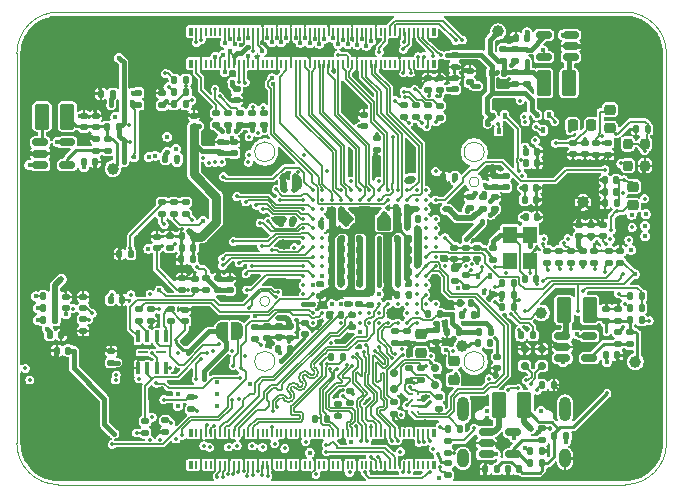
<source format=gbl>
G04 #@! TF.GenerationSoftware,KiCad,Pcbnew,9.0.2+dfsg-1*
G04 #@! TF.CreationDate,2025-08-15T17:40:47+02:00*
G04 #@! TF.ProjectId,ulx5m-gs,756c7835-6d2d-4677-932e-6b696361645f,rev?*
G04 #@! TF.SameCoordinates,Original*
G04 #@! TF.FileFunction,Copper,L6,Bot*
G04 #@! TF.FilePolarity,Positive*
%FSLAX46Y46*%
G04 Gerber Fmt 4.6, Leading zero omitted, Abs format (unit mm)*
G04 Created by KiCad (PCBNEW 9.0.2+dfsg-1) date 2025-08-15 17:40:47*
%MOMM*%
%LPD*%
G01*
G04 APERTURE LIST*
G04 Aperture macros list*
%AMRoundRect*
0 Rectangle with rounded corners*
0 $1 Rounding radius*
0 $2 $3 $4 $5 $6 $7 $8 $9 X,Y pos of 4 corners*
0 Add a 4 corners polygon primitive as box body*
4,1,4,$2,$3,$4,$5,$6,$7,$8,$9,$2,$3,0*
0 Add four circle primitives for the rounded corners*
1,1,$1+$1,$2,$3*
1,1,$1+$1,$4,$5*
1,1,$1+$1,$6,$7*
1,1,$1+$1,$8,$9*
0 Add four rect primitives between the rounded corners*
20,1,$1+$1,$2,$3,$4,$5,0*
20,1,$1+$1,$4,$5,$6,$7,0*
20,1,$1+$1,$6,$7,$8,$9,0*
20,1,$1+$1,$8,$9,$2,$3,0*%
%AMFreePoly0*
4,1,23,0.500000,-0.750000,0.000000,-0.750000,0.000000,-0.745722,-0.065263,-0.745722,-0.191342,-0.711940,-0.304381,-0.646677,-0.396677,-0.554381,-0.461940,-0.441342,-0.495722,-0.315263,-0.495722,-0.250000,-0.500000,-0.250000,-0.500000,0.250000,-0.495722,0.250000,-0.495722,0.315263,-0.461940,0.441342,-0.396677,0.554381,-0.304381,0.646677,-0.191342,0.711940,-0.065263,0.745722,0.000000,0.745722,
0.000000,0.750000,0.500000,0.750000,0.500000,-0.750000,0.500000,-0.750000,$1*%
%AMFreePoly1*
4,1,23,0.000000,0.745722,0.065263,0.745722,0.191342,0.711940,0.304381,0.646677,0.396677,0.554381,0.461940,0.441342,0.495722,0.315263,0.495722,0.250000,0.500000,0.250000,0.500000,-0.250000,0.495722,-0.250000,0.495722,-0.315263,0.461940,-0.441342,0.396677,-0.554381,0.304381,-0.646677,0.191342,-0.711940,0.065263,-0.745722,0.000000,-0.745722,0.000000,-0.750000,-0.500000,-0.750000,
-0.500000,0.750000,0.000000,0.750000,0.000000,0.745722,0.000000,0.745722,$1*%
G04 Aperture macros list end*
G04 #@! TA.AperFunction,ComponentPad*
%ADD10C,4.700000*%
G04 #@! TD*
G04 #@! TA.AperFunction,ComponentPad*
%ADD11O,1.000000X1.600000*%
G04 #@! TD*
G04 #@! TA.AperFunction,ComponentPad*
%ADD12O,1.000000X2.100000*%
G04 #@! TD*
G04 #@! TA.AperFunction,SMDPad,CuDef*
%ADD13RoundRect,0.135000X0.135000X0.185000X-0.135000X0.185000X-0.135000X-0.185000X0.135000X-0.185000X0*%
G04 #@! TD*
G04 #@! TA.AperFunction,SMDPad,CuDef*
%ADD14RoundRect,0.140000X-0.140000X-0.170000X0.140000X-0.170000X0.140000X0.170000X-0.140000X0.170000X0*%
G04 #@! TD*
G04 #@! TA.AperFunction,SMDPad,CuDef*
%ADD15RoundRect,0.140000X0.140000X0.170000X-0.140000X0.170000X-0.140000X-0.170000X0.140000X-0.170000X0*%
G04 #@! TD*
G04 #@! TA.AperFunction,SMDPad,CuDef*
%ADD16RoundRect,0.140000X-0.170000X0.140000X-0.170000X-0.140000X0.170000X-0.140000X0.170000X0.140000X0*%
G04 #@! TD*
G04 #@! TA.AperFunction,SMDPad,CuDef*
%ADD17RoundRect,0.140000X0.170000X-0.140000X0.170000X0.140000X-0.170000X0.140000X-0.170000X-0.140000X0*%
G04 #@! TD*
G04 #@! TA.AperFunction,SMDPad,CuDef*
%ADD18RoundRect,0.135000X0.185000X-0.135000X0.185000X0.135000X-0.185000X0.135000X-0.185000X-0.135000X0*%
G04 #@! TD*
G04 #@! TA.AperFunction,SMDPad,CuDef*
%ADD19RoundRect,0.135000X-0.135000X-0.185000X0.135000X-0.185000X0.135000X0.185000X-0.135000X0.185000X0*%
G04 #@! TD*
G04 #@! TA.AperFunction,SMDPad,CuDef*
%ADD20RoundRect,0.150000X0.200000X-0.150000X0.200000X0.150000X-0.200000X0.150000X-0.200000X-0.150000X0*%
G04 #@! TD*
G04 #@! TA.AperFunction,SMDPad,CuDef*
%ADD21RoundRect,0.218750X-0.256250X0.218750X-0.256250X-0.218750X0.256250X-0.218750X0.256250X0.218750X0*%
G04 #@! TD*
G04 #@! TA.AperFunction,SMDPad,CuDef*
%ADD22RoundRect,0.250000X-0.375000X-0.850000X0.375000X-0.850000X0.375000X0.850000X-0.375000X0.850000X0*%
G04 #@! TD*
G04 #@! TA.AperFunction,SMDPad,CuDef*
%ADD23RoundRect,0.135000X-0.185000X0.135000X-0.185000X-0.135000X0.185000X-0.135000X0.185000X0.135000X0*%
G04 #@! TD*
G04 #@! TA.AperFunction,SMDPad,CuDef*
%ADD24FreePoly0,0.000000*%
G04 #@! TD*
G04 #@! TA.AperFunction,SMDPad,CuDef*
%ADD25FreePoly1,0.000000*%
G04 #@! TD*
G04 #@! TA.AperFunction,SMDPad,CuDef*
%ADD26C,1.000000*%
G04 #@! TD*
G04 #@! TA.AperFunction,SMDPad,CuDef*
%ADD27R,0.230000X0.660000*%
G04 #@! TD*
G04 #@! TA.AperFunction,SMDPad,CuDef*
%ADD28R,0.350000X0.660000*%
G04 #@! TD*
G04 #@! TA.AperFunction,SMDPad,CuDef*
%ADD29RoundRect,0.150000X-0.200000X0.150000X-0.200000X-0.150000X0.200000X-0.150000X0.200000X0.150000X0*%
G04 #@! TD*
G04 #@! TA.AperFunction,SMDPad,CuDef*
%ADD30RoundRect,0.218750X0.256250X-0.218750X0.256250X0.218750X-0.256250X0.218750X-0.256250X-0.218750X0*%
G04 #@! TD*
G04 #@! TA.AperFunction,SMDPad,CuDef*
%ADD31C,0.226000*%
G04 #@! TD*
G04 #@! TA.AperFunction,SMDPad,CuDef*
%ADD32RoundRect,0.150000X-0.512500X-0.150000X0.512500X-0.150000X0.512500X0.150000X-0.512500X0.150000X0*%
G04 #@! TD*
G04 #@! TA.AperFunction,SMDPad,CuDef*
%ADD33RoundRect,0.150000X0.512500X0.150000X-0.512500X0.150000X-0.512500X-0.150000X0.512500X-0.150000X0*%
G04 #@! TD*
G04 #@! TA.AperFunction,SMDPad,CuDef*
%ADD34RoundRect,0.218750X-0.218750X-0.256250X0.218750X-0.256250X0.218750X0.256250X-0.218750X0.256250X0*%
G04 #@! TD*
G04 #@! TA.AperFunction,SMDPad,CuDef*
%ADD35RoundRect,0.100000X0.100000X-0.155000X0.100000X0.155000X-0.100000X0.155000X-0.100000X-0.155000X0*%
G04 #@! TD*
G04 #@! TA.AperFunction,SMDPad,CuDef*
%ADD36RoundRect,0.040000X0.120000X-0.480000X0.120000X0.480000X-0.120000X0.480000X-0.120000X-0.480000X0*%
G04 #@! TD*
G04 #@! TA.AperFunction,SMDPad,CuDef*
%ADD37RoundRect,0.025000X0.375000X-0.075000X0.375000X0.075000X-0.375000X0.075000X-0.375000X-0.075000X0*%
G04 #@! TD*
G04 #@! TA.AperFunction,SMDPad,CuDef*
%ADD38R,1.200000X1.400000*%
G04 #@! TD*
G04 #@! TA.AperFunction,SMDPad,CuDef*
%ADD39RoundRect,0.250000X0.375000X0.850000X-0.375000X0.850000X-0.375000X-0.850000X0.375000X-0.850000X0*%
G04 #@! TD*
G04 #@! TA.AperFunction,SMDPad,CuDef*
%ADD40RoundRect,0.200000X0.200000X0.250000X-0.200000X0.250000X-0.200000X-0.250000X0.200000X-0.250000X0*%
G04 #@! TD*
G04 #@! TA.AperFunction,ViaPad*
%ADD41C,0.350000*%
G04 #@! TD*
G04 #@! TA.AperFunction,ViaPad*
%ADD42C,0.420000*%
G04 #@! TD*
G04 #@! TA.AperFunction,ViaPad*
%ADD43C,0.450000*%
G04 #@! TD*
G04 #@! TA.AperFunction,ViaPad*
%ADD44C,0.400000*%
G04 #@! TD*
G04 #@! TA.AperFunction,Conductor*
%ADD45C,0.254000*%
G04 #@! TD*
G04 #@! TA.AperFunction,Conductor*
%ADD46C,0.406400*%
G04 #@! TD*
G04 #@! TA.AperFunction,Conductor*
%ADD47C,0.127000*%
G04 #@! TD*
G04 #@! TA.AperFunction,Conductor*
%ADD48C,0.203200*%
G04 #@! TD*
G04 #@! TA.AperFunction,Conductor*
%ADD49C,0.508000*%
G04 #@! TD*
G04 #@! TA.AperFunction,Conductor*
%ADD50C,0.200000*%
G04 #@! TD*
G04 #@! TA.AperFunction,Conductor*
%ADD51C,0.381000*%
G04 #@! TD*
G04 #@! TA.AperFunction,Conductor*
%ADD52C,0.457200*%
G04 #@! TD*
G04 #@! TA.AperFunction,Conductor*
%ADD53C,0.762000*%
G04 #@! TD*
G04 #@! TA.AperFunction,Conductor*
%ADD54C,0.450000*%
G04 #@! TD*
G04 #@! TA.AperFunction,Profile*
%ADD55C,0.100000*%
G04 #@! TD*
G04 APERTURE END LIST*
D10*
X62710000Y-93980000D03*
X110710000Y-60980000D03*
D11*
X96982000Y-95268750D03*
D12*
X96982000Y-91088750D03*
X105618000Y-91088750D03*
D11*
X105618000Y-95268750D03*
D10*
X110710000Y-93980000D03*
X62710000Y-60980000D03*
D13*
X100430000Y-62620000D03*
X99410000Y-62620000D03*
D14*
X84970000Y-75410000D03*
X85930000Y-75410000D03*
X88210000Y-77610000D03*
X89170000Y-77610000D03*
X91440000Y-77580000D03*
X92400000Y-77580000D03*
D15*
X96610000Y-84550000D03*
X95650000Y-84550000D03*
D16*
X96240000Y-77430000D03*
X96240000Y-78390000D03*
D17*
X110090000Y-83600000D03*
X110090000Y-82640000D03*
D18*
X110310000Y-78700000D03*
X110310000Y-77680000D03*
D19*
X111080000Y-83570000D03*
X112100000Y-83570000D03*
D17*
X73460000Y-83620000D03*
X73460000Y-82660000D03*
X99660000Y-74110000D03*
X99660000Y-73150000D03*
D20*
X94620000Y-87640000D03*
X94620000Y-89040000D03*
D16*
X94670000Y-84410000D03*
X94670000Y-85370000D03*
D19*
X85800000Y-86680000D03*
X86820000Y-86680000D03*
D21*
X109440000Y-65730000D03*
X109440000Y-67305000D03*
D14*
X88210000Y-79460000D03*
X89170000Y-79460000D03*
D16*
X89670000Y-68160000D03*
X89670000Y-69120000D03*
D18*
X95700000Y-96695000D03*
X95700000Y-95675000D03*
D14*
X67140000Y-81840000D03*
X68100000Y-81840000D03*
D18*
X73990000Y-91120000D03*
X73990000Y-90100000D03*
D17*
X95000000Y-64060000D03*
X95000000Y-63100000D03*
X77230000Y-81000000D03*
X77230000Y-80040000D03*
D15*
X92270000Y-74040000D03*
X91310000Y-74040000D03*
X103160000Y-80060000D03*
X102200000Y-80060000D03*
D16*
X107285000Y-68570000D03*
X107285000Y-69530000D03*
D18*
X103700000Y-93720000D03*
X103700000Y-92700000D03*
D19*
X100270000Y-80410000D03*
X101290000Y-80410000D03*
D15*
X109970000Y-71720000D03*
X109010000Y-71720000D03*
D22*
X105545000Y-82690000D03*
X107695000Y-82690000D03*
D14*
X102680000Y-94680000D03*
X103640000Y-94680000D03*
D23*
X79410000Y-84110000D03*
X79410000Y-85130000D03*
D19*
X100300000Y-82440000D03*
X101320000Y-82440000D03*
D24*
X76580000Y-84510000D03*
D25*
X77880000Y-84510000D03*
D15*
X97650000Y-82150000D03*
X96690000Y-82150000D03*
D16*
X106295000Y-68570000D03*
X106295000Y-69530000D03*
D17*
X77610000Y-69410000D03*
X77610000Y-68450000D03*
D16*
X80400000Y-84070000D03*
X80400000Y-85030000D03*
D14*
X91440000Y-80440000D03*
X92400000Y-80440000D03*
D18*
X80140000Y-67010000D03*
X80140000Y-65990000D03*
D17*
X97540000Y-74060000D03*
X97540000Y-73100000D03*
X96270000Y-80220000D03*
X96270000Y-79260000D03*
D26*
X107130000Y-73590000D03*
D17*
X88590000Y-67160000D03*
X88590000Y-66200000D03*
D14*
X91440000Y-79460000D03*
X92400000Y-79460000D03*
D17*
X65880000Y-67220000D03*
X65880000Y-66260000D03*
D23*
X72230000Y-82610000D03*
X72230000Y-83630000D03*
D17*
X106835000Y-76430000D03*
X106835000Y-75470000D03*
X74300000Y-81000000D03*
X74300000Y-80040000D03*
D16*
X92210000Y-84500000D03*
X92210000Y-85460000D03*
D19*
X104685000Y-93380000D03*
X105705000Y-93380000D03*
D15*
X102410000Y-59640000D03*
X101450000Y-59640000D03*
X109970000Y-72690000D03*
X109010000Y-72690000D03*
D18*
X69495001Y-65327000D03*
X69495001Y-64307000D03*
D13*
X112115000Y-81510000D03*
X111095000Y-81510000D03*
D18*
X65910000Y-69210000D03*
X65910000Y-68190000D03*
D16*
X101410000Y-62590000D03*
X101410000Y-63550000D03*
D27*
X94010000Y-93125000D03*
X94010000Y-95835000D03*
X93610000Y-93125000D03*
X93610000Y-95835000D03*
X93210000Y-93125000D03*
X93210000Y-95835000D03*
X92810000Y-93125000D03*
X92810000Y-95835000D03*
X92410000Y-93125000D03*
X92410000Y-95835000D03*
X92010000Y-93125000D03*
X92010000Y-95835000D03*
X91610000Y-93125000D03*
X91610000Y-95835000D03*
X91210000Y-93125000D03*
X91210000Y-95835000D03*
X90810000Y-93125000D03*
X90810000Y-95835000D03*
X90410000Y-93125000D03*
X90410000Y-95835000D03*
X90010000Y-93125000D03*
X90010000Y-95835000D03*
X89610000Y-93125000D03*
X89610000Y-95835000D03*
X89210000Y-93125000D03*
X89210000Y-95835000D03*
X88810000Y-93125000D03*
X88810000Y-95835000D03*
X88410000Y-93125000D03*
X88410000Y-95835000D03*
X88010000Y-93125000D03*
X88010000Y-95835000D03*
X87610000Y-93125000D03*
X87610000Y-95835000D03*
X87210000Y-93125000D03*
X87210000Y-95835000D03*
X86810000Y-93125000D03*
X86810000Y-95835000D03*
X86410000Y-93125000D03*
X86410000Y-95835000D03*
X86010000Y-93125000D03*
X86010000Y-95835000D03*
X85610000Y-93125000D03*
X85610000Y-95835000D03*
X85210000Y-93125000D03*
X85210000Y-95835000D03*
X84810000Y-93125000D03*
X84810000Y-95835000D03*
X84410000Y-93125000D03*
X84410000Y-95835000D03*
X84010000Y-93125000D03*
X84010000Y-95835000D03*
X83610000Y-93125000D03*
X83610000Y-95835000D03*
X83210000Y-93125000D03*
X83210000Y-95835000D03*
X82810000Y-93125000D03*
X82810000Y-95835000D03*
X82410000Y-93125000D03*
X82410000Y-95835000D03*
X82010000Y-93125000D03*
X82010000Y-95835000D03*
X81610000Y-93125000D03*
X81610000Y-95835000D03*
X81210000Y-93125000D03*
X81210000Y-95835000D03*
X80810000Y-93125000D03*
X80810000Y-95835000D03*
X80410000Y-93125000D03*
X80410000Y-95835000D03*
X80010000Y-93125000D03*
X80010000Y-95835000D03*
X79610000Y-93125000D03*
X79610000Y-95835000D03*
X79210000Y-93125000D03*
X79210000Y-95835000D03*
X78810000Y-93125000D03*
X78810000Y-95835000D03*
X78410000Y-93125000D03*
X78410000Y-95835000D03*
X78010000Y-93125000D03*
X78010000Y-95835000D03*
X77610000Y-93125000D03*
X77610000Y-95835000D03*
X77210000Y-93125000D03*
X77210000Y-95835000D03*
X76810000Y-93125000D03*
X76810000Y-95835000D03*
X76410000Y-93125000D03*
X76410000Y-95835000D03*
X76010000Y-93125000D03*
X76010000Y-95835000D03*
X75610000Y-93125000D03*
X75610000Y-95835000D03*
X75210000Y-93125000D03*
X75210000Y-95835000D03*
X74810000Y-93125000D03*
X74810000Y-95835000D03*
X74410000Y-93125000D03*
X74410000Y-95835000D03*
D28*
X94485000Y-93125000D03*
X94485000Y-95835000D03*
X73935000Y-93125000D03*
X73935000Y-95835000D03*
D23*
X94020000Y-65380000D03*
X94020000Y-66400000D03*
D14*
X88210000Y-78540000D03*
X89170000Y-78540000D03*
D16*
X70560000Y-82650000D03*
X70560000Y-83610000D03*
X109275000Y-68580000D03*
X109275000Y-69540000D03*
D13*
X62440000Y-82540000D03*
X61420000Y-82540000D03*
D23*
X66920000Y-68190000D03*
X66920000Y-69210000D03*
D29*
X103650000Y-87417500D03*
X103650000Y-86017500D03*
D23*
X111130000Y-84570000D03*
X111130000Y-85590000D03*
D17*
X67200000Y-87150000D03*
X67200000Y-86190000D03*
X100630000Y-72280000D03*
X100630000Y-71320000D03*
D16*
X77820000Y-64000000D03*
X77820000Y-64960000D03*
D30*
X93420000Y-86347500D03*
X93420000Y-84772500D03*
D17*
X88210000Y-82230000D03*
X88210000Y-81270000D03*
D19*
X85610000Y-83130000D03*
X86630000Y-83130000D03*
D13*
X103692500Y-95690000D03*
X102672500Y-95690000D03*
X62440000Y-81530000D03*
X61420000Y-81530000D03*
D16*
X96270000Y-61150000D03*
X96270000Y-62110000D03*
D17*
X83600000Y-84770000D03*
X83600000Y-83810000D03*
X76230000Y-80990000D03*
X76230000Y-80030000D03*
D30*
X111365000Y-73837500D03*
X111365000Y-72262500D03*
D17*
X89150000Y-82240000D03*
X89150000Y-81280000D03*
D22*
X100002500Y-90770000D03*
X102152500Y-90770000D03*
D15*
X86760000Y-80340000D03*
X85800000Y-80340000D03*
D23*
X92380000Y-87650000D03*
X92380000Y-88670000D03*
D18*
X91110000Y-91530000D03*
X91110000Y-90510000D03*
D22*
X61340000Y-66320000D03*
X63490000Y-66320000D03*
D13*
X82340000Y-86000000D03*
X81320000Y-86000000D03*
D14*
X88180000Y-76690000D03*
X89140000Y-76690000D03*
D30*
X96180000Y-88617500D03*
X96180000Y-87042500D03*
D17*
X108795000Y-76430000D03*
X108795000Y-75470000D03*
D31*
X93160000Y-89850000D03*
X92660000Y-89850000D03*
X93160000Y-90350000D03*
X92660000Y-90350000D03*
X93160000Y-90850000D03*
X92660000Y-90850000D03*
X93160000Y-91350000D03*
X92660000Y-91350000D03*
D15*
X112608750Y-67390000D03*
X111648750Y-67390000D03*
D32*
X98972500Y-94920000D03*
X98972500Y-93970000D03*
X98972500Y-93020000D03*
X101247500Y-93020000D03*
X101247500Y-94920000D03*
D29*
X102200000Y-87407500D03*
X102200000Y-86007500D03*
D13*
X62440000Y-83550000D03*
X61420000Y-83550000D03*
D17*
X94030000Y-64050000D03*
X94030000Y-63090000D03*
D26*
X99940000Y-59120000D03*
D15*
X101270000Y-81390000D03*
X100310000Y-81390000D03*
D23*
X106110000Y-77680000D03*
X106110000Y-78700000D03*
X87590000Y-83140000D03*
X87590000Y-84160000D03*
D33*
X106107500Y-59400000D03*
X106107500Y-60350000D03*
X106107500Y-61300000D03*
X103832500Y-61300000D03*
X103832500Y-59400000D03*
D16*
X91250000Y-84500000D03*
X91250000Y-85460000D03*
D18*
X109320000Y-78710000D03*
X109320000Y-77690000D03*
D19*
X72520000Y-64260000D03*
X73540000Y-64260000D03*
D17*
X109110000Y-83600000D03*
X109110000Y-82640000D03*
D15*
X86760000Y-77570000D03*
X85800000Y-77570000D03*
D18*
X93390000Y-88660000D03*
X93390000Y-87640000D03*
D14*
X91430000Y-76660000D03*
X92390000Y-76660000D03*
D15*
X86770000Y-76650000D03*
X85810000Y-76650000D03*
D17*
X96290000Y-64000000D03*
X96290000Y-63040000D03*
D23*
X92020000Y-65380000D03*
X92020000Y-66400000D03*
D14*
X102235000Y-73360000D03*
X103195000Y-73360000D03*
D32*
X105400000Y-86790000D03*
X105400000Y-85840000D03*
X105400000Y-84890000D03*
X107675000Y-84890000D03*
X107675000Y-86790000D03*
D18*
X70070000Y-93110000D03*
X70070000Y-92090000D03*
D23*
X69560000Y-82610000D03*
X69560000Y-83630000D03*
D15*
X99832500Y-96180000D03*
X98872500Y-96180000D03*
D13*
X95070000Y-83060000D03*
X94050000Y-83060000D03*
D34*
X106272500Y-67060000D03*
X107847500Y-67060000D03*
D14*
X102235000Y-72360000D03*
X103195000Y-72360000D03*
D13*
X99350000Y-84530000D03*
X98330000Y-84530000D03*
D26*
X96910000Y-85730000D03*
D13*
X112115000Y-82535000D03*
X111095000Y-82535000D03*
D14*
X91440000Y-78500000D03*
X92400000Y-78500000D03*
D15*
X82750000Y-72120000D03*
X81790000Y-72120000D03*
D17*
X64900000Y-67220000D03*
X64900000Y-66260000D03*
D23*
X71515001Y-64327000D03*
X71515001Y-65347000D03*
D35*
X103260000Y-66195000D03*
X104260000Y-66195000D03*
X103760000Y-67485000D03*
D17*
X72160000Y-77410000D03*
X72160000Y-76450000D03*
D23*
X101390000Y-60600000D03*
X101390000Y-61620000D03*
D35*
X99500000Y-66255000D03*
X100500000Y-66255000D03*
X100000000Y-67545000D03*
D18*
X98670000Y-74120000D03*
X98670000Y-73100000D03*
D23*
X107110000Y-77680000D03*
X107110000Y-78700000D03*
D36*
X71855000Y-87630000D03*
X71055000Y-87630000D03*
X70255000Y-87630000D03*
X69455000Y-87630000D03*
X69455000Y-84940000D03*
X70255000Y-84940000D03*
X71055000Y-84940000D03*
X71855000Y-84940000D03*
D37*
X71455000Y-86285000D03*
X69855000Y-86285000D03*
D14*
X102315000Y-69290000D03*
X103275000Y-69290000D03*
D15*
X86760000Y-78490000D03*
X85800000Y-78490000D03*
X96280000Y-71430000D03*
X95320000Y-71430000D03*
D16*
X64830000Y-83500000D03*
X64830000Y-84460000D03*
D19*
X101895000Y-84835000D03*
X102915000Y-84835000D03*
D18*
X75230000Y-81020000D03*
X75230000Y-80000000D03*
D15*
X68850000Y-77960000D03*
X67890000Y-77960000D03*
D14*
X62005000Y-84820000D03*
X62965000Y-84820000D03*
D15*
X63560000Y-86130000D03*
X62600000Y-86130000D03*
D14*
X102315000Y-70290000D03*
X103275000Y-70290000D03*
D17*
X74205000Y-67215000D03*
X74205000Y-66255000D03*
D23*
X99560000Y-77420000D03*
X99560000Y-78440000D03*
D18*
X87410000Y-90540000D03*
X87410000Y-89520000D03*
X86410000Y-91670000D03*
X86410000Y-90650000D03*
D17*
X63360000Y-82550000D03*
X63360000Y-81590000D03*
D14*
X92230000Y-75010000D03*
X93190000Y-75010000D03*
D13*
X97890000Y-83130000D03*
X96870000Y-83130000D03*
D18*
X78130000Y-67020000D03*
X78130000Y-66000000D03*
D16*
X99870000Y-86650000D03*
X99870000Y-87610000D03*
D18*
X94955000Y-91045000D03*
X94955000Y-90025000D03*
D14*
X102305000Y-74820000D03*
X103265000Y-74820000D03*
D23*
X105110000Y-77690000D03*
X105110000Y-78710000D03*
D13*
X67340000Y-64385000D03*
X66320000Y-64385000D03*
X96715000Y-92810000D03*
X95695000Y-92810000D03*
D17*
X97550000Y-63430000D03*
X97550000Y-62470000D03*
X64830000Y-82540000D03*
X64830000Y-81580000D03*
D18*
X100380000Y-61620000D03*
X100380000Y-60600000D03*
D38*
X102650000Y-76330000D03*
X102650000Y-78530000D03*
X100950000Y-78530000D03*
X100950000Y-76330000D03*
D23*
X95020000Y-65390000D03*
X95020000Y-66410000D03*
D13*
X99240000Y-85520000D03*
X98220000Y-85520000D03*
D19*
X72535000Y-63210000D03*
X73555000Y-63210000D03*
D18*
X110120000Y-85590000D03*
X110120000Y-84570000D03*
D27*
X94010000Y-59125000D03*
X94010000Y-61835000D03*
X93610000Y-59125000D03*
X93610000Y-61835000D03*
X93210000Y-59125000D03*
X93210000Y-61835000D03*
X92810000Y-59125000D03*
X92810000Y-61835000D03*
X92410000Y-59125000D03*
X92410000Y-61835000D03*
X92010000Y-59125000D03*
X92010000Y-61835000D03*
X91610000Y-59125000D03*
X91610000Y-61835000D03*
X91210000Y-59125000D03*
X91210000Y-61835000D03*
X90810000Y-59125000D03*
X90810000Y-61835000D03*
X90410000Y-59125000D03*
X90410000Y-61835000D03*
X90010000Y-59125000D03*
X90010000Y-61835000D03*
X89610000Y-59125000D03*
X89610000Y-61835000D03*
X89210000Y-59125000D03*
X89210000Y-61835000D03*
X88810000Y-59125000D03*
X88810000Y-61835000D03*
X88410000Y-59125000D03*
X88410000Y-61835000D03*
X88010000Y-59125000D03*
X88010000Y-61835000D03*
X87610000Y-59125000D03*
X87610000Y-61835000D03*
X87210000Y-59125000D03*
X87210000Y-61835000D03*
X86810000Y-59125000D03*
X86810000Y-61835000D03*
X86410000Y-59125000D03*
X86410000Y-61835000D03*
X86010000Y-59125000D03*
X86010000Y-61835000D03*
X85610000Y-59125000D03*
X85610000Y-61835000D03*
X85210000Y-59125000D03*
X85210000Y-61835000D03*
X84810000Y-59125000D03*
X84810000Y-61835000D03*
X84410000Y-59125000D03*
X84410000Y-61835000D03*
X84010000Y-59125000D03*
X84010000Y-61835000D03*
X83610000Y-59125000D03*
X83610000Y-61835000D03*
X83210000Y-59125000D03*
X83210000Y-61835000D03*
X82810000Y-59125000D03*
X82810000Y-61835000D03*
X82410000Y-59125000D03*
X82410000Y-61835000D03*
X82010000Y-59125000D03*
X82010000Y-61835000D03*
X81610000Y-59125000D03*
X81610000Y-61835000D03*
X81210000Y-59125000D03*
X81210000Y-61835000D03*
X80810000Y-59125000D03*
X80810000Y-61835000D03*
X80410000Y-59125000D03*
X80410000Y-61835000D03*
X80010000Y-59125000D03*
X80010000Y-61835000D03*
X79610000Y-59125000D03*
X79610000Y-61835000D03*
X79210000Y-59125000D03*
X79210000Y-61835000D03*
X78810000Y-59125000D03*
X78810000Y-61835000D03*
X78410000Y-59125000D03*
X78410000Y-61835000D03*
X78010000Y-59125000D03*
X78010000Y-61835000D03*
X77610000Y-59125000D03*
X77610000Y-61835000D03*
X77210000Y-59125000D03*
X77210000Y-61835000D03*
X76810000Y-59125000D03*
X76810000Y-61835000D03*
X76410000Y-59125000D03*
X76410000Y-61835000D03*
X76010000Y-59125000D03*
X76010000Y-61835000D03*
X75610000Y-59125000D03*
X75610000Y-61835000D03*
X75210000Y-59125000D03*
X75210000Y-61835000D03*
X74810000Y-59125000D03*
X74810000Y-61835000D03*
X74410000Y-59125000D03*
X74410000Y-61835000D03*
D28*
X94485000Y-59125000D03*
X94485000Y-61835000D03*
X73935000Y-59125000D03*
X73935000Y-61835000D03*
D39*
X105955000Y-63490000D03*
X103805000Y-63490000D03*
D17*
X99650000Y-72280000D03*
X99650000Y-71320000D03*
X87250000Y-82200000D03*
X87250000Y-81240000D03*
D23*
X76110000Y-66010000D03*
X76110000Y-67030000D03*
D16*
X97220000Y-77430000D03*
X97220000Y-78390000D03*
D35*
X98280000Y-79845000D03*
X99280000Y-79845000D03*
X98780000Y-81135000D03*
D18*
X79130000Y-67010000D03*
X79130000Y-65990000D03*
D19*
X66870000Y-67190000D03*
X67890000Y-67190000D03*
D14*
X88210000Y-80380000D03*
X89170000Y-80380000D03*
D29*
X91140000Y-89420000D03*
X91140000Y-88020000D03*
D26*
X103620000Y-82940000D03*
D23*
X71500000Y-73580000D03*
X71500000Y-74600000D03*
D14*
X109100000Y-86550000D03*
X110060000Y-86550000D03*
D16*
X102400000Y-62590000D03*
X102400000Y-63550000D03*
X98200000Y-77430000D03*
X98200000Y-78390000D03*
D18*
X73510000Y-74600000D03*
X73510000Y-73580000D03*
D15*
X86760000Y-79420000D03*
X85800000Y-79420000D03*
D40*
X112383750Y-68635000D03*
X112383750Y-70485000D03*
X110933750Y-70485000D03*
X110933750Y-68635000D03*
D17*
X76510000Y-69410000D03*
X76510000Y-68450000D03*
D15*
X109980000Y-73660000D03*
X109020000Y-73660000D03*
D17*
X71050000Y-77450000D03*
X71050000Y-76490000D03*
D16*
X108285000Y-68580000D03*
X108285000Y-69540000D03*
D18*
X108110000Y-78700000D03*
X108110000Y-77680000D03*
D23*
X71790000Y-92050000D03*
X71790000Y-93070000D03*
X104110000Y-77690000D03*
X104110000Y-78710000D03*
D17*
X73180000Y-80990000D03*
X73180000Y-80030000D03*
D16*
X82360000Y-84070000D03*
X82360000Y-85030000D03*
D18*
X95705000Y-94770000D03*
X95705000Y-93750000D03*
D23*
X93020000Y-65380000D03*
X93020000Y-66400000D03*
D32*
X61190000Y-70410000D03*
X61190000Y-69460000D03*
X61190000Y-68510000D03*
X63465000Y-68510000D03*
X63465000Y-70410000D03*
D26*
X67335000Y-70730000D03*
D15*
X82510000Y-75320000D03*
X81550000Y-75320000D03*
X92390000Y-81430000D03*
X91430000Y-81430000D03*
X74140000Y-76470000D03*
X73180000Y-76470000D03*
D17*
X107815000Y-76430000D03*
X107815000Y-75470000D03*
D13*
X104670000Y-89070000D03*
X103650000Y-89070000D03*
D16*
X84860000Y-80540000D03*
X84860000Y-81500000D03*
D15*
X74150000Y-77450000D03*
X73190000Y-77450000D03*
D13*
X73540000Y-65285000D03*
X72520000Y-65285000D03*
D15*
X74100000Y-78410000D03*
X73140000Y-78410000D03*
D19*
X84450000Y-91920000D03*
X85470000Y-91920000D03*
D14*
X64890000Y-70170000D03*
X65850000Y-70170000D03*
D26*
X111570000Y-87070000D03*
D23*
X97260000Y-79730000D03*
X97260000Y-80750000D03*
D18*
X72500000Y-74610000D03*
X72500000Y-73590000D03*
X77110000Y-67030000D03*
X77110000Y-66010000D03*
D15*
X101732500Y-96190000D03*
X100772500Y-96190000D03*
D16*
X81380000Y-84060000D03*
X81380000Y-85020000D03*
D13*
X72810000Y-69890000D03*
X71790000Y-69890000D03*
D41*
X68705000Y-67035000D03*
X68830000Y-68510000D03*
D42*
X77230000Y-59720000D03*
D43*
X99740000Y-94890000D03*
D42*
X78150000Y-60230000D03*
D43*
X101280000Y-93500000D03*
X103590000Y-91240000D03*
X70365000Y-69735000D03*
D42*
X77660000Y-60170000D03*
X78810000Y-59700000D03*
X76820000Y-60080000D03*
D43*
X72685000Y-69055000D03*
X102390000Y-59180000D03*
X105430000Y-87130000D03*
X106610000Y-84760000D03*
X60280000Y-70430000D03*
X70945000Y-69635000D03*
X72775000Y-70160000D03*
X62650000Y-68490000D03*
X105410000Y-59410000D03*
X102240000Y-94350000D03*
D42*
X78030000Y-59760000D03*
D43*
X109160000Y-87120000D03*
X99000000Y-91230000D03*
X64900000Y-70610000D03*
X103750000Y-60710000D03*
D41*
X92260000Y-78980000D03*
X103280000Y-80535000D03*
D43*
X64520000Y-66290000D03*
D41*
X77060000Y-96560000D03*
D43*
X109530000Y-81435000D03*
D41*
X105111250Y-73551250D03*
D43*
X103470000Y-85520000D03*
D41*
X87460000Y-80580000D03*
X67230000Y-76585000D03*
X80524601Y-80180240D03*
X89060000Y-78180000D03*
X90660000Y-79780000D03*
X91460000Y-75780000D03*
X87460000Y-76580000D03*
X95470000Y-86620000D03*
D43*
X100760000Y-96600000D03*
D41*
X90660000Y-78980000D03*
D43*
X104780000Y-85590000D03*
D41*
X68370000Y-90490000D03*
X72930000Y-65860000D03*
X88080000Y-65990000D03*
X83980000Y-61250000D03*
X68020000Y-77480000D03*
D43*
X74840000Y-78610000D03*
D41*
X96980000Y-82150000D03*
X72350000Y-95660000D03*
X87460000Y-77380000D03*
X97860000Y-76800000D03*
D43*
X71305000Y-63810000D03*
D41*
X105200000Y-84130000D03*
X91570000Y-59740000D03*
X81060000Y-74980000D03*
X87460000Y-79780000D03*
X101222500Y-83977500D03*
D43*
X81380000Y-85140000D03*
D41*
X107060000Y-94120000D03*
D43*
X63080000Y-84210000D03*
D41*
X94220000Y-59850000D03*
X62530000Y-77210000D03*
X84915000Y-83635000D03*
X86800000Y-89490000D03*
X92360000Y-86540000D03*
X110120000Y-84570000D03*
X92260000Y-78180000D03*
X101020000Y-61970000D03*
D42*
X77390000Y-68100000D03*
D41*
X66280000Y-63985000D03*
X68040000Y-81390000D03*
X97020000Y-62410000D03*
D43*
X80830000Y-85520000D03*
D41*
X88860000Y-90410000D03*
X86270000Y-85320000D03*
X90660000Y-76580000D03*
X91610000Y-92520000D03*
X99430000Y-70535000D03*
D43*
X71480000Y-59410000D03*
D41*
X64410000Y-75790000D03*
X72190000Y-76160000D03*
X100220000Y-81820000D03*
X93730000Y-92135000D03*
X62800000Y-76190000D03*
D43*
X65830000Y-70640000D03*
D41*
X71360000Y-93050000D03*
X92950000Y-85510000D03*
X73220000Y-75880000D03*
X81990000Y-93590000D03*
X88260000Y-74980000D03*
X81860000Y-84980000D03*
X103070000Y-77660000D03*
X92050000Y-95220000D03*
X66505000Y-66110000D03*
X69650000Y-81380000D03*
X87255000Y-58335000D03*
X86660000Y-81380000D03*
X107275000Y-69980000D03*
X78430000Y-96330000D03*
X96610000Y-62140000D03*
X79430000Y-93850000D03*
X63080000Y-81020000D03*
D42*
X85600000Y-58360000D03*
D41*
X65510000Y-91140000D03*
X92080000Y-92510000D03*
X105322500Y-76630000D03*
X104260000Y-73310000D03*
D42*
X74800000Y-60870000D03*
D41*
X65805000Y-65810000D03*
X103485000Y-73390000D03*
X104540000Y-89800000D03*
X76950000Y-93850000D03*
X99955000Y-70610000D03*
X85230000Y-96550000D03*
X89490000Y-69510000D03*
X63980000Y-73735000D03*
X98200000Y-78730000D03*
X85860000Y-77380000D03*
X106310000Y-74680000D03*
X87460000Y-78180000D03*
X85860000Y-80580000D03*
X88260000Y-81380000D03*
D43*
X73455000Y-67685000D03*
D41*
X91460000Y-81380000D03*
X89060000Y-79780000D03*
X90660000Y-82980000D03*
X94000000Y-62460000D03*
D43*
X103330000Y-93000000D03*
D41*
X108655000Y-72690000D03*
X85860000Y-78180000D03*
X95910000Y-63030000D03*
X108665000Y-71710000D03*
X74060000Y-79350000D03*
X91460000Y-74180000D03*
X89060000Y-76580000D03*
X87970000Y-62650000D03*
X95850000Y-70930000D03*
X89860000Y-70180000D03*
X92260000Y-76580000D03*
D43*
X96660000Y-76810000D03*
D42*
X79580000Y-61240000D03*
D41*
X81859990Y-74980000D03*
X82260000Y-85380000D03*
X85860000Y-75780000D03*
X94710000Y-63230000D03*
D42*
X82400000Y-61140000D03*
X81200000Y-61120000D03*
D41*
X94660000Y-71780000D03*
X96259992Y-78980000D03*
X96660000Y-78980000D03*
D43*
X110080000Y-81840000D03*
D41*
X81889817Y-72581197D03*
X112520000Y-84120000D03*
X93460000Y-63560000D03*
X108295000Y-69990000D03*
X110430000Y-87130000D03*
X83210000Y-96340000D03*
X111125000Y-67493240D03*
D43*
X96210000Y-85110000D03*
D41*
X78390000Y-93560000D03*
D43*
X70295000Y-63865000D03*
D41*
X109611760Y-77683002D03*
X85860000Y-78980000D03*
X104067500Y-74337500D03*
X111610000Y-65540000D03*
X105090000Y-89450000D03*
X88730000Y-58310000D03*
X71270000Y-95610000D03*
X88000000Y-95380000D03*
X107815000Y-75180000D03*
X88260000Y-74180000D03*
X108530000Y-84150000D03*
X94660000Y-79780000D03*
X89060000Y-74180000D03*
X69630000Y-77470000D03*
X82610000Y-96690000D03*
X69205000Y-62010000D03*
X102890000Y-68780000D03*
X108765000Y-70120000D03*
D42*
X74710000Y-66120000D03*
D41*
X66660000Y-85990000D03*
X65380000Y-79310000D03*
D43*
X88260000Y-85820000D03*
D41*
X80930000Y-58310000D03*
X81800000Y-71410000D03*
X73780000Y-66160000D03*
X76450000Y-93960000D03*
X70130000Y-58710000D03*
X65880000Y-66260000D03*
X71480000Y-89340000D03*
D42*
X87610000Y-59770000D03*
D41*
X89180000Y-92600000D03*
X80810000Y-92620000D03*
X89060000Y-74980000D03*
X71980000Y-58760000D03*
X102660000Y-63870000D03*
X89060000Y-77380000D03*
X99270000Y-73460000D03*
X81860000Y-80180000D03*
D44*
X92280000Y-80600000D03*
D41*
X90450000Y-93820000D03*
X87920000Y-92560000D03*
D43*
X98000000Y-72820000D03*
X65180000Y-67985000D03*
D41*
X60420000Y-79660000D03*
D42*
X81220000Y-59640000D03*
D41*
X112250000Y-71150000D03*
X92270000Y-70990000D03*
X100290000Y-69290000D03*
D43*
X98860000Y-96640000D03*
D41*
X76610000Y-87430000D03*
D43*
X72855000Y-88835000D03*
D41*
X89060000Y-78980000D03*
X67205000Y-77410000D03*
X74800000Y-93730000D03*
X96205000Y-94785000D03*
X71620000Y-77890000D03*
X93872500Y-89977500D03*
X93060000Y-74980000D03*
X95460000Y-83780000D03*
D42*
X82410000Y-60060000D03*
D41*
X89700000Y-96450000D03*
D42*
X76980000Y-68450000D03*
D41*
X84050000Y-96570000D03*
X83255000Y-58310000D03*
X90660000Y-80580000D03*
X85860000Y-74180000D03*
X99730000Y-88030000D03*
X89210000Y-96330000D03*
X68930000Y-59610000D03*
X85860000Y-79780000D03*
X81860000Y-77380000D03*
D43*
X101880000Y-85570000D03*
D41*
X70420000Y-76700000D03*
X72660000Y-87760000D03*
X85860000Y-76580000D03*
X67210000Y-95130000D03*
X93270000Y-96490000D03*
X105400000Y-74290000D03*
X90660000Y-77380000D03*
X60110000Y-90660000D03*
D42*
X83610000Y-59670000D03*
D43*
X96710000Y-74210000D03*
D41*
X108480000Y-75210000D03*
X82010000Y-96350000D03*
X106910000Y-89830000D03*
X103465000Y-72340000D03*
X94660000Y-80580000D03*
D42*
X90080000Y-62470000D03*
D41*
X85060000Y-81380000D03*
X110560000Y-84120000D03*
X68550000Y-95440000D03*
X86810000Y-95410000D03*
D43*
X77390000Y-64920000D03*
D41*
X64650000Y-78880000D03*
X75470000Y-96680000D03*
X108331760Y-77691263D03*
D42*
X86020000Y-62470000D03*
D41*
X92810000Y-59720000D03*
D43*
X71405000Y-66275000D03*
X106900000Y-60340000D03*
D41*
X103490000Y-70950000D03*
X65280000Y-66385000D03*
X91460000Y-74980000D03*
X103660000Y-84120000D03*
D43*
X99820000Y-94130000D03*
D41*
X89060000Y-81380000D03*
X82830000Y-93870000D03*
X69205000Y-63010000D03*
X87480000Y-70500000D03*
X64810000Y-80690000D03*
D42*
X80000000Y-60080000D03*
D41*
X89060000Y-75780000D03*
X106700000Y-84130000D03*
X79610000Y-96340000D03*
X69310000Y-96340000D03*
X103910000Y-69950000D03*
X92260000Y-77380000D03*
X91460000Y-82980000D03*
X73140000Y-82650000D03*
X81275000Y-96665000D03*
X108635000Y-73660000D03*
X100950000Y-63590000D03*
X79655000Y-62735000D03*
X89060000Y-80580000D03*
X74830000Y-96360000D03*
X101060000Y-59870000D03*
X71110000Y-75870000D03*
X62920000Y-79040000D03*
X81185000Y-80180000D03*
X91470000Y-62540000D03*
X95150000Y-88250000D03*
X60600000Y-75510000D03*
X74255000Y-66160000D03*
X92260000Y-79780000D03*
D44*
X90640000Y-81400000D03*
D41*
X65430000Y-84460000D03*
X92300000Y-94810000D03*
D43*
X60330000Y-69440000D03*
D41*
X102107500Y-84137500D03*
D43*
X71835000Y-67205000D03*
X62530000Y-86990000D03*
X71535000Y-61285000D03*
D41*
X86785000Y-93635000D03*
D43*
X104010000Y-94660000D03*
D41*
X106285000Y-69980000D03*
X106730000Y-75200000D03*
X85860000Y-74980000D03*
X70520000Y-84100000D03*
X73770000Y-79670000D03*
X103523481Y-74881519D03*
X87460000Y-81380000D03*
X93040000Y-62600000D03*
X87460000Y-78980000D03*
X90660000Y-78180000D03*
X94660000Y-72580000D03*
X97910000Y-91050000D03*
X106717500Y-72167500D03*
X83210000Y-93600000D03*
D42*
X89750000Y-59870000D03*
D43*
X69155000Y-69735000D03*
X68955000Y-65060000D03*
D41*
X71792500Y-62672500D03*
X91460000Y-78980000D03*
X88260000Y-77380000D03*
X89670000Y-67800000D03*
X89860000Y-79780000D03*
X88260000Y-76580000D03*
D43*
X74650000Y-67130000D03*
D41*
X88260000Y-79780000D03*
X91460000Y-78180000D03*
X86660000Y-76580000D03*
X96365000Y-88135000D03*
X89860000Y-78980000D03*
X86660000Y-77380000D03*
X86660000Y-78180000D03*
X99200000Y-88520000D03*
X88260000Y-78180000D03*
D43*
X97330000Y-74280000D03*
D41*
X88200000Y-67160000D03*
X86660000Y-79780000D03*
X89860000Y-77380000D03*
X98290000Y-83190000D03*
X88260000Y-78980000D03*
X89860000Y-76580000D03*
X88260000Y-80580000D03*
D43*
X73770000Y-76050000D03*
D41*
X86660000Y-80580000D03*
X89860000Y-78180000D03*
X99170000Y-85520000D03*
X89860000Y-80580000D03*
X94080000Y-64540000D03*
X86660000Y-78980000D03*
X94820000Y-64550000D03*
X99720000Y-81990000D03*
X91460000Y-79780000D03*
X91460000Y-77380000D03*
D43*
X98830000Y-72140000D03*
X69050000Y-64290000D03*
D41*
X74140000Y-67120000D03*
X91460000Y-80580000D03*
X93500000Y-86250000D03*
X91460000Y-76580000D03*
X99720000Y-85110000D03*
X97170000Y-82690000D03*
X94660000Y-82180000D03*
X94660000Y-83780000D03*
X97380000Y-85790000D03*
X101740000Y-81830000D03*
X91840000Y-85980000D03*
D43*
X95520000Y-86120000D03*
D41*
X69530000Y-88535000D03*
X70670000Y-91770000D03*
X99840000Y-62540000D03*
D43*
X112450000Y-74580000D03*
X73730000Y-86310000D03*
X112410000Y-75590000D03*
X98775000Y-72805000D03*
X111275000Y-74620000D03*
D41*
X107835000Y-76720000D03*
X74440000Y-91240000D03*
X71890000Y-82660000D03*
X99060000Y-66950000D03*
D42*
X76700000Y-61070000D03*
D41*
X103720493Y-77133240D03*
X105510000Y-77070000D03*
X72880000Y-86310000D03*
X95630000Y-61150000D03*
D43*
X112410000Y-76460000D03*
D41*
X98610000Y-79040000D03*
X97620000Y-79310000D03*
X67630000Y-88190000D03*
D42*
X76800000Y-62570000D03*
D41*
X72680000Y-93620000D03*
X102010000Y-71340000D03*
X109060000Y-77110000D03*
X67570000Y-88630000D03*
D43*
X99310000Y-74630000D03*
D41*
X69350000Y-93110000D03*
D43*
X60980000Y-82540000D03*
D41*
X97260000Y-76690000D03*
D43*
X76150000Y-88830000D03*
D41*
X75060000Y-88560000D03*
X98580000Y-75180000D03*
X79850000Y-85689300D03*
X67740000Y-87150000D03*
X92260000Y-83780000D03*
X94230000Y-90510000D03*
X101730000Y-84435000D03*
X91725000Y-91570000D03*
D43*
X87530000Y-93870000D03*
D41*
X91680000Y-94700000D03*
X107140000Y-81100000D03*
D43*
X84010000Y-94780000D03*
D41*
X102670000Y-77260000D03*
D43*
X60820000Y-81540000D03*
D41*
X97790000Y-84540000D03*
D43*
X105690000Y-93840000D03*
D41*
X106040000Y-67530000D03*
X105835000Y-76650000D03*
D43*
X81590000Y-87000000D03*
D41*
X110060000Y-74330000D03*
X101975000Y-74850000D03*
D43*
X78920000Y-88930000D03*
D41*
X78015000Y-90255000D03*
X101935000Y-72340000D03*
X102250000Y-68890000D03*
X101926350Y-70008920D03*
X109525000Y-75940000D03*
X103835000Y-76660000D03*
X112760000Y-83610000D03*
X89780000Y-95160000D03*
X89170000Y-95160000D03*
X92390000Y-96400000D03*
X91900000Y-96430000D03*
X72055000Y-63785000D03*
X74030000Y-64935000D03*
X74390000Y-88580000D03*
D43*
X76150000Y-90830000D03*
D41*
X74830000Y-86860000D03*
D43*
X72850000Y-90830000D03*
X76150000Y-89830000D03*
X72850000Y-89830000D03*
D41*
X107305000Y-68220000D03*
X104815000Y-68570000D03*
D43*
X67205000Y-65375000D03*
X71925000Y-69330000D03*
D41*
X99690000Y-80750000D03*
X76300000Y-85590000D03*
X75010000Y-69810000D03*
X78060000Y-88480000D03*
X78860000Y-68020000D03*
X71000000Y-88890000D03*
X94690000Y-66780000D03*
X75310000Y-86360000D03*
X75970000Y-70210000D03*
X92380000Y-66860000D03*
X78880000Y-69550000D03*
X77430000Y-86160000D03*
X84260000Y-81380000D03*
X71655000Y-90285000D03*
X74390000Y-90040000D03*
X72180000Y-87585000D03*
X83460000Y-81380000D03*
X79630000Y-67690000D03*
X75470000Y-70230000D03*
X75850000Y-86140000D03*
X93900000Y-67170000D03*
X93490000Y-66890000D03*
X78800000Y-70200000D03*
X76570000Y-70200000D03*
X78530000Y-86620000D03*
X78010000Y-63390000D03*
X94660000Y-77380000D03*
X78560000Y-63440000D03*
X93860000Y-77380000D03*
X110595000Y-71680000D03*
X102265000Y-66785000D03*
X104750000Y-66760000D03*
X91940000Y-62600000D03*
X101695603Y-70928446D03*
X92550000Y-62620000D03*
X93660000Y-61240000D03*
X93180000Y-61250000D03*
X85410000Y-94105000D03*
X85410000Y-94695000D03*
X91880000Y-86480000D03*
D42*
X81590000Y-60030000D03*
D41*
X85060000Y-72580000D03*
D42*
X80410000Y-59660000D03*
X80910000Y-63590000D03*
X82820000Y-59670000D03*
D41*
X89860000Y-72580000D03*
D42*
X84010000Y-60120000D03*
D41*
X92260000Y-72580000D03*
D42*
X86010000Y-59710000D03*
X81990000Y-59690000D03*
D41*
X85860000Y-73380000D03*
D42*
X86800000Y-59800000D03*
D41*
X89060000Y-72580000D03*
D42*
X83210000Y-60070000D03*
X85220000Y-59740000D03*
D41*
X86660000Y-73380000D03*
X87459995Y-73379995D03*
D42*
X86420000Y-60180000D03*
D41*
X91460000Y-73380000D03*
X87460000Y-72580000D03*
X92900000Y-64010000D03*
D42*
X89220000Y-59920000D03*
X84810000Y-60170000D03*
D41*
X88260000Y-72580000D03*
X112350000Y-73270000D03*
X101820000Y-64980000D03*
X93060000Y-72580000D03*
X111300000Y-75710000D03*
X86660000Y-72580000D03*
X90660000Y-72580000D03*
X89060000Y-73380000D03*
X91250000Y-64970000D03*
D42*
X88020000Y-60240000D03*
D41*
X92110000Y-64670000D03*
D42*
X88400000Y-59750000D03*
D41*
X91990000Y-64210000D03*
D42*
X88800000Y-60340000D03*
D41*
X88260000Y-73380000D03*
X92260000Y-73380000D03*
X93060000Y-73380000D03*
X108970000Y-79460000D03*
X108130000Y-79250000D03*
X102180000Y-66330000D03*
X78900000Y-82500000D03*
X81140000Y-81630000D03*
X70680000Y-86360000D03*
X81310000Y-81193760D03*
X73220000Y-93300000D03*
X77430000Y-90330000D03*
X93260000Y-93900000D03*
X94850000Y-94860000D03*
X92500000Y-89260000D03*
X102706777Y-89006777D03*
X95030000Y-92585000D03*
X102353223Y-88653223D03*
X94473223Y-94443223D03*
X92850000Y-88920000D03*
X93710000Y-93860000D03*
X107120000Y-79090000D03*
X106150000Y-79200000D03*
X105180000Y-79220000D03*
X94660000Y-74980000D03*
X104220000Y-79290000D03*
X93860000Y-74980000D03*
X111020000Y-76780000D03*
X93860000Y-73380000D03*
X110338750Y-70290000D03*
X109005000Y-70835000D03*
X94660000Y-73380000D03*
X109470000Y-76730000D03*
X93860000Y-72580000D03*
X93860000Y-74180000D03*
X110550000Y-72830000D03*
X91990000Y-60030000D03*
X91930000Y-60630000D03*
X95100000Y-61110000D03*
X94440000Y-61220000D03*
X109180000Y-89750000D03*
X108835000Y-68580000D03*
X103120000Y-68330000D03*
X108750000Y-67940000D03*
X84260000Y-82980000D03*
D42*
X79390000Y-83220000D03*
D41*
X96920000Y-59840000D03*
X103180000Y-67180000D03*
X96380000Y-59880000D03*
X99980000Y-66940000D03*
D43*
X71945000Y-68035000D03*
X67545000Y-66365000D03*
D41*
X75990000Y-64020000D03*
X74410000Y-60050000D03*
X80070000Y-65560000D03*
D42*
X79990000Y-60770000D03*
D41*
X76370000Y-64620000D03*
X74830000Y-59810000D03*
D42*
X80840000Y-63060000D03*
D41*
X90660000Y-73380000D03*
D42*
X80810000Y-60010000D03*
X87230000Y-60200000D03*
D41*
X93860000Y-76580000D03*
D43*
X67430000Y-93160000D03*
X77740000Y-67530000D03*
X94980000Y-96935000D03*
X77460000Y-63410000D03*
X79160000Y-67460000D03*
X98260000Y-63750000D03*
X64030000Y-86150000D03*
X111205000Y-77585000D03*
X68310000Y-70200000D03*
X76540000Y-67570000D03*
X80110000Y-67450000D03*
X67870000Y-61360000D03*
X60980000Y-83540000D03*
D41*
X109960000Y-67760000D03*
X112350000Y-69210000D03*
D43*
X95750000Y-64020000D03*
D42*
X77230000Y-60790000D03*
X78790000Y-60430000D03*
D41*
X92230000Y-90785000D03*
D42*
X77600000Y-61220000D03*
D43*
X61780000Y-84340000D03*
X77090000Y-67580000D03*
D41*
X81160000Y-72492386D03*
X84260000Y-73380000D03*
X79080000Y-79011540D03*
X83460000Y-78980000D03*
X83460000Y-74980000D03*
X80070000Y-74158220D03*
X84260000Y-75780000D03*
X80485000Y-75205000D03*
X84260000Y-77380000D03*
X76624163Y-78364423D03*
X79470000Y-73819740D03*
X84260000Y-74980000D03*
X83460000Y-76580000D03*
X79940000Y-77299980D03*
X78030892Y-78723613D03*
X84260000Y-78980000D03*
X83460000Y-77380000D03*
X80800000Y-77647760D03*
X83460000Y-79780000D03*
X78682437Y-80992437D03*
X83460000Y-74180000D03*
X78596743Y-73557203D03*
X83460000Y-73380000D03*
X81460001Y-73380003D03*
X83460000Y-75780000D03*
X79810000Y-75335240D03*
X77830000Y-73080940D03*
X84260000Y-74180000D03*
X76703200Y-71420220D03*
X84260000Y-72580000D03*
X77550000Y-76899720D03*
X84260000Y-76580000D03*
X76630779Y-78926147D03*
X84260000Y-78180000D03*
X78607359Y-79619740D03*
X84260000Y-79780000D03*
X91050000Y-68050000D03*
X89860000Y-73380000D03*
X89890000Y-60850000D03*
X94660000Y-76580000D03*
X86410000Y-61100000D03*
X79200000Y-60780000D03*
X79180000Y-65520000D03*
X103260000Y-89500000D03*
X97930000Y-92710000D03*
X68820000Y-77480000D03*
X68870000Y-81420000D03*
D43*
X70350000Y-77510000D03*
D41*
X63970000Y-82580000D03*
D42*
X71280000Y-81020000D03*
D41*
X70480000Y-81360000D03*
X71210000Y-82630000D03*
X67270000Y-81390000D03*
D43*
X62970000Y-80090000D03*
D42*
X78800000Y-61190000D03*
D41*
X94660000Y-75780000D03*
X93860000Y-79780000D03*
X94660000Y-78980000D03*
X93860000Y-78980000D03*
X93060000Y-79780000D03*
X87380000Y-96450000D03*
X97220000Y-79010000D03*
X95020000Y-96000000D03*
X84530000Y-96600000D03*
X88710000Y-96450000D03*
X94230000Y-96440000D03*
X93810000Y-87470000D03*
X94250000Y-87150000D03*
X97710000Y-78830000D03*
X96170000Y-86170000D03*
X94210000Y-93760000D03*
X94660000Y-78180000D03*
X100810000Y-89460000D03*
X101670000Y-89340000D03*
X93860000Y-75780000D03*
X101050000Y-83050000D03*
X100590000Y-79560000D03*
X110155000Y-81310000D03*
X93860000Y-78180000D03*
X110550000Y-79660000D03*
X110705000Y-82160000D03*
X86860000Y-89940000D03*
X90630000Y-83780000D03*
X90990000Y-86780000D03*
X91250000Y-86390000D03*
X87650000Y-89830000D03*
X91440000Y-83790000D03*
D43*
X111510000Y-79670000D03*
D41*
X102220000Y-82750000D03*
X103730000Y-80285000D03*
X106710000Y-82810000D03*
X81860000Y-83380000D03*
X84250000Y-82170000D03*
X84260000Y-83780000D03*
X83460000Y-82180000D03*
D43*
X81310000Y-83390000D03*
D44*
X85860000Y-82160000D03*
D41*
X82710000Y-77420000D03*
X85050000Y-78980000D03*
D44*
X84260000Y-80590000D03*
D41*
X85060000Y-78180000D03*
X85060000Y-76580000D03*
X74430000Y-79030000D03*
D44*
X85060000Y-80580000D03*
X85060000Y-79780000D03*
D41*
X83460000Y-80580000D03*
X85060000Y-77380000D03*
X85060000Y-74180000D03*
X85060000Y-74980000D03*
X82660000Y-74980000D03*
X82660000Y-72580000D03*
X82990000Y-71030000D03*
X85060000Y-75780000D03*
X85060000Y-73380000D03*
D43*
X74960000Y-75140000D03*
D41*
X85450000Y-70920000D03*
X72620000Y-77150000D03*
X86660000Y-74980000D03*
X71690000Y-75460000D03*
X87460000Y-74980000D03*
X87460000Y-71780000D03*
X65300000Y-83510000D03*
X65580000Y-82980000D03*
X86660000Y-74180000D03*
X89860000Y-75780000D03*
D43*
X63360000Y-83070000D03*
D41*
X83520000Y-69570000D03*
X73700000Y-81010000D03*
X74000000Y-75050000D03*
X90660000Y-75780000D03*
X89860000Y-74980000D03*
X89860000Y-71780000D03*
X90660000Y-74980000D03*
X71490000Y-77300000D03*
X92260000Y-71780000D03*
X93060000Y-76580000D03*
X93060000Y-78180000D03*
X93060000Y-77380000D03*
X93060000Y-78980000D03*
X95460000Y-78980000D03*
X95460000Y-76580000D03*
X93060000Y-75780000D03*
X95460000Y-74180000D03*
X96260000Y-71780000D03*
X94670000Y-70960000D03*
X92260000Y-74980000D03*
X93060000Y-74180000D03*
X92260000Y-75780000D03*
D42*
X84420000Y-59730000D03*
D41*
X91460000Y-72580000D03*
X77540000Y-87400000D03*
X71310000Y-93680000D03*
X59930000Y-87650000D03*
X70440000Y-93710000D03*
X60300000Y-88630000D03*
X72240000Y-92250000D03*
X85800000Y-85530000D03*
X85060000Y-82980000D03*
X78180000Y-87600000D03*
X67270000Y-94070000D03*
X83660000Y-93850000D03*
X94250000Y-86610000D03*
X93860000Y-82980000D03*
X93840000Y-81400000D03*
X98830000Y-80970000D03*
X73530000Y-63760000D03*
X71827001Y-65035000D03*
X86630000Y-83820000D03*
D44*
X87465000Y-82175000D03*
X89060000Y-82190000D03*
D41*
X88280000Y-82190000D03*
D44*
X86670000Y-82190000D03*
X88260000Y-84580000D03*
D43*
X81450000Y-86340000D03*
X96560000Y-80820000D03*
D44*
X89875000Y-81365000D03*
D41*
X93060000Y-82980000D03*
X93060000Y-83780000D03*
X92260000Y-81380000D03*
D43*
X97000000Y-83800000D03*
D41*
X77960000Y-96380000D03*
X90660000Y-82180000D03*
X81250000Y-90940000D03*
X77860000Y-94180000D03*
X77130000Y-94300000D03*
X80910000Y-91250000D03*
X89860000Y-82180000D03*
X77520000Y-96590000D03*
X80010000Y-94310000D03*
X92260000Y-82980000D03*
X79210000Y-96690000D03*
X93060000Y-82180000D03*
X79160000Y-94220000D03*
X78680000Y-96740000D03*
X80450000Y-96760000D03*
X81900000Y-94420000D03*
X93060000Y-81380000D03*
X93860000Y-82180000D03*
X81040000Y-94020000D03*
X80000000Y-96660000D03*
X76660000Y-96800000D03*
X91460000Y-82180000D03*
X75520000Y-94330000D03*
X75040000Y-94210000D03*
X92260000Y-82180000D03*
X76190000Y-96830000D03*
X89530000Y-86180000D03*
X90990000Y-93770000D03*
X75880000Y-92490000D03*
X86660000Y-82980000D03*
X91450000Y-93760000D03*
X89860000Y-85830000D03*
X85480000Y-87270000D03*
X87120000Y-87350000D03*
X84990000Y-87240000D03*
X87460000Y-82980000D03*
X87590000Y-87420000D03*
X85860000Y-82980000D03*
X85733223Y-87713223D03*
X88260000Y-82980000D03*
X88260000Y-83780000D03*
X86300000Y-87730000D03*
X75340000Y-92460000D03*
X89060000Y-82980000D03*
X88360000Y-93810000D03*
X87670000Y-86700000D03*
X88781710Y-85661710D03*
X89860000Y-83780000D03*
X87460000Y-83780000D03*
X89860000Y-82980000D03*
X88570000Y-86230000D03*
X89060000Y-83780000D03*
X88860000Y-93810000D03*
X88050000Y-86390000D03*
X93860000Y-80580000D03*
D42*
X76000000Y-61240000D03*
D41*
X99690000Y-79080000D03*
X93060000Y-80580000D03*
D45*
X62670000Y-68510000D02*
X62650000Y-68490000D01*
X63465000Y-68510000D02*
X62670000Y-68510000D01*
D46*
X102410000Y-59200000D02*
X102390000Y-59180000D01*
D45*
X99710000Y-94920000D02*
X98972500Y-94920000D01*
D47*
X76810000Y-60070000D02*
X76820000Y-60080000D01*
D48*
X78810000Y-59125000D02*
X78810000Y-59700000D01*
D47*
X78010000Y-59740000D02*
X78030000Y-59760000D01*
D48*
X103832500Y-60792500D02*
X103750000Y-60710000D01*
D45*
X102680000Y-94680000D02*
X102570000Y-94680000D01*
D48*
X78410000Y-60160000D02*
X78410000Y-59125000D01*
X78010000Y-59125000D02*
X78010000Y-59740000D01*
D45*
X60300000Y-70410000D02*
X60280000Y-70430000D01*
X106740000Y-84890000D02*
X106610000Y-84760000D01*
D48*
X103832500Y-61300000D02*
X103832500Y-60792500D01*
D47*
X77210000Y-59700000D02*
X77230000Y-59720000D01*
D46*
X102410000Y-59640000D02*
X102410000Y-59200000D01*
D45*
X109100000Y-86550000D02*
X109100000Y-87060000D01*
D48*
X78340000Y-60230000D02*
X78410000Y-60160000D01*
D46*
X105420000Y-59400000D02*
X105410000Y-59410000D01*
D45*
X64890000Y-70170000D02*
X64900000Y-70180000D01*
D47*
X72810000Y-69890000D02*
X72810000Y-70125000D01*
D45*
X101247500Y-93467500D02*
X101280000Y-93500000D01*
X99740000Y-94890000D02*
X99710000Y-94920000D01*
D48*
X77210000Y-59125000D02*
X77210000Y-59700000D01*
D45*
X101247500Y-93020000D02*
X101247500Y-93467500D01*
X107675000Y-84890000D02*
X106740000Y-84890000D01*
X102570000Y-94680000D02*
X102240000Y-94350000D01*
D48*
X77610000Y-59125000D02*
X77610000Y-60120000D01*
D47*
X77610000Y-60120000D02*
X77660000Y-60170000D01*
D45*
X64900000Y-70180000D02*
X64900000Y-70610000D01*
X109100000Y-87060000D02*
X109160000Y-87120000D01*
D48*
X76810000Y-59125000D02*
X76810000Y-60070000D01*
D45*
X61190000Y-70410000D02*
X60300000Y-70410000D01*
D48*
X78150000Y-60230000D02*
X78340000Y-60230000D01*
D46*
X106107500Y-59400000D02*
X105420000Y-59400000D01*
D47*
X72810000Y-70125000D02*
X72775000Y-70160000D01*
D49*
X85860000Y-80872000D02*
X86260000Y-81272000D01*
X81502000Y-75330000D02*
X81410000Y-75330000D01*
D47*
X81200000Y-61825000D02*
X81210000Y-61835000D01*
X94710000Y-63260000D02*
X94740000Y-63290000D01*
X91610000Y-59700000D02*
X91570000Y-59740000D01*
X78410000Y-96310000D02*
X78430000Y-96330000D01*
D45*
X94970000Y-86520000D02*
X94970000Y-85890000D01*
D49*
X89252000Y-75380000D02*
X89269240Y-75397240D01*
D46*
X80450000Y-85140000D02*
X80830000Y-85520000D01*
D48*
X107130000Y-73860000D02*
X106310000Y-74680000D01*
D50*
X72160000Y-76190000D02*
X72160000Y-76450000D01*
D49*
X95060000Y-71888000D02*
X94768000Y-71888000D01*
D51*
X81360000Y-80180000D02*
X81860000Y-80180000D01*
D45*
X65180000Y-67985000D02*
X65445000Y-67985000D01*
D49*
X85860000Y-74180000D02*
X85860000Y-74980000D01*
D47*
X96580000Y-62110000D02*
X96610000Y-62140000D01*
D50*
X109020000Y-73660000D02*
X108635000Y-73660000D01*
D45*
X95470000Y-86620000D02*
X95420000Y-86620000D01*
D51*
X81049361Y-80705000D02*
X80524601Y-80180240D01*
D45*
X96210000Y-85110000D02*
X96210000Y-85170000D01*
D47*
X109320000Y-77690000D02*
X109604762Y-77690000D01*
D46*
X74840000Y-78610000D02*
X75050000Y-78400000D01*
D47*
X93730000Y-63290000D02*
X93460000Y-63560000D01*
D45*
X64550000Y-66260000D02*
X64520000Y-66290000D01*
X95370000Y-86670000D02*
X95120000Y-86670000D01*
D48*
X68760000Y-90490000D02*
X68790000Y-90460000D01*
D47*
X85600000Y-58360000D02*
X85600000Y-59115000D01*
X78410000Y-93540000D02*
X78410000Y-93125000D01*
D46*
X92460000Y-86020000D02*
X92460000Y-85710000D01*
D47*
X90960000Y-76280000D02*
X91056140Y-76183860D01*
D49*
X89060000Y-80580000D02*
X89060000Y-80872000D01*
X88660000Y-81272000D02*
X88952000Y-81272000D01*
D47*
X92810000Y-95310000D02*
X92810000Y-95835000D01*
D49*
X87542600Y-80180000D02*
X87542600Y-76662600D01*
X95320000Y-71430000D02*
X95320000Y-71868520D01*
D45*
X94660000Y-72580000D02*
X94660000Y-72288000D01*
D50*
X63360000Y-81590000D02*
X63360000Y-81300000D01*
D49*
X85860000Y-74980000D02*
X85860000Y-75780000D01*
D50*
X106295000Y-69970000D02*
X106285000Y-69980000D01*
D45*
X91460000Y-74980000D02*
X91210000Y-75230000D01*
D47*
X79610000Y-93610000D02*
X79610000Y-93125000D01*
X66320000Y-64025000D02*
X66320000Y-64385000D01*
D49*
X85868000Y-76980000D02*
X85868000Y-80872000D01*
D45*
X100220000Y-81820000D02*
X100310000Y-81730000D01*
D49*
X89268000Y-81172000D02*
X89060000Y-81380000D01*
X81752000Y-77272000D02*
X81860000Y-77380000D01*
D50*
X93872500Y-89977500D02*
X93850000Y-90000000D01*
D49*
X90452000Y-80180000D02*
X90452000Y-76788000D01*
D47*
X88010000Y-62610000D02*
X87970000Y-62650000D01*
D49*
X88660000Y-74180000D02*
X89060000Y-74180000D01*
D47*
X90560000Y-76580000D02*
X90160000Y-76180000D01*
D50*
X74060000Y-79350000D02*
X74221722Y-79511722D01*
X96240000Y-78390000D02*
X96240000Y-78960008D01*
D45*
X70560000Y-83610000D02*
X70560000Y-84060000D01*
D46*
X74205000Y-66255000D02*
X74255000Y-66205000D01*
D47*
X66860000Y-86190000D02*
X66660000Y-85990000D01*
X83610000Y-59125000D02*
X83610000Y-59670000D01*
X90260000Y-76380000D02*
X90460000Y-76580000D01*
X74810000Y-61835000D02*
X74810000Y-60880000D01*
D49*
X85860000Y-76580000D02*
X85860000Y-76080000D01*
X85860000Y-80880000D02*
X85460000Y-81280000D01*
D51*
X81385000Y-80705000D02*
X81049361Y-80705000D01*
D47*
X88010000Y-95835000D02*
X88010000Y-95390000D01*
D49*
X88260000Y-75188000D02*
X88068000Y-75380000D01*
D50*
X73450000Y-82650000D02*
X73460000Y-82660000D01*
D46*
X87460000Y-76580000D02*
X87460000Y-75980000D01*
D47*
X103275000Y-69165000D02*
X102890000Y-68780000D01*
D45*
X89060000Y-75780000D02*
X89160000Y-75780000D01*
D50*
X107285000Y-69970000D02*
X107275000Y-69980000D01*
D47*
X82010000Y-95835000D02*
X82010000Y-96350000D01*
D49*
X87060000Y-81272000D02*
X87860000Y-81272000D01*
D46*
X90660000Y-80776000D02*
X90452000Y-80568000D01*
D47*
X92080000Y-92510000D02*
X92490000Y-92510000D01*
D45*
X92260000Y-76580000D02*
X91710000Y-76030000D01*
D46*
X99580000Y-73150000D02*
X99270000Y-73460000D01*
D47*
X94010000Y-62450000D02*
X94000000Y-62460000D01*
X103275000Y-70290000D02*
X103275000Y-70735000D01*
D50*
X103245000Y-73310000D02*
X103405000Y-73310000D01*
D48*
X103160000Y-80060000D02*
X103160000Y-79040000D01*
D46*
X77230000Y-80040000D02*
X76240000Y-80040000D01*
D47*
X86810000Y-95410000D02*
X86810000Y-95835000D01*
D50*
X74221722Y-79961722D02*
X74300000Y-80040000D01*
D49*
X87060000Y-81272000D02*
X86768000Y-81272000D01*
D47*
X90460000Y-76380000D02*
X90860000Y-76380000D01*
X90860000Y-76380000D02*
X90960000Y-76280000D01*
D46*
X77430000Y-64960000D02*
X77390000Y-64920000D01*
D47*
X108665000Y-72680000D02*
X108655000Y-72690000D01*
D45*
X103650000Y-85700000D02*
X103470000Y-85520000D01*
D47*
X94810000Y-63290000D02*
X95000000Y-63100000D01*
D49*
X96351992Y-79072000D02*
X96259992Y-78980000D01*
D47*
X82010000Y-93570000D02*
X82010000Y-93125000D01*
D46*
X86360000Y-75980000D02*
X85968000Y-75588000D01*
D47*
X109604762Y-77690000D02*
X109611760Y-77683002D01*
D48*
X75620000Y-96680000D02*
X75470000Y-96680000D01*
D47*
X96270000Y-79260000D02*
X96270000Y-78990008D01*
D48*
X96190000Y-94770000D02*
X95705000Y-94770000D01*
D49*
X92202000Y-76980000D02*
X92202000Y-76638000D01*
D47*
X90360000Y-76280000D02*
X90960000Y-76280000D01*
X84410000Y-96210000D02*
X84410000Y-95835000D01*
D49*
X89252000Y-75380000D02*
X89252000Y-74372000D01*
D46*
X90660000Y-80776000D02*
X90660000Y-80580000D01*
D47*
X111648750Y-67390000D02*
X111578750Y-67460000D01*
D45*
X100772500Y-96190000D02*
X100772500Y-96587500D01*
D50*
X107285000Y-69530000D02*
X107285000Y-69970000D01*
D49*
X88260000Y-74980000D02*
X88260000Y-75380000D01*
D47*
X80000000Y-60080000D02*
X80010000Y-60070000D01*
X77210000Y-93590000D02*
X76950000Y-93850000D01*
D50*
X96660000Y-78980000D02*
X97210000Y-78430000D01*
D45*
X98872500Y-96627500D02*
X98860000Y-96640000D01*
X84580000Y-84210000D02*
X84000000Y-84210000D01*
D50*
X74221722Y-79511722D02*
X74221722Y-79961722D01*
D46*
X91430000Y-81430000D02*
X91314000Y-81430000D01*
X101450000Y-59640000D02*
X101290000Y-59640000D01*
D45*
X89490000Y-69170000D02*
X89540000Y-69120000D01*
D47*
X88010000Y-62610000D02*
X88010000Y-61835000D01*
D49*
X89168000Y-81272000D02*
X89268000Y-81172000D01*
X89269240Y-75397240D02*
X89269240Y-74389240D01*
D47*
X90260000Y-76788000D02*
X90452000Y-76980000D01*
X109010000Y-72690000D02*
X109000000Y-72680000D01*
D49*
X89252000Y-74372000D02*
X89060000Y-74180000D01*
D45*
X91110000Y-76130000D02*
X91210000Y-76030000D01*
D49*
X92260000Y-78980000D02*
X92260000Y-76580000D01*
D47*
X94710000Y-63230000D02*
X94710000Y-63260000D01*
D49*
X88260000Y-75380000D02*
X87460000Y-76180000D01*
X91352000Y-75672000D02*
X91352000Y-75380000D01*
X85168000Y-81272000D02*
X85060000Y-81380000D01*
X88068000Y-75572000D02*
X87660000Y-75980000D01*
D51*
X81752000Y-80580000D02*
X81752000Y-80288000D01*
D49*
X91460000Y-75780000D02*
X91352000Y-75672000D01*
D50*
X73140000Y-75960000D02*
X73220000Y-75880000D01*
X103405000Y-73310000D02*
X103485000Y-73390000D01*
D47*
X108121263Y-77691263D02*
X108110000Y-77680000D01*
D46*
X77820000Y-64960000D02*
X77430000Y-64960000D01*
X96270000Y-62110000D02*
X96580000Y-62110000D01*
X89060000Y-76580000D02*
X89060000Y-76380000D01*
D47*
X86010000Y-61835000D02*
X86010000Y-62460000D01*
D51*
X80524841Y-80180000D02*
X80524601Y-80180240D01*
D46*
X62530000Y-86990000D02*
X62560000Y-86960000D01*
X88068000Y-75972000D02*
X88060000Y-75980000D01*
D45*
X70560000Y-84060000D02*
X70520000Y-84100000D01*
D47*
X102650000Y-78530000D02*
X102650000Y-78080000D01*
D49*
X89060000Y-81380000D02*
X86660000Y-81380000D01*
D47*
X92300000Y-94810000D02*
X92310000Y-94810000D01*
X66280000Y-63985000D02*
X66320000Y-64025000D01*
X80810000Y-96200000D02*
X80810000Y-95835000D01*
D48*
X75620000Y-96680000D02*
X76010000Y-96290000D01*
D45*
X98872500Y-96180000D02*
X98872500Y-96627500D01*
D49*
X88068000Y-75380000D02*
X88068000Y-75572000D01*
D45*
X94720000Y-85640000D02*
X94720000Y-85420000D01*
D50*
X109275000Y-69610000D02*
X108765000Y-70120000D01*
D49*
X85868000Y-77780000D02*
X85868000Y-78172000D01*
D47*
X82400000Y-61140000D02*
X82400000Y-61825000D01*
D49*
X87460000Y-80872000D02*
X87860000Y-81272000D01*
D45*
X89160000Y-75780000D02*
X89560000Y-76180000D01*
D50*
X73410000Y-80030000D02*
X73770000Y-79670000D01*
D45*
X95420000Y-86620000D02*
X95370000Y-86670000D01*
D50*
X73180000Y-80030000D02*
X73410000Y-80030000D01*
X103195000Y-73360000D02*
X103245000Y-73310000D01*
D49*
X81502000Y-75330000D02*
X81509990Y-75330000D01*
D45*
X110090000Y-82640000D02*
X110090000Y-81850000D01*
D50*
X96240000Y-78960008D02*
X96259992Y-78980000D01*
D49*
X87060000Y-81272000D02*
X89168000Y-81272000D01*
D45*
X65850000Y-70170000D02*
X65850000Y-70620000D01*
X103330000Y-93000000D02*
X103400000Y-93000000D01*
X64900000Y-66260000D02*
X64550000Y-66260000D01*
D50*
X109275000Y-69540000D02*
X109275000Y-69610000D01*
D47*
X85230000Y-96550000D02*
X85330000Y-96550000D01*
X91960000Y-95140000D02*
X91570000Y-95530000D01*
D48*
X103160000Y-79040000D02*
X102650000Y-78530000D01*
D47*
X82410000Y-59125000D02*
X82410000Y-60060000D01*
D45*
X91210000Y-74430000D02*
X91210000Y-75480000D01*
D49*
X89060000Y-80872000D02*
X88660000Y-81272000D01*
X85868000Y-76980000D02*
X85868000Y-74188000D01*
D47*
X91970000Y-95140000D02*
X91960000Y-95140000D01*
D50*
X103445000Y-72360000D02*
X103465000Y-72340000D01*
D45*
X77390000Y-68100000D02*
X77390000Y-68230000D01*
D48*
X107130000Y-73590000D02*
X107130000Y-73860000D01*
D50*
X70420000Y-76660000D02*
X70590000Y-76490000D01*
D48*
X110060000Y-86550000D02*
X110060000Y-86760000D01*
D47*
X74810000Y-96340000D02*
X74830000Y-96360000D01*
D46*
X86360000Y-75980000D02*
X87060000Y-75980000D01*
D47*
X104710000Y-89070000D02*
X105090000Y-89450000D01*
X84050000Y-96570000D02*
X84410000Y-96210000D01*
D50*
X73180000Y-76470000D02*
X73140000Y-76430000D01*
D46*
X106107500Y-60350000D02*
X106890000Y-60350000D01*
D49*
X92260000Y-79780000D02*
X92260000Y-78980000D01*
D47*
X91610000Y-92030000D02*
X91610000Y-92520000D01*
D49*
X92202000Y-78580000D02*
X92202000Y-80014000D01*
D51*
X81260000Y-80580000D02*
X81385000Y-80705000D01*
D45*
X103650000Y-86017500D02*
X103650000Y-85700000D01*
X73180000Y-76470000D02*
X73140000Y-76510000D01*
D49*
X95060000Y-71888000D02*
X95300520Y-71888000D01*
D47*
X111429260Y-67493240D02*
X111125000Y-67493240D01*
D46*
X74255000Y-66205000D02*
X74255000Y-66160000D01*
D50*
X97860000Y-76800000D02*
X97870000Y-76800000D01*
D45*
X66055000Y-66260000D02*
X65880000Y-66260000D01*
D47*
X103275000Y-70735000D02*
X103490000Y-70950000D01*
D45*
X73190000Y-77450000D02*
X73140000Y-77500000D01*
D46*
X71305000Y-63934998D02*
X71515001Y-64144999D01*
D49*
X88660000Y-74180000D02*
X88660000Y-75380000D01*
D47*
X93830000Y-63290000D02*
X93730000Y-63290000D01*
D46*
X87460000Y-76380000D02*
X87060000Y-75980000D01*
D47*
X109000000Y-72680000D02*
X108665000Y-72680000D01*
D46*
X102400000Y-63610000D02*
X102660000Y-63870000D01*
D47*
X102650000Y-78080000D02*
X103070000Y-77660000D01*
X90180000Y-96490000D02*
X90410000Y-96260000D01*
X90460000Y-76380000D02*
X90360000Y-76280000D01*
D49*
X85968000Y-75380000D02*
X85968000Y-75672000D01*
D47*
X86810000Y-93610000D02*
X86810000Y-93125000D01*
D45*
X105400000Y-85840000D02*
X105030000Y-85840000D01*
D47*
X92810000Y-59125000D02*
X92810000Y-59720000D01*
D49*
X89269240Y-75986760D02*
X89268000Y-75988000D01*
D50*
X63360000Y-81300000D02*
X63080000Y-81020000D01*
X108655000Y-75210000D02*
X108795000Y-75350000D01*
D47*
X108990000Y-71700000D02*
X108675000Y-71700000D01*
X80010000Y-60070000D02*
X80010000Y-59125000D01*
D45*
X94660000Y-72580000D02*
X95300520Y-71939480D01*
X77390000Y-68230000D02*
X77610000Y-68450000D01*
D47*
X92310000Y-94810000D02*
X92810000Y-95310000D01*
D46*
X62560000Y-86960000D02*
X62560000Y-86170000D01*
D50*
X98200000Y-78390000D02*
X98200000Y-78730000D01*
D49*
X85968000Y-74872002D02*
X85968000Y-74580000D01*
D47*
X74810000Y-95835000D02*
X74810000Y-96340000D01*
D45*
X110120000Y-84570000D02*
X110120000Y-84560000D01*
D50*
X106295000Y-69530000D02*
X106295000Y-69970000D01*
D49*
X89269240Y-74389240D02*
X89060000Y-74180000D01*
D47*
X76010000Y-93520000D02*
X76450000Y-93960000D01*
D46*
X97540000Y-73100000D02*
X97720000Y-73100000D01*
D50*
X103461962Y-74820000D02*
X103523481Y-74881519D01*
D49*
X96259992Y-78980000D02*
X96660000Y-78980000D01*
X95054520Y-72134000D02*
X94814000Y-72134000D01*
X88952000Y-81272000D02*
X89060000Y-81380000D01*
D46*
X62560000Y-86170000D02*
X62600000Y-86130000D01*
D49*
X89268000Y-76980000D02*
X89268000Y-76480000D01*
D46*
X63260000Y-84390000D02*
X63080000Y-84210000D01*
D47*
X91610000Y-61835000D02*
X91610000Y-62400000D01*
X78390000Y-93560000D02*
X78410000Y-93540000D01*
X84010000Y-61835000D02*
X84010000Y-61280000D01*
D50*
X88080000Y-65990000D02*
X88290000Y-66200000D01*
D46*
X88068000Y-75380000D02*
X88068000Y-75972000D01*
D50*
X93200000Y-90310000D02*
X93160000Y-90350000D01*
D46*
X97720000Y-73100000D02*
X98000000Y-72820000D01*
D49*
X85868000Y-78172000D02*
X85860000Y-78180000D01*
D46*
X91314000Y-81430000D02*
X90660000Y-80776000D01*
D47*
X90452000Y-76980000D02*
X90452000Y-76672000D01*
D46*
X88060000Y-75980000D02*
X88660000Y-75980000D01*
D47*
X96270000Y-78990008D02*
X96259992Y-78980000D01*
X77060000Y-96560000D02*
X77060000Y-96470000D01*
X99730000Y-88030000D02*
X99730000Y-87750000D01*
D45*
X89560000Y-76188000D02*
X89268000Y-76480000D01*
X65650000Y-68190000D02*
X65910000Y-68190000D01*
D46*
X99650000Y-71320000D02*
X100630000Y-71320000D01*
X74255000Y-66160000D02*
X74670000Y-66160000D01*
X101390000Y-61620000D02*
X101040000Y-61970000D01*
D47*
X104670000Y-89070000D02*
X104710000Y-89070000D01*
D49*
X87460000Y-76580000D02*
X87460000Y-80580000D01*
D45*
X73140000Y-77500000D02*
X73140000Y-78410000D01*
D46*
X92360000Y-86120000D02*
X92460000Y-86020000D01*
D45*
X61190000Y-69460000D02*
X60350000Y-69460000D01*
D46*
X101290000Y-59640000D02*
X101060000Y-59870000D01*
X89060000Y-76380000D02*
X88660000Y-75980000D01*
D47*
X88010000Y-95390000D02*
X88000000Y-95380000D01*
D46*
X76230000Y-79410000D02*
X76230000Y-80030000D01*
D47*
X90010000Y-61835000D02*
X90010000Y-62400000D01*
X94030000Y-63090000D02*
X93830000Y-63290000D01*
D46*
X99430000Y-71100000D02*
X99650000Y-71320000D01*
D49*
X85860000Y-74180000D02*
X85968000Y-74288000D01*
D50*
X97210000Y-78430000D02*
X97210000Y-78390000D01*
D47*
X87920000Y-92560000D02*
X88010000Y-92650000D01*
D46*
X76240000Y-80040000D02*
X76230000Y-80030000D01*
D49*
X85868000Y-74188000D02*
X85860000Y-74180000D01*
D45*
X103640000Y-94680000D02*
X103990000Y-94680000D01*
D51*
X95460000Y-83780000D02*
X95460000Y-84380000D01*
D47*
X91110000Y-91530000D02*
X91610000Y-92030000D01*
D45*
X95300520Y-71939480D02*
X95300520Y-71888000D01*
D47*
X90263860Y-76183860D02*
X91056140Y-76183860D01*
D49*
X81410000Y-75330000D02*
X81060000Y-74980000D01*
D45*
X100310000Y-81730000D02*
X100310000Y-81390000D01*
X95120000Y-86670000D02*
X94970000Y-86520000D01*
D46*
X86360000Y-75980000D02*
X85860000Y-76480000D01*
D47*
X79430000Y-93790000D02*
X79610000Y-93610000D01*
X90410000Y-93640000D02*
X90410000Y-93125000D01*
D49*
X87460000Y-80580000D02*
X87460000Y-81380000D01*
X85868000Y-77780000D02*
X85868000Y-77388000D01*
D47*
X90260000Y-76180000D02*
X90160000Y-76180000D01*
D49*
X85860000Y-80580000D02*
X85860000Y-74180000D01*
D46*
X76510000Y-68450000D02*
X76980000Y-68450000D01*
D49*
X87860000Y-81272000D02*
X88660000Y-81272000D01*
D50*
X73140000Y-82650000D02*
X73450000Y-82650000D01*
X108285000Y-69540000D02*
X108285000Y-69980000D01*
D47*
X76010000Y-93125000D02*
X76010000Y-93520000D01*
X90160000Y-76180000D02*
X90060000Y-76180000D01*
D49*
X87460000Y-76180000D02*
X87660000Y-75980000D01*
D46*
X85860000Y-76480000D02*
X85860000Y-76580000D01*
X88660000Y-75972000D02*
X89252000Y-75380000D01*
X102400000Y-63550000D02*
X102400000Y-63610000D01*
X85968000Y-75588000D02*
X85968000Y-75380000D01*
D47*
X83210000Y-93600000D02*
X83210000Y-93125000D01*
D46*
X101040000Y-61970000D02*
X101020000Y-61970000D01*
X80400000Y-85030000D02*
X80450000Y-85080000D01*
D49*
X95300520Y-71888000D02*
X95054520Y-72134000D01*
D46*
X85860000Y-76080000D02*
X85960000Y-75980000D01*
D52*
X94660000Y-71780000D02*
X95408520Y-71780000D01*
D48*
X110060000Y-86760000D02*
X110430000Y-87130000D01*
D49*
X94952000Y-71780000D02*
X95060000Y-71888000D01*
X88068000Y-74580000D02*
X88079760Y-74591760D01*
X81924309Y-72546705D02*
X81889817Y-72581197D01*
D47*
X90060000Y-76180000D02*
X90260000Y-76380000D01*
D49*
X87460000Y-80872000D02*
X87060000Y-81272000D01*
D45*
X109110000Y-81530000D02*
X109110000Y-82640000D01*
D49*
X91352000Y-74580000D02*
X91352000Y-75380000D01*
X90452000Y-80372000D02*
X90660000Y-80580000D01*
D47*
X79610000Y-61270000D02*
X79580000Y-61240000D01*
X88010000Y-92650000D02*
X88010000Y-93125000D01*
D45*
X110120000Y-84560000D02*
X110560000Y-84120000D01*
D47*
X77060000Y-96470000D02*
X77210000Y-96320000D01*
D49*
X95320000Y-71868520D02*
X95300520Y-71888000D01*
X90452000Y-76788000D02*
X90660000Y-76580000D01*
D47*
X90452000Y-76672000D02*
X90260000Y-76480000D01*
D49*
X87542600Y-76097400D02*
X87660000Y-75980000D01*
X91460000Y-74980000D02*
X91460000Y-75780000D01*
D46*
X99430000Y-70535000D02*
X99430000Y-71100000D01*
D49*
X81752000Y-72443380D02*
X81889817Y-72581197D01*
D47*
X90360000Y-76280000D02*
X90260000Y-76180000D01*
D45*
X65445000Y-67985000D02*
X65650000Y-68190000D01*
D47*
X93040000Y-62600000D02*
X93040000Y-62510000D01*
D49*
X85860000Y-76972000D02*
X85868000Y-76980000D01*
D47*
X92490000Y-92510000D02*
X92500000Y-92520000D01*
D46*
X75050000Y-78400000D02*
X75220000Y-78400000D01*
D45*
X103400000Y-93000000D02*
X103700000Y-92700000D01*
D47*
X71790000Y-93070000D02*
X71380000Y-93070000D01*
X112250000Y-71150000D02*
X112250000Y-70618750D01*
D46*
X92360000Y-86540000D02*
X92360000Y-86120000D01*
D47*
X92810000Y-92690000D02*
X92810000Y-93125000D01*
D46*
X96290000Y-63040000D02*
X95920000Y-63040000D01*
D51*
X81752000Y-80580000D02*
X81360000Y-80188000D01*
X80860000Y-80180000D02*
X80524841Y-80180000D01*
X81752000Y-80580000D02*
X81627000Y-80705000D01*
D45*
X89540000Y-69120000D02*
X89670000Y-69120000D01*
D47*
X83210000Y-95835000D02*
X83210000Y-96340000D01*
D49*
X86768000Y-81272000D02*
X86660000Y-81380000D01*
D48*
X76010000Y-95835000D02*
X76010000Y-96290000D01*
D45*
X65850000Y-70620000D02*
X65830000Y-70640000D01*
D47*
X91610000Y-62400000D02*
X91470000Y-62540000D01*
D49*
X92202000Y-76980000D02*
X92202000Y-78580000D01*
X89268000Y-75988000D02*
X89060000Y-75780000D01*
X88660000Y-75380000D02*
X89060000Y-75780000D01*
D45*
X100772500Y-96587500D02*
X100760000Y-96600000D01*
X73140000Y-77400000D02*
X73190000Y-77450000D01*
D46*
X88660000Y-75980000D02*
X88660000Y-75972000D01*
D50*
X88290000Y-66200000D02*
X88590000Y-66200000D01*
D49*
X85860000Y-74980000D02*
X85860001Y-74980001D01*
D47*
X90660000Y-76580000D02*
X90460000Y-76380000D01*
D45*
X94720000Y-85420000D02*
X94670000Y-85370000D01*
X110090000Y-81850000D02*
X110080000Y-81840000D01*
D47*
X91570000Y-95795000D02*
X91610000Y-95835000D01*
D46*
X101410000Y-63550000D02*
X100990000Y-63550000D01*
D51*
X95460000Y-84380000D02*
X95630000Y-84550000D01*
D47*
X79430000Y-93850000D02*
X79430000Y-93790000D01*
D48*
X103160000Y-80060000D02*
X103160000Y-80415000D01*
D50*
X93840000Y-90000000D02*
X93530000Y-90310000D01*
D45*
X91710000Y-76030000D02*
X91460000Y-75780000D01*
D47*
X85600000Y-59115000D02*
X85610000Y-59125000D01*
D48*
X103160000Y-80415000D02*
X103280000Y-80535000D01*
D50*
X72190000Y-76160000D02*
X72160000Y-76190000D01*
D47*
X79610000Y-61835000D02*
X79610000Y-61270000D01*
D49*
X81060000Y-74980000D02*
X81859990Y-74980000D01*
D47*
X108675000Y-71700000D02*
X108665000Y-71710000D01*
D46*
X71305000Y-63810000D02*
X71305000Y-63934998D01*
X92210000Y-85460000D02*
X91250000Y-85460000D01*
D49*
X85968000Y-74288000D02*
X85968000Y-74580000D01*
D50*
X108795000Y-75350000D02*
X108795000Y-75470000D01*
D45*
X89490000Y-69510000D02*
X89490000Y-69170000D01*
X73140000Y-76510000D02*
X73140000Y-77400000D01*
D47*
X71380000Y-93070000D02*
X71360000Y-93050000D01*
D49*
X91352000Y-74288000D02*
X91352000Y-74580000D01*
D47*
X111462500Y-67460000D02*
X111429260Y-67493240D01*
D45*
X94660000Y-72580000D02*
X94660000Y-71780000D01*
D49*
X81752000Y-72180000D02*
X81752000Y-72443380D01*
X88079760Y-74591760D02*
X88079760Y-75368240D01*
D47*
X99730000Y-87750000D02*
X99870000Y-87610000D01*
D50*
X106730000Y-75200000D02*
X106835000Y-75305000D01*
D49*
X89060000Y-74180000D02*
X89060000Y-75780000D01*
D45*
X60350000Y-69460000D02*
X60330000Y-69440000D01*
X99660000Y-93970000D02*
X99820000Y-94130000D01*
D46*
X85960000Y-75980000D02*
X86360000Y-75980000D01*
X63260000Y-84525000D02*
X63260000Y-84390000D01*
D45*
X91210000Y-75230000D02*
X91210000Y-75480000D01*
D47*
X90410000Y-96260000D02*
X90410000Y-95835000D01*
D49*
X87542600Y-81297400D02*
X87460000Y-81380000D01*
D46*
X100990000Y-63550000D02*
X100950000Y-63590000D01*
D45*
X91210000Y-76030000D02*
X91460000Y-75780000D01*
D47*
X109010000Y-71720000D02*
X108990000Y-71700000D01*
D49*
X87060000Y-81272000D02*
X85168000Y-81272000D01*
D47*
X108331760Y-77691263D02*
X108121263Y-77691263D01*
X92500000Y-92520000D02*
X92640000Y-92520000D01*
X67200000Y-86190000D02*
X66860000Y-86190000D01*
D45*
X84915000Y-83635000D02*
X84915000Y-83875000D01*
D47*
X90660000Y-76580000D02*
X90560000Y-76580000D01*
D50*
X107815000Y-75470000D02*
X107815000Y-75180000D01*
D47*
X85610000Y-96270000D02*
X85610000Y-95835000D01*
X94740000Y-63290000D02*
X94810000Y-63290000D01*
D50*
X64830000Y-81580000D02*
X64830000Y-80710000D01*
D46*
X99660000Y-73150000D02*
X99580000Y-73150000D01*
X106890000Y-60350000D02*
X106900000Y-60340000D01*
D49*
X89060000Y-74980000D02*
X89060000Y-75780000D01*
X85860000Y-81280000D02*
X86252000Y-81280000D01*
X81752000Y-71380000D02*
X81752000Y-72180000D01*
D47*
X77210000Y-93125000D02*
X77210000Y-93590000D01*
D49*
X85968000Y-75672000D02*
X85860000Y-75780000D01*
D46*
X87060000Y-75980000D02*
X87460000Y-75980000D01*
X62965000Y-84820000D02*
X63260000Y-84525000D01*
D47*
X94010000Y-59640000D02*
X94220000Y-59850000D01*
D49*
X88260000Y-75580000D02*
X89060000Y-76380000D01*
D46*
X90452000Y-80568000D02*
X90452000Y-80372000D01*
D49*
X92260000Y-79780000D02*
X92260000Y-80072000D01*
D50*
X103265000Y-74820000D02*
X103461962Y-74820000D01*
D51*
X81360000Y-80188000D02*
X81360000Y-80180000D01*
D46*
X87660000Y-75980000D02*
X88060000Y-75980000D01*
X75220000Y-78400000D02*
X76230000Y-79410000D01*
D49*
X87460000Y-80580000D02*
X87460000Y-80872000D01*
X89060000Y-81380000D02*
X85060000Y-81380000D01*
D47*
X81990000Y-93590000D02*
X82010000Y-93570000D01*
D49*
X81752000Y-76980000D02*
X81752000Y-77272000D01*
X88260000Y-74180000D02*
X88660000Y-74180000D01*
D46*
X97375000Y-62470000D02*
X97315000Y-62410000D01*
D49*
X88260000Y-74180000D02*
X88260000Y-75188000D01*
X90452000Y-80180000D02*
X90452000Y-80372000D01*
D50*
X73140000Y-76430000D02*
X73140000Y-75960000D01*
X103195000Y-72360000D02*
X103445000Y-72360000D01*
D46*
X88860000Y-75980000D02*
X89060000Y-75780000D01*
D50*
X93850000Y-90000000D02*
X93840000Y-90000000D01*
D47*
X77210000Y-95835000D02*
X77210000Y-96320000D01*
X90450000Y-93680000D02*
X90410000Y-93640000D01*
X89610000Y-59730000D02*
X89750000Y-59870000D01*
D49*
X89269240Y-75397240D02*
X89269240Y-75986760D01*
D47*
X86010000Y-62460000D02*
X86020000Y-62470000D01*
D45*
X91210000Y-75480000D02*
X91210000Y-76030000D01*
D47*
X91610000Y-59125000D02*
X91610000Y-59700000D01*
D49*
X92202000Y-80014000D02*
X92260000Y-80072000D01*
X85868000Y-77388000D02*
X85860000Y-77380000D01*
D47*
X82400000Y-61825000D02*
X82410000Y-61835000D01*
D51*
X81260000Y-80580000D02*
X81752000Y-80580000D01*
D49*
X87542600Y-76980000D02*
X87542600Y-76097400D01*
D48*
X68790000Y-90460000D02*
X68810000Y-90460000D01*
D47*
X90060000Y-76180000D02*
X89560000Y-76180000D01*
D48*
X68370000Y-90490000D02*
X68760000Y-90490000D01*
D45*
X90660000Y-76580000D02*
X91110000Y-76130000D01*
D49*
X87460000Y-76580000D02*
X87460000Y-76380000D01*
D47*
X94010000Y-61835000D02*
X94010000Y-62450000D01*
X80810000Y-93125000D02*
X80810000Y-92620000D01*
X74810000Y-93720000D02*
X74800000Y-93730000D01*
D49*
X85860000Y-77380000D02*
X85860000Y-76988000D01*
D47*
X89610000Y-59125000D02*
X89610000Y-59730000D01*
D49*
X89252000Y-75588000D02*
X89060000Y-75780000D01*
D46*
X97550000Y-62470000D02*
X97375000Y-62470000D01*
D45*
X96210000Y-85170000D02*
X96230000Y-85190000D01*
D47*
X78410000Y-95835000D02*
X78410000Y-96310000D01*
D49*
X91460000Y-74180000D02*
X91460000Y-74980000D01*
X88068000Y-74580000D02*
X88068000Y-74372000D01*
D45*
X84000000Y-84210000D02*
X83600000Y-83810000D01*
D49*
X85860000Y-80580000D02*
X85860000Y-80880000D01*
D47*
X84010000Y-61280000D02*
X83980000Y-61250000D01*
D45*
X96230000Y-85340000D02*
X96210000Y-85360000D01*
D47*
X92050000Y-95220000D02*
X91970000Y-95140000D01*
D45*
X109530000Y-81435000D02*
X109205000Y-81435000D01*
D49*
X89268000Y-76980000D02*
X89268000Y-81172000D01*
X95320000Y-71691480D02*
X95320000Y-71430000D01*
D51*
X81627000Y-80705000D02*
X81385000Y-80705000D01*
D47*
X85330000Y-96550000D02*
X85610000Y-96270000D01*
D46*
X92460000Y-85710000D02*
X92210000Y-85460000D01*
D49*
X91460000Y-74180000D02*
X91352000Y-74288000D01*
X85860000Y-80580000D02*
X85860000Y-80872000D01*
D47*
X91056140Y-76183860D02*
X91110000Y-76130000D01*
D45*
X105030000Y-85840000D02*
X104780000Y-85590000D01*
D49*
X86660000Y-81380000D02*
X85060000Y-81380000D01*
D52*
X94768000Y-71888000D02*
X94660000Y-71780000D01*
D47*
X91610000Y-93125000D02*
X91610000Y-92520000D01*
D51*
X95630000Y-84550000D02*
X95650000Y-84550000D01*
D47*
X94010000Y-59125000D02*
X94010000Y-59640000D01*
X92810000Y-62280000D02*
X92810000Y-61835000D01*
X92640000Y-92520000D02*
X92810000Y-92690000D01*
D45*
X103990000Y-94680000D02*
X104010000Y-94660000D01*
D50*
X93530000Y-90310000D02*
X93200000Y-90310000D01*
D49*
X85968000Y-75380000D02*
X85968000Y-74580000D01*
D50*
X106835000Y-75305000D02*
X106835000Y-75470000D01*
D49*
X85868000Y-80872000D02*
X85860000Y-80880000D01*
D50*
X64830000Y-84460000D02*
X65430000Y-84460000D01*
D47*
X81210000Y-59125000D02*
X81210000Y-59630000D01*
D45*
X109205000Y-81435000D02*
X109110000Y-81530000D01*
X102200000Y-85890000D02*
X102200000Y-86007500D01*
D49*
X87542600Y-80180000D02*
X87542600Y-81297400D01*
X89252000Y-75380000D02*
X89252000Y-75588000D01*
D46*
X74670000Y-66160000D02*
X74710000Y-66120000D01*
D47*
X74810000Y-93125000D02*
X74810000Y-93720000D01*
D45*
X89560000Y-76180000D02*
X89560000Y-76188000D01*
D47*
X90450000Y-93820000D02*
X90450000Y-93680000D01*
X90260000Y-76180000D02*
X90263860Y-76183860D01*
D45*
X98972500Y-93970000D02*
X99660000Y-93970000D01*
D46*
X71515001Y-64144999D02*
X71515001Y-64327000D01*
D49*
X85460000Y-81280000D02*
X85860000Y-81280000D01*
D45*
X94970000Y-85890000D02*
X94720000Y-85640000D01*
D47*
X95920000Y-63040000D02*
X95910000Y-63030000D01*
D49*
X87542600Y-76662600D02*
X87460000Y-76580000D01*
X92202000Y-76638000D02*
X92260000Y-76580000D01*
D51*
X81360000Y-80180000D02*
X80524841Y-80180000D01*
D49*
X85860000Y-76988000D02*
X85868000Y-76980000D01*
X88068000Y-74372000D02*
X88260000Y-74180000D01*
D45*
X91210000Y-76030000D02*
X91710000Y-76030000D01*
D46*
X87460000Y-75980000D02*
X87660000Y-75980000D01*
D51*
X81752000Y-80288000D02*
X81860000Y-80180000D01*
D45*
X91460000Y-74180000D02*
X91210000Y-74430000D01*
D49*
X90660000Y-76580000D02*
X90660000Y-80580000D01*
D47*
X86785000Y-93635000D02*
X86810000Y-93610000D01*
D46*
X80450000Y-85080000D02*
X80450000Y-85140000D01*
D45*
X96230000Y-85190000D02*
X96230000Y-85340000D01*
D49*
X86252000Y-81280000D02*
X86260000Y-81272000D01*
D46*
X97315000Y-62410000D02*
X97020000Y-62410000D01*
D47*
X81275000Y-96665000D02*
X80810000Y-96200000D01*
D49*
X85860000Y-80580000D02*
X85860000Y-81280000D01*
D47*
X79610000Y-95835000D02*
X79610000Y-96340000D01*
D49*
X88260000Y-74980000D02*
X88260000Y-75580000D01*
X85860000Y-76580000D02*
X85860000Y-76972000D01*
D50*
X70590000Y-76490000D02*
X71050000Y-76490000D01*
D49*
X89060000Y-75780000D02*
X89060000Y-81380000D01*
D47*
X90460000Y-76580000D02*
X90660000Y-76580000D01*
X91570000Y-95530000D02*
X91570000Y-95795000D01*
X89740000Y-96490000D02*
X90180000Y-96490000D01*
X89700000Y-96450000D02*
X89740000Y-96490000D01*
X89560000Y-76180000D02*
X89268000Y-76180000D01*
D45*
X84915000Y-83875000D02*
X84580000Y-84210000D01*
D47*
X89180000Y-93095000D02*
X89210000Y-93125000D01*
X90010000Y-62400000D02*
X90080000Y-62470000D01*
D49*
X88079760Y-75368240D02*
X88068000Y-75380000D01*
D47*
X90260000Y-76380000D02*
X90260000Y-76480000D01*
D49*
X87460000Y-76580000D02*
X87460000Y-76180000D01*
D47*
X87610000Y-59125000D02*
X87610000Y-59770000D01*
D49*
X81509990Y-75330000D02*
X81859990Y-74980000D01*
D50*
X108480000Y-75210000D02*
X108655000Y-75210000D01*
D47*
X93040000Y-62510000D02*
X92810000Y-62280000D01*
X112250000Y-70618750D02*
X112383750Y-70485000D01*
D50*
X64830000Y-80710000D02*
X64810000Y-80690000D01*
D49*
X85860000Y-76080000D02*
X85860000Y-75780000D01*
X89268000Y-76480000D02*
X89268000Y-76180000D01*
D47*
X89210000Y-96330000D02*
X89210000Y-95835000D01*
X89180000Y-92600000D02*
X89180000Y-93095000D01*
X74810000Y-60880000D02*
X74800000Y-60870000D01*
D48*
X96205000Y-94785000D02*
X96190000Y-94770000D01*
D45*
X101880000Y-85570000D02*
X102200000Y-85890000D01*
D49*
X85860001Y-74980001D02*
X85968000Y-74872002D01*
D50*
X108285000Y-69980000D02*
X108295000Y-69990000D01*
D47*
X103275000Y-69290000D02*
X103275000Y-69165000D01*
X81210000Y-59630000D02*
X81220000Y-59640000D01*
X96690000Y-82150000D02*
X96980000Y-82150000D01*
D45*
X94660000Y-72288000D02*
X95060000Y-71888000D01*
D47*
X90260000Y-76480000D02*
X90260000Y-76788000D01*
X111578750Y-67460000D02*
X111462500Y-67460000D01*
D46*
X88660000Y-75980000D02*
X88860000Y-75980000D01*
D51*
X81260000Y-80580000D02*
X80860000Y-80180000D01*
D49*
X95408520Y-71780000D02*
X95320000Y-71691480D01*
D47*
X81200000Y-61120000D02*
X81200000Y-61825000D01*
D52*
X94660000Y-71780000D02*
X94952000Y-71780000D01*
D49*
X89268000Y-76180000D02*
X89268000Y-75988000D01*
D50*
X70420000Y-76700000D02*
X70420000Y-76660000D01*
D49*
X85860000Y-78180000D02*
X85860000Y-76580000D01*
X87460000Y-76380000D02*
X88260000Y-75580000D01*
D46*
X100380000Y-61620000D02*
X99940000Y-61620000D01*
X99250000Y-60930000D02*
X99250000Y-59810000D01*
X100430000Y-62620000D02*
X100430000Y-61670000D01*
X102905000Y-62590000D02*
X103805000Y-63490000D01*
X100460000Y-62590000D02*
X100430000Y-62620000D01*
X100430000Y-61670000D02*
X100380000Y-61620000D01*
X99940000Y-61620000D02*
X99250000Y-60930000D01*
X102400000Y-62590000D02*
X102905000Y-62590000D01*
X102400000Y-62590000D02*
X100460000Y-62590000D01*
X99250000Y-59810000D02*
X99940000Y-59120000D01*
X102380000Y-61610000D02*
X102380000Y-62570000D01*
X102380000Y-62570000D02*
X102400000Y-62590000D01*
X102720000Y-60650000D02*
X102380000Y-60650000D01*
X103832500Y-59537500D02*
X102720000Y-60650000D01*
X100380000Y-60600000D02*
X102330000Y-60600000D01*
X102330000Y-60600000D02*
X102380000Y-60650000D01*
X103832500Y-59400000D02*
X103832500Y-59537500D01*
D45*
X66870000Y-67190000D02*
X66765000Y-67085000D01*
X66870000Y-68140000D02*
X66920000Y-68190000D01*
X67280000Y-68190000D02*
X67670000Y-68580000D01*
X64255000Y-67085000D02*
X63490000Y-66320000D01*
X66920000Y-68190000D02*
X67280000Y-68190000D01*
X65130000Y-67085000D02*
X64255000Y-67085000D01*
X66870000Y-67190000D02*
X66870000Y-68140000D01*
X66765000Y-67085000D02*
X65130000Y-67085000D01*
X64920000Y-67240000D02*
X64900000Y-67220000D01*
X67670000Y-70395000D02*
X67335000Y-70730000D01*
X67670000Y-68580000D02*
X67670000Y-70395000D01*
X64920000Y-69160000D02*
X65380000Y-69160000D01*
X65380000Y-69160000D02*
X66870000Y-69160000D01*
X64230000Y-69160000D02*
X65380000Y-69160000D01*
X63465000Y-69925000D02*
X64230000Y-69160000D01*
X63465000Y-70410000D02*
X63465000Y-69925000D01*
X66870000Y-69160000D02*
X66920000Y-69210000D01*
D50*
X68955000Y-65060000D02*
X68905001Y-65109999D01*
D46*
X69222000Y-65327000D02*
X68955000Y-65060000D01*
D50*
X69230000Y-69430000D02*
X68925000Y-69735000D01*
X71997500Y-62672500D02*
X72535000Y-63210000D01*
X68905001Y-65435001D02*
X69230000Y-65760000D01*
X69230000Y-65760000D02*
X69230000Y-69430000D01*
D46*
X69495001Y-65327000D02*
X69222000Y-65327000D01*
D50*
X71792500Y-62672500D02*
X71997500Y-62672500D01*
X68905001Y-65109999D02*
X68905001Y-65435001D01*
X68925000Y-69735000D02*
X69155000Y-69735000D01*
D45*
X74140000Y-76470000D02*
X74100000Y-76510000D01*
X97720000Y-82080000D02*
X97820000Y-82080000D01*
D49*
X88260000Y-76580000D02*
X88260000Y-80580000D01*
D53*
X74205000Y-67215000D02*
X74205000Y-71215000D01*
D46*
X98830000Y-72140000D02*
X98970000Y-72280000D01*
D47*
X93420000Y-86330000D02*
X93500000Y-86250000D01*
X93420000Y-86347500D02*
X93420000Y-86330000D01*
D46*
X100630000Y-72280000D02*
X99650000Y-72280000D01*
D49*
X88252000Y-80180000D02*
X88252000Y-80572000D01*
D45*
X89660000Y-68150000D02*
X89670000Y-68160000D01*
X97650000Y-82150000D02*
X97720000Y-82080000D01*
D46*
X74205000Y-68595000D02*
X74860000Y-69250000D01*
X97330000Y-74280000D02*
X97330000Y-74130000D01*
D45*
X89670000Y-67800000D02*
X89670000Y-68000000D01*
D53*
X76090000Y-75230000D02*
X74840000Y-76480000D01*
D46*
X89860000Y-76580000D02*
X89860000Y-80580000D01*
D45*
X94030000Y-64050000D02*
X94080000Y-64100000D01*
D46*
X74300000Y-67120000D02*
X74640000Y-67120000D01*
D49*
X86577400Y-80497400D02*
X86660000Y-80580000D01*
X91460000Y-76980000D02*
X91460000Y-80172000D01*
D45*
X100170000Y-82440000D02*
X100300000Y-82440000D01*
D49*
X91468000Y-76980000D02*
X91468000Y-76588000D01*
D45*
X95070000Y-64130000D02*
X95000000Y-64060000D01*
D49*
X73770000Y-76050000D02*
X73800000Y-76050000D01*
D53*
X74205000Y-71215000D02*
X76090000Y-73100000D01*
X74230000Y-76480000D02*
X74180000Y-76430000D01*
D49*
X91460000Y-80580000D02*
X91460000Y-76580000D01*
D45*
X74150000Y-77450000D02*
X74100000Y-77500000D01*
D49*
X88252000Y-76588000D02*
X88260000Y-76580000D01*
X91468000Y-80572000D02*
X91460000Y-80580000D01*
D45*
X99240000Y-85520000D02*
X99170000Y-85520000D01*
D46*
X74640000Y-67120000D02*
X74650000Y-67130000D01*
D50*
X88590000Y-67160000D02*
X88200000Y-67160000D01*
D46*
X74205000Y-67215000D02*
X74205000Y-68595000D01*
X69495001Y-64307000D02*
X69067000Y-64307000D01*
X97330000Y-74130000D02*
X97400000Y-74060000D01*
X77610000Y-69410000D02*
X76510000Y-69410000D01*
D45*
X98170000Y-83070000D02*
X97950000Y-83070000D01*
X89660000Y-68010000D02*
X89660000Y-68150000D01*
X95070000Y-64530000D02*
X95070000Y-64130000D01*
D53*
X76090000Y-73100000D02*
X76090000Y-75230000D01*
D46*
X97400000Y-74060000D02*
X97540000Y-74060000D01*
D45*
X98290000Y-83190000D02*
X98170000Y-83070000D01*
D46*
X74860000Y-69250000D02*
X76350000Y-69250000D01*
D49*
X73800000Y-76050000D02*
X74180000Y-76430000D01*
D45*
X89670000Y-68000000D02*
X89660000Y-68010000D01*
D46*
X98970000Y-72280000D02*
X99650000Y-72280000D01*
D45*
X97950000Y-83070000D02*
X97890000Y-83130000D01*
D47*
X96365000Y-88432500D02*
X96180000Y-88617500D01*
D49*
X91460000Y-80172000D02*
X91468000Y-80180000D01*
X91460000Y-77380000D02*
X91460000Y-76580000D01*
X86660000Y-76580000D02*
X86660000Y-80580000D01*
X86577400Y-80180000D02*
X86577400Y-76662600D01*
D46*
X74180000Y-76430000D02*
X74140000Y-76470000D01*
X74205000Y-67215000D02*
X74300000Y-67120000D01*
D45*
X97820000Y-82080000D02*
X98290000Y-82550000D01*
X98290000Y-82550000D02*
X98290000Y-83190000D01*
X99720000Y-81990000D02*
X100170000Y-82440000D01*
X74100000Y-76510000D02*
X74100000Y-77400000D01*
D49*
X88252000Y-80180000D02*
X88252000Y-76588000D01*
D45*
X95050000Y-64550000D02*
X95070000Y-64530000D01*
D49*
X88252000Y-80572000D02*
X88260000Y-80580000D01*
D46*
X69067000Y-64307000D02*
X69050000Y-64290000D01*
D49*
X91468000Y-76588000D02*
X91460000Y-76580000D01*
D45*
X94080000Y-64100000D02*
X94080000Y-64540000D01*
D53*
X74840000Y-76480000D02*
X74230000Y-76480000D01*
D49*
X86577400Y-80180000D02*
X86577400Y-80497400D01*
D45*
X74100000Y-77500000D02*
X74100000Y-78410000D01*
D46*
X76350000Y-69250000D02*
X76510000Y-69410000D01*
D47*
X96365000Y-88135000D02*
X96365000Y-88432500D01*
D49*
X91468000Y-76980000D02*
X91468000Y-80572000D01*
X86577400Y-76662600D02*
X86660000Y-76580000D01*
D45*
X74100000Y-77400000D02*
X74150000Y-77450000D01*
X94820000Y-64550000D02*
X95050000Y-64550000D01*
X109130000Y-85540000D02*
X108925000Y-85540000D01*
X109180000Y-85590000D02*
X109130000Y-85540000D01*
X108925000Y-85540000D02*
X107675000Y-86790000D01*
X111130000Y-85590000D02*
X110120000Y-85590000D01*
X110120000Y-85590000D02*
X109180000Y-85590000D01*
X102702500Y-93710000D02*
X101980000Y-93710000D01*
X101247500Y-94442500D02*
X101247500Y-94920000D01*
X102460000Y-95690000D02*
X101690000Y-94920000D01*
X103700000Y-93720000D02*
X102712500Y-93720000D01*
X102712500Y-93720000D02*
X102702500Y-93710000D01*
X101690000Y-94920000D02*
X101247500Y-94920000D01*
X101980000Y-93710000D02*
X101247500Y-94442500D01*
X102672500Y-95690000D02*
X102460000Y-95690000D01*
X96890000Y-82970000D02*
X96890000Y-83110000D01*
X96890000Y-83110000D02*
X96870000Y-83130000D01*
X99720000Y-85110000D02*
X99890000Y-85280000D01*
X97170000Y-82690000D02*
X96890000Y-82970000D01*
X99870000Y-86330000D02*
X99870000Y-86650000D01*
X99890000Y-86310000D02*
X99870000Y-86330000D01*
X99890000Y-85280000D02*
X99890000Y-86310000D01*
D46*
X94770000Y-83820000D02*
X94738000Y-83788000D01*
X94738000Y-83788000D02*
X94652000Y-83788000D01*
X93557500Y-84772500D02*
X93920000Y-84410000D01*
X94770000Y-84310000D02*
X94770000Y-83820000D01*
D45*
X97660000Y-85510000D02*
X98210000Y-85510000D01*
X98210000Y-85510000D02*
X98220000Y-85520000D01*
D46*
X93420000Y-84772500D02*
X93557500Y-84772500D01*
D45*
X97380000Y-85790000D02*
X97660000Y-85510000D01*
D46*
X93920000Y-84410000D02*
X94670000Y-84410000D01*
X94670000Y-84410000D02*
X94770000Y-84310000D01*
D51*
X94652000Y-83788000D02*
X94660000Y-83780000D01*
D50*
X101280000Y-80760000D02*
X101290000Y-80750000D01*
D45*
X101320000Y-82440000D02*
X101320000Y-81820000D01*
X101270000Y-81770000D02*
X101270000Y-81390000D01*
X101320000Y-81820000D02*
X101270000Y-81770000D01*
X101320000Y-81820000D02*
X101730000Y-81820000D01*
X101730000Y-81820000D02*
X101740000Y-81830000D01*
D47*
X103190000Y-82940000D02*
X102700000Y-83430000D01*
X95720000Y-86120000D02*
X95830000Y-86230000D01*
X101930000Y-83430000D02*
X101365000Y-82865000D01*
X95830000Y-86692500D02*
X96180000Y-87042500D01*
X95520000Y-86120000D02*
X95720000Y-86120000D01*
D45*
X101280000Y-81250000D02*
X101280000Y-81380000D01*
D50*
X101280000Y-81250000D02*
X101280000Y-80760000D01*
D47*
X101365000Y-82485000D02*
X101320000Y-82440000D01*
X102700000Y-83430000D02*
X101930000Y-83430000D01*
D45*
X101280000Y-81380000D02*
X101270000Y-81390000D01*
D50*
X101290000Y-80750000D02*
X101290000Y-80410000D01*
D47*
X95830000Y-86230000D02*
X95830000Y-86692500D01*
X103620000Y-82940000D02*
X103190000Y-82940000D01*
X101365000Y-82865000D02*
X101365000Y-82485000D01*
D45*
X73280000Y-86110000D02*
X72655000Y-85485000D01*
D46*
X76910000Y-85980000D02*
X75060000Y-87830000D01*
X73730000Y-86310000D02*
X73930000Y-86110000D01*
D50*
X72620000Y-85210000D02*
X73460000Y-84370000D01*
D47*
X97260000Y-79730000D02*
X98165000Y-79730000D01*
D46*
X96270000Y-61150000D02*
X95630000Y-61150000D01*
X99410000Y-62620000D02*
X99760000Y-62620000D01*
D50*
X71650000Y-83070000D02*
X71650000Y-84050000D01*
X71730000Y-82990000D02*
X71650000Y-83070000D01*
D46*
X76910000Y-85380000D02*
X76910000Y-85980000D01*
D47*
X106715000Y-77690000D02*
X106725000Y-77680000D01*
D50*
X71890000Y-82660000D02*
X72180000Y-82660000D01*
X74320000Y-91120000D02*
X74440000Y-91240000D01*
D46*
X99410000Y-62000000D02*
X99410000Y-62620000D01*
X99050000Y-66705000D02*
X99050000Y-66940000D01*
D47*
X98280000Y-79730000D02*
X98280000Y-79845000D01*
X79410000Y-85130000D02*
X79410000Y-85249300D01*
X97260000Y-79670000D02*
X97620000Y-79310000D01*
D46*
X99660000Y-74280000D02*
X99310000Y-74630000D01*
D47*
X98610000Y-79040000D02*
X98610000Y-79400000D01*
D50*
X109060000Y-77105000D02*
X108795000Y-76840000D01*
D46*
X73730000Y-86280000D02*
X75500000Y-84510000D01*
D47*
X98165000Y-79730000D02*
X98280000Y-79845000D01*
D46*
X99342500Y-66255000D02*
X99500000Y-66255000D01*
X98580000Y-75180000D02*
X98580000Y-75370000D01*
X99760000Y-62620000D02*
X99840000Y-62540000D01*
D50*
X72180000Y-82660000D02*
X72230000Y-82610000D01*
X109060000Y-77110000D02*
X109060000Y-77105000D01*
D47*
X106110000Y-77680000D02*
X106120000Y-77690000D01*
X104110000Y-77690000D02*
X103715000Y-77295000D01*
X79410000Y-85249300D02*
X79850000Y-85689300D01*
D50*
X72230000Y-82610000D02*
X72230000Y-82720000D01*
D45*
X73930000Y-86110000D02*
X73280000Y-86110000D01*
D47*
X104110000Y-77690000D02*
X105110000Y-77690000D01*
D46*
X99050000Y-66940000D02*
X99060000Y-66950000D01*
D47*
X105510000Y-77201151D02*
X105715000Y-77406151D01*
D50*
X61420000Y-82540000D02*
X60980000Y-82540000D01*
D46*
X99410000Y-64360000D02*
X99000000Y-64770000D01*
X98580000Y-75370000D02*
X97260000Y-76690000D01*
D47*
X106120000Y-77690000D02*
X106715000Y-77690000D01*
X106725000Y-76540000D02*
X106835000Y-76430000D01*
D48*
X76800000Y-62570000D02*
X76800000Y-61845000D01*
D46*
X102810000Y-65745000D02*
X103260000Y-66195000D01*
D47*
X106110000Y-77680000D02*
X106100000Y-77690000D01*
D46*
X99660000Y-74110000D02*
X99660000Y-74280000D01*
D47*
X105836151Y-77406151D02*
X106110000Y-77680000D01*
D46*
X73730000Y-86310000D02*
X73730000Y-86280000D01*
D50*
X73130000Y-83620000D02*
X73460000Y-83620000D01*
X107815000Y-76430000D02*
X106835000Y-76430000D01*
D46*
X76580000Y-84510000D02*
X76580000Y-85050000D01*
X99500000Y-66255000D02*
X99050000Y-66705000D01*
D47*
X103715000Y-77138733D02*
X103720493Y-77133240D01*
D50*
X98580000Y-75190000D02*
X98580000Y-75180000D01*
D47*
X98610000Y-79400000D02*
X98280000Y-79730000D01*
D46*
X96270000Y-61150000D02*
X96340000Y-61080000D01*
D50*
X71730000Y-82820000D02*
X71730000Y-82990000D01*
D46*
X99000000Y-65912500D02*
X99342500Y-66255000D01*
X107110000Y-77680000D02*
X106725000Y-77295000D01*
X99000000Y-64770000D02*
X99000000Y-65912500D01*
X75060000Y-87830000D02*
X75060000Y-88560000D01*
D50*
X108795000Y-76840000D02*
X108795000Y-76430000D01*
D46*
X75500000Y-84510000D02*
X76580000Y-84510000D01*
D47*
X103715000Y-77295000D02*
X103715000Y-77138733D01*
D46*
X102250000Y-64360000D02*
X102810000Y-64920000D01*
D48*
X76800000Y-61845000D02*
X76810000Y-61835000D01*
D50*
X107815000Y-76430000D02*
X108795000Y-76430000D01*
X71890000Y-82660000D02*
X71730000Y-82820000D01*
D47*
X106725000Y-77680000D02*
X107110000Y-77680000D01*
D46*
X76580000Y-85050000D02*
X76910000Y-85380000D01*
D47*
X105510000Y-77070000D02*
X105510000Y-77201151D01*
D46*
X99410000Y-62620000D02*
X99410000Y-64360000D01*
D45*
X72655000Y-85245000D02*
X72620000Y-85210000D01*
D50*
X73460000Y-84370000D02*
X73460000Y-83620000D01*
X71650000Y-84050000D02*
X71855000Y-84255000D01*
D47*
X70070000Y-93110000D02*
X69350000Y-93110000D01*
D48*
X76410000Y-61835000D02*
X76410000Y-61360000D01*
D46*
X96340000Y-61080000D02*
X98490000Y-61080000D01*
D47*
X106100000Y-77690000D02*
X105110000Y-77690000D01*
D46*
X106725000Y-77295000D02*
X106725000Y-76540000D01*
X102810000Y-64920000D02*
X102810000Y-65745000D01*
X98775000Y-72805000D02*
X98670000Y-72910000D01*
D50*
X72230000Y-82720000D02*
X73130000Y-83620000D01*
D47*
X97260000Y-79730000D02*
X97260000Y-79670000D01*
D46*
X99410000Y-64360000D02*
X102250000Y-64360000D01*
D45*
X72655000Y-85485000D02*
X72655000Y-85245000D01*
D50*
X71855000Y-84255000D02*
X71855000Y-84940000D01*
D46*
X98490000Y-61080000D02*
X99410000Y-62000000D01*
D50*
X73990000Y-91120000D02*
X74320000Y-91120000D01*
D47*
X105715000Y-77406151D02*
X105836151Y-77406151D01*
D48*
X76410000Y-61360000D02*
X76700000Y-61070000D01*
D46*
X98670000Y-72910000D02*
X98670000Y-73100000D01*
X102650000Y-77240000D02*
X102670000Y-77260000D01*
D50*
X60820000Y-81540000D02*
X61020000Y-81540000D01*
D46*
X98330000Y-84530000D02*
X98320000Y-84540000D01*
D48*
X101805000Y-77185000D02*
X100950000Y-76330000D01*
D50*
X61020000Y-81540000D02*
X61030000Y-81530000D01*
D47*
X101895000Y-84600000D02*
X101895000Y-84835000D01*
X95030000Y-83100000D02*
X94840000Y-83100000D01*
D45*
X94110000Y-90510000D02*
X93770000Y-90850000D01*
D46*
X96610000Y-84550000D02*
X96610000Y-84320000D01*
D45*
X93770000Y-90850000D02*
X93160000Y-90850000D01*
D47*
X112115000Y-81195000D02*
X112115000Y-81510000D01*
X94590000Y-83320000D02*
X94340000Y-83570000D01*
D46*
X102650000Y-76330000D02*
X102650000Y-77240000D01*
X100950000Y-76330000D02*
X100110000Y-76330000D01*
D50*
X61030000Y-81530000D02*
X61420000Y-81530000D01*
D47*
X93370000Y-83360000D02*
X92680000Y-83360000D01*
D45*
X105705000Y-93825000D02*
X105690000Y-93840000D01*
D47*
X111755000Y-80835000D02*
X112115000Y-81195000D01*
D46*
X96620000Y-84540000D02*
X96610000Y-84550000D01*
X96080000Y-83790000D02*
X96080000Y-83070000D01*
X99560000Y-76880000D02*
X99560000Y-77420000D01*
X96080000Y-83070000D02*
X95080000Y-83070000D01*
D47*
X93580000Y-83570000D02*
X94340000Y-83570000D01*
D46*
X100110000Y-76330000D02*
X99560000Y-76880000D01*
X98320000Y-84540000D02*
X96620000Y-84540000D01*
D47*
X95070000Y-83060000D02*
X95030000Y-83100000D01*
D46*
X102650000Y-76330000D02*
X100950000Y-76330000D01*
D48*
X102200000Y-79830000D02*
X101805000Y-79435000D01*
D46*
X96610000Y-84320000D02*
X96080000Y-83790000D01*
D47*
X112115000Y-82535000D02*
X112115000Y-81510000D01*
X93580000Y-83570000D02*
X93370000Y-83360000D01*
D45*
X105705000Y-93380000D02*
X105705000Y-93825000D01*
D47*
X107140000Y-81100000D02*
X107405000Y-80835000D01*
X101730000Y-84435000D02*
X101895000Y-84600000D01*
X94620000Y-83320000D02*
X94590000Y-83320000D01*
X107405000Y-80835000D02*
X111755000Y-80835000D01*
D48*
X102200000Y-80060000D02*
X102200000Y-79830000D01*
D45*
X94230000Y-90510000D02*
X94110000Y-90510000D01*
D46*
X95080000Y-83070000D02*
X95070000Y-83060000D01*
D47*
X92680000Y-83360000D02*
X92260000Y-83780000D01*
X92640000Y-90850000D02*
X92660000Y-90850000D01*
D48*
X101805000Y-79435000D02*
X101805000Y-77185000D01*
D46*
X67200000Y-87150000D02*
X67740000Y-87150000D01*
D47*
X92660000Y-90850000D02*
X93160000Y-90850000D01*
X94840000Y-83100000D02*
X94620000Y-83320000D01*
D45*
X82510000Y-86070000D02*
X82410000Y-86070000D01*
D50*
X111035000Y-73837500D02*
X111365000Y-73837500D01*
X110522500Y-74350000D02*
X111035000Y-73837500D01*
D47*
X102315000Y-68955000D02*
X102250000Y-68890000D01*
D50*
X106040000Y-67360000D02*
X106272500Y-67127500D01*
X102235000Y-72360000D02*
X102235000Y-73360000D01*
X110040000Y-74350000D02*
X109965000Y-74350000D01*
X106272500Y-67127500D02*
X106272500Y-67060000D01*
X109525000Y-74790000D02*
X109525000Y-75940000D01*
X102305000Y-74820000D02*
X102005000Y-74820000D01*
D45*
X83600000Y-84980000D02*
X82510000Y-86070000D01*
D47*
X102315000Y-69290000D02*
X102315000Y-68955000D01*
D46*
X82340000Y-86250000D02*
X82340000Y-86000000D01*
D50*
X110080000Y-74350000D02*
X110522500Y-74350000D01*
X110060000Y-74330000D02*
X110080000Y-74350000D01*
D48*
X112140000Y-83610000D02*
X112760000Y-83610000D01*
D50*
X110060000Y-74330000D02*
X110040000Y-74350000D01*
D45*
X82410000Y-86070000D02*
X82340000Y-86000000D01*
D48*
X112100000Y-83570000D02*
X112140000Y-83610000D01*
D50*
X102005000Y-74820000D02*
X101975000Y-74850000D01*
X109965000Y-74350000D02*
X109525000Y-74790000D01*
X106040000Y-67530000D02*
X106040000Y-67360000D01*
D45*
X83600000Y-84770000D02*
X83600000Y-84980000D01*
D46*
X81590000Y-87000000D02*
X82340000Y-86250000D01*
D47*
X89993500Y-95603500D02*
X90010000Y-95620000D01*
X89993500Y-95333992D02*
X89993500Y-95603500D01*
X89790492Y-95160492D02*
X89820000Y-95160492D01*
X90010000Y-95620000D02*
X90010000Y-95835000D01*
X89780000Y-95160000D02*
X89790000Y-95160000D01*
X89820000Y-95160492D02*
X89993500Y-95333992D01*
X89790000Y-95160000D02*
X89790492Y-95160492D01*
X89170000Y-95160000D02*
X89319508Y-95309508D01*
X89319508Y-95309508D02*
X89450000Y-95309508D01*
X89450000Y-95309508D02*
X89626500Y-95486008D01*
X89626500Y-95486008D02*
X89626500Y-95603500D01*
X89610000Y-95620000D02*
X89610000Y-95835000D01*
X89626500Y-95603500D02*
X89610000Y-95620000D01*
D50*
X92390000Y-96400000D02*
X92390000Y-96210000D01*
X92390000Y-96210000D02*
X92400000Y-96200000D01*
X92400000Y-96200000D02*
X92400000Y-95845000D01*
X92400000Y-95845000D02*
X92410000Y-95835000D01*
X91990000Y-96340000D02*
X91990000Y-95855000D01*
X91990000Y-95855000D02*
X92010000Y-95835000D01*
X91900000Y-96430000D02*
X91990000Y-96340000D01*
D48*
X98170000Y-80750000D02*
X99075000Y-79845000D01*
X97260000Y-80750000D02*
X98170000Y-80750000D01*
X99075000Y-79845000D02*
X99280000Y-79845000D01*
X96300000Y-80250000D02*
X96760000Y-80250000D01*
X96760000Y-80250000D02*
X97260000Y-80750000D01*
X96270000Y-80220000D02*
X96300000Y-80250000D01*
X72055000Y-63820000D02*
X72495000Y-64260000D01*
X72495000Y-64260000D02*
X72520000Y-64260000D01*
X72055000Y-63785000D02*
X72055000Y-63820000D01*
X74030000Y-64935000D02*
X74020000Y-64945000D01*
X73880000Y-64945000D02*
X73540000Y-65285000D01*
X74020000Y-64945000D02*
X73880000Y-64945000D01*
D50*
X74390000Y-87300000D02*
X74390000Y-88580000D01*
X74830000Y-86860000D02*
X74390000Y-87300000D01*
D46*
X105955000Y-63490000D02*
X105955000Y-61452500D01*
X105955000Y-61452500D02*
X106107500Y-61300000D01*
D50*
X107305000Y-68220000D02*
X107305000Y-68550000D01*
X106295000Y-68570000D02*
X104815000Y-68570000D01*
X107305000Y-68550000D02*
X107285000Y-68570000D01*
X107285000Y-68570000D02*
X106295000Y-68570000D01*
X106295000Y-68560000D02*
X107070000Y-67785000D01*
X106295000Y-68570000D02*
X106295000Y-68560000D01*
X107122500Y-67785000D02*
X107847500Y-67060000D01*
X107070000Y-67785000D02*
X107122500Y-67785000D01*
D46*
X71790000Y-69465000D02*
X71925000Y-69330000D01*
X71790000Y-69890000D02*
X71790000Y-69465000D01*
X67205000Y-64795000D02*
X67205000Y-65375000D01*
X67340000Y-64660000D02*
X67205000Y-64795000D01*
X67340000Y-64385000D02*
X67340000Y-64660000D01*
D47*
X99930000Y-80750000D02*
X100270000Y-80410000D01*
X99690000Y-80750000D02*
X99930000Y-80750000D01*
X72955000Y-87360000D02*
X72205000Y-86610000D01*
D50*
X72205000Y-85785000D02*
X71305000Y-85785000D01*
X71055000Y-85535000D02*
X71055000Y-84940000D01*
D47*
X75000000Y-85700000D02*
X73340000Y-87360000D01*
X76190000Y-85700000D02*
X75000000Y-85700000D01*
D50*
X72230000Y-83630000D02*
X72230000Y-85760000D01*
X71305000Y-85785000D02*
X71055000Y-85535000D01*
D47*
X76300000Y-85590000D02*
X76190000Y-85700000D01*
X72205000Y-86610000D02*
X72205000Y-85785000D01*
D50*
X72230000Y-85760000D02*
X72205000Y-85785000D01*
D47*
X73340000Y-87360000D02*
X72955000Y-87360000D01*
X72080000Y-89335000D02*
X71705000Y-88960000D01*
X75850000Y-88440000D02*
X74955000Y-89335000D01*
X95020000Y-66410000D02*
X95020000Y-66450000D01*
X78020000Y-88440000D02*
X75850000Y-88440000D01*
X71070000Y-88960000D02*
X71000000Y-88890000D01*
X71705000Y-88960000D02*
X71070000Y-88960000D01*
X74955000Y-89335000D02*
X72080000Y-89335000D01*
X78060000Y-88480000D02*
X78020000Y-88440000D01*
X95020000Y-66450000D02*
X94690000Y-66780000D01*
X70840000Y-88380000D02*
X70657500Y-88562500D01*
X72820000Y-88380000D02*
X70840000Y-88380000D01*
X74840000Y-86360000D02*
X72820000Y-88380000D01*
X70255000Y-87630000D02*
X70255000Y-88160000D01*
D50*
X70070000Y-92090000D02*
X70070000Y-90470000D01*
D47*
X75310000Y-86360000D02*
X74840000Y-86360000D01*
X70657500Y-88562500D02*
X70080000Y-89140000D01*
D50*
X70070000Y-90470000D02*
X70080000Y-90460000D01*
D47*
X70080000Y-89140000D02*
X70080000Y-90460000D01*
X70255000Y-88160000D02*
X70657500Y-88562500D01*
X92020000Y-66400000D02*
X92020000Y-66500000D01*
X92020000Y-66500000D02*
X92380000Y-66860000D01*
X70050000Y-82100000D02*
X75660000Y-82100000D01*
X83860000Y-81780000D02*
X84260000Y-81380000D01*
X75660000Y-82100000D02*
X76400000Y-82840000D01*
X80460000Y-82840000D02*
X81520000Y-81780000D01*
X69560000Y-82590000D02*
X70050000Y-82100000D01*
X69560000Y-82610000D02*
X69560000Y-82590000D01*
X81520000Y-81780000D02*
X83860000Y-81780000D01*
X76400000Y-82840000D02*
X80460000Y-82840000D01*
X69560000Y-83865000D02*
X69560000Y-83630000D01*
X70255000Y-84940000D02*
X70255000Y-84560000D01*
X70255000Y-84560000D02*
X69560000Y-83865000D01*
X72135000Y-87630000D02*
X71855000Y-87630000D01*
D50*
X74330000Y-90100000D02*
X74390000Y-90040000D01*
X73545000Y-90285000D02*
X71655000Y-90285000D01*
X73990000Y-90100000D02*
X73730000Y-90100000D01*
X73730000Y-90100000D02*
X73545000Y-90285000D01*
X73990000Y-90100000D02*
X74330000Y-90100000D01*
D47*
X72180000Y-87585000D02*
X72135000Y-87630000D01*
X94020000Y-67050000D02*
X93900000Y-67170000D01*
X94020000Y-66400000D02*
X94020000Y-67050000D01*
X93020000Y-66420000D02*
X93490000Y-66890000D01*
X93020000Y-66400000D02*
X93020000Y-66420000D01*
X78010000Y-63390000D02*
X78010000Y-61835000D01*
X78560000Y-63440000D02*
X78460000Y-63340000D01*
X78410000Y-62530000D02*
X78410000Y-61835000D01*
X78460000Y-63340000D02*
X78460000Y-62580000D01*
X78460000Y-62580000D02*
X78410000Y-62530000D01*
D50*
X109980000Y-73660000D02*
X110135000Y-73660000D01*
X111365000Y-72262500D02*
X111365000Y-71932500D01*
X110115000Y-71720000D02*
X109970000Y-71720000D01*
X110185000Y-71750000D02*
X110155000Y-71720000D01*
X110947500Y-71902500D02*
X110725000Y-71680000D01*
X110595000Y-71680000D02*
X110155000Y-71680000D01*
X109970000Y-72690000D02*
X110125000Y-72690000D01*
X110725000Y-71680000D02*
X110595000Y-71680000D01*
X110155000Y-71720000D02*
X109970000Y-71720000D01*
X110155000Y-71680000D02*
X110115000Y-71720000D01*
X110135000Y-73660000D02*
X110175000Y-73620000D01*
X110175000Y-73620000D02*
X110175000Y-71740000D01*
X110185000Y-72630000D02*
X110185000Y-71750000D01*
X111335000Y-71902500D02*
X110947500Y-71902500D01*
X110175000Y-71740000D02*
X110155000Y-71720000D01*
X111365000Y-71932500D02*
X111335000Y-71902500D01*
X110125000Y-72690000D02*
X110185000Y-72630000D01*
D47*
X104260000Y-66195000D02*
X104710000Y-66645000D01*
X104710000Y-66720000D02*
X104750000Y-66760000D01*
X104710000Y-66645000D02*
X104710000Y-66720000D01*
X91940000Y-62600000D02*
X92010000Y-62530000D01*
X92010000Y-62530000D02*
X92010000Y-61835000D01*
X101598750Y-70831593D02*
X101598750Y-70178077D01*
X101575090Y-70154417D02*
X101575090Y-69863423D01*
X101598750Y-70178077D02*
X101575090Y-70154417D01*
X101598750Y-69839763D02*
X101598750Y-67353750D01*
X101575090Y-69863423D02*
X101598750Y-69839763D01*
X101695603Y-70928446D02*
X101598750Y-70831593D01*
X101598750Y-67353750D02*
X100500000Y-66255000D01*
X92410000Y-62250000D02*
X92410000Y-61835000D01*
X92550000Y-62620000D02*
X92550000Y-62390000D01*
X92550000Y-62390000D02*
X92410000Y-62250000D01*
X93610000Y-61835000D02*
X93610000Y-61290000D01*
X93610000Y-61290000D02*
X93660000Y-61240000D01*
X93210000Y-61280000D02*
X93180000Y-61250000D01*
X93210000Y-61835000D02*
X93210000Y-61280000D01*
X86320000Y-94390000D02*
X86310000Y-94380000D01*
X85990000Y-93890000D02*
X85860000Y-93890000D01*
X91193500Y-95163500D02*
X90420000Y-94390000D01*
X90420000Y-94390000D02*
X86320000Y-94390000D01*
X91210000Y-95835000D02*
X91210000Y-95339999D01*
X86310000Y-94380000D02*
X86310000Y-94210000D01*
X86310000Y-94210000D02*
X85990000Y-93890000D01*
X85860000Y-93890000D02*
X85645000Y-94105000D01*
X85645000Y-94105000D02*
X85410000Y-94105000D01*
X91210000Y-95339999D02*
X91193500Y-95323499D01*
X91193500Y-95323499D02*
X91193500Y-95163500D01*
X90810000Y-95835000D02*
X90810000Y-95339999D01*
X85425000Y-94710000D02*
X85410000Y-94695000D01*
X90810000Y-95339999D02*
X90826500Y-95323499D01*
X90230000Y-94710000D02*
X85425000Y-94710000D01*
X90826500Y-95323499D02*
X90826500Y-95306500D01*
X90826500Y-95306500D02*
X90230000Y-94710000D01*
X91110000Y-90400000D02*
X90570000Y-89860000D01*
X90570000Y-89860000D02*
X90570000Y-87745000D01*
X91110000Y-90510000D02*
X91110000Y-90400000D01*
X90570000Y-87745000D02*
X91835000Y-86480000D01*
X91835000Y-86480000D02*
X91880000Y-86480000D01*
D45*
X61340000Y-68360000D02*
X61190000Y-68510000D01*
X61340000Y-66320000D02*
X61340000Y-68360000D01*
D47*
X81610000Y-60010000D02*
X81590000Y-60030000D01*
X81610000Y-59125000D02*
X81610000Y-60010000D01*
X85060000Y-72340000D02*
X85060000Y-72580000D01*
X80930000Y-63590000D02*
X81000000Y-63660000D01*
X80910000Y-63590000D02*
X80930000Y-63590000D01*
X84770000Y-71480000D02*
X84770000Y-72050000D01*
X81000000Y-67710000D02*
X84770000Y-71480000D01*
X80410000Y-59125000D02*
X80410000Y-59660000D01*
X84770000Y-72050000D02*
X85060000Y-72340000D01*
X81000000Y-63660000D02*
X81000000Y-67710000D01*
X82810000Y-59660000D02*
X82820000Y-59670000D01*
X82810000Y-59125000D02*
X82810000Y-59660000D01*
X89860000Y-72476288D02*
X90310000Y-72026288D01*
X87060000Y-62500000D02*
X86810000Y-62250000D01*
X87060000Y-63140000D02*
X87060000Y-62500000D01*
X89860000Y-72580000D02*
X89860000Y-72476288D01*
X90310000Y-72026288D02*
X90310000Y-67870000D01*
X89190000Y-65270000D02*
X87060000Y-63140000D01*
X86810000Y-62250000D02*
X86810000Y-61835000D01*
X89190000Y-66750000D02*
X89190000Y-65270000D01*
X90310000Y-67870000D02*
X89190000Y-66750000D01*
X84010000Y-59125000D02*
X84010000Y-60120000D01*
X90560000Y-64000000D02*
X90560000Y-66130000D01*
X89260000Y-62700000D02*
X90560000Y-64000000D01*
X93230000Y-71830000D02*
X92480000Y-72580000D01*
X92480000Y-72580000D02*
X92260000Y-72580000D01*
X93230000Y-68800000D02*
X93230000Y-71830000D01*
X89210000Y-61835000D02*
X89260000Y-61885000D01*
X89260000Y-61885000D02*
X89260000Y-62700000D01*
X90560000Y-66130000D02*
X93230000Y-68800000D01*
X86010000Y-59125000D02*
X86010000Y-59710000D01*
X82010000Y-59125000D02*
X82010000Y-59670000D01*
X82010000Y-59670000D02*
X81990000Y-59690000D01*
X82010000Y-61835000D02*
X82010000Y-62400000D01*
X85070000Y-72002974D02*
X85860000Y-72792974D01*
X81450000Y-66880000D02*
X85070000Y-70500000D01*
X85860000Y-72792974D02*
X85860000Y-73380000D01*
X85070000Y-70500000D02*
X85070000Y-72002974D01*
X81450000Y-62960000D02*
X81450000Y-66880000D01*
X82010000Y-62400000D02*
X81450000Y-62960000D01*
X86810000Y-59125000D02*
X86810000Y-59790000D01*
X86810000Y-59790000D02*
X86800000Y-59800000D01*
X86160000Y-63250000D02*
X85560000Y-62650000D01*
X88790000Y-68850000D02*
X86160000Y-66220000D01*
X88790000Y-72160000D02*
X88790000Y-68850000D01*
X86160000Y-66220000D02*
X86160000Y-63250000D01*
X85560000Y-61885000D02*
X85610000Y-61835000D01*
X89060000Y-72430000D02*
X88790000Y-72160000D01*
X85560000Y-62650000D02*
X85560000Y-61885000D01*
X89060000Y-72580000D02*
X89060000Y-72430000D01*
X83210000Y-59125000D02*
X83210000Y-60070000D01*
X85210000Y-59125000D02*
X85210000Y-59730000D01*
X85210000Y-59730000D02*
X85220000Y-59740000D01*
X85960000Y-69360000D02*
X85960000Y-72555316D01*
X82850000Y-61875000D02*
X82850000Y-66250000D01*
X82850000Y-66250000D02*
X85960000Y-69360000D01*
X86660000Y-73255316D02*
X86660000Y-73380000D01*
X85960000Y-72555316D02*
X86660000Y-73255316D01*
X82810000Y-61835000D02*
X82850000Y-61875000D01*
X87060000Y-72470000D02*
X87060000Y-72980000D01*
X83930000Y-66180000D02*
X86650000Y-68900000D01*
X83610000Y-61835000D02*
X83610000Y-62160000D01*
X86650000Y-68900000D02*
X86650000Y-72060000D01*
X83930000Y-62480000D02*
X83930000Y-66180000D01*
X83610000Y-62160000D02*
X83930000Y-62480000D01*
X86650000Y-72060000D02*
X87060000Y-72470000D01*
X87060000Y-72980000D02*
X87459995Y-73379995D01*
X86410000Y-60170000D02*
X86420000Y-60180000D01*
X86410000Y-59125000D02*
X86410000Y-60170000D01*
X91780000Y-72333946D02*
X91780000Y-67830000D01*
X88790000Y-62950000D02*
X88790000Y-61855000D01*
X90000000Y-64160000D02*
X88790000Y-62950000D01*
X90000000Y-66050000D02*
X90000000Y-64160000D01*
X88790000Y-61855000D02*
X88810000Y-61835000D01*
X91830000Y-73010000D02*
X91830000Y-72383946D01*
X91460000Y-73380000D02*
X91830000Y-73010000D01*
X91830000Y-72383946D02*
X91780000Y-72333946D01*
X91780000Y-67830000D02*
X90000000Y-66050000D01*
X84190000Y-62510000D02*
X84190000Y-66070000D01*
X84460000Y-62240000D02*
X84190000Y-62510000D01*
X86940000Y-71910000D02*
X87460000Y-72430000D01*
X84460000Y-61885000D02*
X84460000Y-62240000D01*
X86940000Y-68820000D02*
X86940000Y-71910000D01*
X87460000Y-72430000D02*
X87460000Y-72580000D01*
X84410000Y-61835000D02*
X84460000Y-61885000D01*
X84190000Y-66070000D02*
X86940000Y-68820000D01*
X89210000Y-59910000D02*
X89220000Y-59920000D01*
X95020000Y-65390000D02*
X94880000Y-65250000D01*
X93890000Y-64920000D02*
X92980000Y-64010000D01*
X94880000Y-65250000D02*
X94790000Y-65250000D01*
X94790000Y-65250000D02*
X94460000Y-64920000D01*
X89210000Y-59125000D02*
X89210000Y-59910000D01*
X94460000Y-64920000D02*
X93890000Y-64920000D01*
X92980000Y-64010000D02*
X92900000Y-64010000D01*
X84810000Y-59125000D02*
X84810000Y-60170000D01*
X88260000Y-72580000D02*
X87920000Y-72240000D01*
X87920000Y-72240000D02*
X87920000Y-69090000D01*
X84860000Y-66030000D02*
X84860000Y-61885000D01*
X84860000Y-61885000D02*
X84810000Y-61835000D01*
X87920000Y-69090000D02*
X84860000Y-66030000D01*
X86220000Y-69210000D02*
X86220000Y-72350000D01*
X86450000Y-72580000D02*
X86660000Y-72580000D01*
X83210000Y-61835000D02*
X83160000Y-61885000D01*
X83160000Y-66150000D02*
X86220000Y-69210000D01*
X86220000Y-72350000D02*
X86450000Y-72580000D01*
X83160000Y-61885000D02*
X83160000Y-66150000D01*
X89430000Y-66600000D02*
X89430000Y-65130000D01*
X87610000Y-62220000D02*
X87610000Y-61835000D01*
X90660000Y-72580000D02*
X90560000Y-72480000D01*
X90560000Y-67730000D02*
X89430000Y-66600000D01*
X87310000Y-62520000D02*
X87610000Y-62220000D01*
X89430000Y-65130000D02*
X87310000Y-63010000D01*
X90560000Y-72480000D02*
X90560000Y-67730000D01*
X87310000Y-63010000D02*
X87310000Y-62520000D01*
X89040000Y-71993946D02*
X89040000Y-68709955D01*
X89460000Y-72980000D02*
X89460000Y-72414466D01*
X86410000Y-66079955D02*
X86410000Y-61835000D01*
X89060000Y-73380000D02*
X89460260Y-72979740D01*
X89040000Y-68709955D02*
X86410000Y-66079955D01*
X89460260Y-72414206D02*
X89040000Y-71993946D01*
X89460000Y-72414466D02*
X89460260Y-72414206D01*
X92020000Y-65380000D02*
X91660000Y-65380000D01*
X88010000Y-60230000D02*
X88020000Y-60240000D01*
X88010000Y-59125000D02*
X88010000Y-60230000D01*
X91660000Y-65380000D02*
X91250000Y-64970000D01*
X92440000Y-64670000D02*
X92110000Y-64670000D01*
X88410000Y-59125000D02*
X88410000Y-59740000D01*
X93020000Y-65380000D02*
X93020000Y-65250000D01*
X88410000Y-59740000D02*
X88400000Y-59750000D01*
X93020000Y-65250000D02*
X92440000Y-64670000D01*
X93890000Y-65250000D02*
X93830000Y-65250000D01*
X93830000Y-65250000D02*
X93480000Y-64900000D01*
X93480000Y-64900000D02*
X93120000Y-64900000D01*
X94020000Y-65380000D02*
X93890000Y-65250000D01*
X88810000Y-59125000D02*
X88810000Y-60330000D01*
X88810000Y-60330000D02*
X88800000Y-60340000D01*
X93120000Y-64900000D02*
X92430000Y-64210000D01*
X92430000Y-64210000D02*
X91990000Y-64210000D01*
X88170000Y-68980000D02*
X85150000Y-65960000D01*
X85150000Y-61895000D02*
X85210000Y-61835000D01*
X88260000Y-73380000D02*
X88660000Y-72980000D01*
X88170000Y-71890000D02*
X88170000Y-68980000D01*
X85150000Y-65960000D02*
X85150000Y-61895000D01*
X88660000Y-72380000D02*
X88170000Y-71890000D01*
X88660000Y-72980000D02*
X88660000Y-72380000D01*
X93520000Y-68660000D02*
X90810000Y-65950000D01*
X89560000Y-61885000D02*
X89610000Y-61835000D01*
X90810000Y-63860000D02*
X89560000Y-62610000D01*
X93340000Y-72980000D02*
X93520000Y-72800000D01*
X93520000Y-72800000D02*
X93520000Y-68660000D01*
X92260000Y-73380000D02*
X92660000Y-72980000D01*
X90810000Y-65950000D02*
X90810000Y-63860000D01*
X89560000Y-62610000D02*
X89560000Y-61885000D01*
X92660000Y-72980000D02*
X93340000Y-72980000D01*
X108970000Y-79460000D02*
X108970000Y-79285000D01*
X109005000Y-79025000D02*
X109320000Y-78710000D01*
X109005000Y-79250000D02*
X109005000Y-79025000D01*
X108970000Y-79285000D02*
X109005000Y-79250000D01*
X108130000Y-78720000D02*
X108110000Y-78700000D01*
X108130000Y-79250000D02*
X108130000Y-78720000D01*
X80560000Y-81130000D02*
X79900000Y-81130000D01*
X79160000Y-81870000D02*
X79160000Y-82240000D01*
X81140000Y-81630000D02*
X81060000Y-81630000D01*
X81060000Y-81630000D02*
X80560000Y-81130000D01*
X71055000Y-86735000D02*
X71055000Y-87630000D01*
X70680000Y-86360000D02*
X71055000Y-86735000D01*
X79900000Y-81130000D02*
X79160000Y-81870000D01*
X79160000Y-82240000D02*
X78900000Y-82500000D01*
X79769760Y-80890240D02*
X78400000Y-82260000D01*
X68810000Y-82410000D02*
X68810000Y-84295000D01*
X81019444Y-81193760D02*
X80715925Y-80890240D01*
X80715925Y-80890240D02*
X79769760Y-80890240D01*
X78400000Y-82260000D02*
X76330000Y-82260000D01*
X69380000Y-81840000D02*
X68810000Y-82410000D01*
X76330000Y-82260000D02*
X75910000Y-81840000D01*
X75910000Y-81840000D02*
X69380000Y-81840000D01*
X81310000Y-81193760D02*
X81019444Y-81193760D01*
X68810000Y-84295000D02*
X69455000Y-84940000D01*
X73210000Y-92790000D02*
X73210000Y-93290000D01*
X73210000Y-93290000D02*
X73220000Y-93300000D01*
X73950000Y-92050000D02*
X73210000Y-92790000D01*
X76340000Y-92050000D02*
X73950000Y-92050000D01*
X77430000Y-90330000D02*
X77430000Y-90960000D01*
X77430000Y-90960000D02*
X76340000Y-92050000D01*
D49*
X105400000Y-84890000D02*
X105740000Y-84550000D01*
X105740000Y-82885000D02*
X105545000Y-82690000D01*
X105740000Y-84550000D02*
X105740000Y-82885000D01*
X98972500Y-93020000D02*
X99570000Y-93020000D01*
X100002500Y-92587500D02*
X100002500Y-90770000D01*
X99570000Y-93020000D02*
X100002500Y-92587500D01*
D47*
X93165000Y-89635000D02*
X93160000Y-89640000D01*
D50*
X93180000Y-93820000D02*
X93180000Y-93790000D01*
X92955000Y-89435000D02*
X92675000Y-89435000D01*
D47*
X103068500Y-87999000D02*
X103068500Y-88487369D01*
D45*
X95635000Y-95610000D02*
X95155000Y-95610000D01*
D47*
X94955000Y-90025000D02*
X94620000Y-90025000D01*
X103650000Y-87417500D02*
X103068500Y-87999000D01*
D50*
X93260000Y-93900000D02*
X93180000Y-93820000D01*
D47*
X94620000Y-90025000D02*
X94230000Y-89635000D01*
D50*
X93184999Y-93785001D02*
X93184999Y-93150001D01*
X93184999Y-93150001D02*
X93210000Y-93125000D01*
D45*
X95700000Y-95675000D02*
X95635000Y-95610000D01*
X95005000Y-95460000D02*
X95005000Y-95205000D01*
D50*
X93180000Y-93790000D02*
X93184999Y-93785001D01*
D47*
X103068500Y-88487369D02*
X102706777Y-88849092D01*
D50*
X92675000Y-89435000D02*
X92500000Y-89260000D01*
X93160000Y-89850000D02*
X93160000Y-89640000D01*
X93160000Y-89640000D02*
X92955000Y-89435000D01*
D45*
X95005000Y-95205000D02*
X94850000Y-95050000D01*
D47*
X102706777Y-88849092D02*
X102706777Y-89006777D01*
D45*
X94850000Y-95050000D02*
X94850000Y-94860000D01*
X95155000Y-95610000D02*
X95005000Y-95460000D01*
D47*
X94230000Y-89635000D02*
X93165000Y-89635000D01*
D50*
X92660000Y-89850000D02*
X92370000Y-89850000D01*
D48*
X93170000Y-88700000D02*
X93270000Y-88600000D01*
X93380000Y-88650000D02*
X93380000Y-88510000D01*
D50*
X93635001Y-93785001D02*
X93710000Y-93860000D01*
X93635001Y-93150001D02*
X93635001Y-93785001D01*
D48*
X93170000Y-88830000D02*
X93170000Y-88700000D01*
X93330000Y-88600000D02*
X93390000Y-88660000D01*
D47*
X95695000Y-92810000D02*
X95255000Y-92810000D01*
D48*
X93380000Y-88510000D02*
X93360000Y-88490000D01*
D50*
X92030000Y-89510000D02*
X92030000Y-89020000D01*
X92030000Y-89020000D02*
X92380000Y-88670000D01*
D48*
X93270000Y-88600000D02*
X93330000Y-88600000D01*
X92460000Y-88490000D02*
X92380000Y-88570000D01*
X93390000Y-88660000D02*
X93380000Y-88650000D01*
D47*
X102200000Y-87407500D02*
X102791500Y-87999000D01*
X95255000Y-92810000D02*
X95030000Y-92585000D01*
D50*
X92370000Y-89850000D02*
X92030000Y-89510000D01*
D48*
X92850000Y-88920000D02*
X93080000Y-88920000D01*
X93080000Y-88920000D02*
X93170000Y-88830000D01*
D47*
X102791500Y-87999000D02*
X102791500Y-88372631D01*
D48*
X93360000Y-88490000D02*
X92460000Y-88490000D01*
D47*
X102791500Y-88372631D02*
X102510908Y-88653223D01*
D50*
X93610000Y-93125000D02*
X93635001Y-93150001D01*
D48*
X92380000Y-88570000D02*
X92380000Y-88670000D01*
D47*
X102510908Y-88653223D02*
X102353223Y-88653223D01*
X107110000Y-79080000D02*
X107110000Y-78700000D01*
X107120000Y-79090000D02*
X107110000Y-79080000D01*
X106150000Y-78740000D02*
X106110000Y-78700000D01*
X106150000Y-79200000D02*
X106150000Y-78740000D01*
X105110000Y-79150000D02*
X105110000Y-78710000D01*
X105180000Y-79220000D02*
X105110000Y-79150000D01*
X104110000Y-79180000D02*
X104110000Y-78710000D01*
X104220000Y-79290000D02*
X104110000Y-79180000D01*
X110338750Y-70290000D02*
X110738750Y-70290000D01*
X110738750Y-70290000D02*
X110933750Y-70485000D01*
X100305000Y-70160000D02*
X101905000Y-71760000D01*
X94660000Y-73380000D02*
X95435000Y-73380000D01*
X97655000Y-70835000D02*
X98155000Y-70835000D01*
X95435000Y-73380000D02*
X96955000Y-71860000D01*
X98830000Y-70160000D02*
X100305000Y-70160000D01*
X98155000Y-70835000D02*
X98830000Y-70160000D01*
X96955000Y-71535000D02*
X97655000Y-70835000D01*
X101905000Y-71760000D02*
X104780000Y-71760000D01*
X104780000Y-71760000D02*
X105705000Y-70835000D01*
X96955000Y-71860000D02*
X96955000Y-71535000D01*
X105705000Y-70835000D02*
X109005000Y-70835000D01*
X91990000Y-60030000D02*
X92040000Y-59980000D01*
X92040000Y-59980000D02*
X92040000Y-59155000D01*
X92040000Y-59155000D02*
X92010000Y-59125000D01*
X91930000Y-60630000D02*
X92410000Y-60150000D01*
X92410000Y-60090000D02*
X92400000Y-60080000D01*
X92400000Y-60080000D02*
X92400000Y-59135000D01*
X92400000Y-59135000D02*
X92410000Y-59125000D01*
X92410000Y-60150000D02*
X92410000Y-60090000D01*
X93610000Y-59620001D02*
X93610000Y-59125000D01*
X94970000Y-60980000D02*
X94845869Y-60980000D01*
X93548500Y-59682631D02*
X93548500Y-59681501D01*
X94845869Y-60980000D02*
X93548500Y-59682631D01*
X95100000Y-61110000D02*
X94970000Y-60980000D01*
X93548500Y-59681501D02*
X93610000Y-59620001D01*
X94440000Y-61220000D02*
X94440000Y-60965869D01*
X93271500Y-59681501D02*
X93210000Y-59620001D01*
X94440000Y-60965869D02*
X93271500Y-59797369D01*
X93271500Y-59797369D02*
X93271500Y-59681501D01*
X93210000Y-59620001D02*
X93210000Y-59125000D01*
D45*
X107695000Y-82825000D02*
X108360000Y-83490000D01*
X111130000Y-84570000D02*
X111620000Y-84570000D01*
X107695000Y-82690000D02*
X107695000Y-82825000D01*
X109130000Y-84580000D02*
X109130000Y-83620000D01*
X111750000Y-84700000D02*
X111750000Y-86890000D01*
X109110000Y-83600000D02*
X111050000Y-83600000D01*
X111080000Y-84520000D02*
X111130000Y-84570000D01*
X111750000Y-86890000D02*
X111570000Y-87070000D01*
X108360000Y-83490000D02*
X109000000Y-83490000D01*
X109130000Y-83620000D02*
X109110000Y-83600000D01*
X111080000Y-83570000D02*
X111080000Y-84520000D01*
X111620000Y-84570000D02*
X111750000Y-84700000D01*
X109000000Y-83490000D02*
X109110000Y-83600000D01*
X111050000Y-83600000D02*
X111080000Y-83570000D01*
X100270000Y-95530000D02*
X101072500Y-95530000D01*
X103280000Y-92070000D02*
X103280000Y-92030000D01*
D49*
X102152500Y-90770000D02*
X102152500Y-92200000D01*
D45*
X101072500Y-95530000D02*
X101732500Y-96190000D01*
X103700000Y-92170000D02*
X103380000Y-92170000D01*
X103692500Y-95690000D02*
X103692500Y-96247500D01*
X103692500Y-95690000D02*
X104130000Y-95690000D01*
X102012500Y-96470000D02*
X101732500Y-96190000D01*
X106320000Y-92610000D02*
X105200000Y-92610000D01*
X103730000Y-92200000D02*
X103700000Y-92170000D01*
X104955000Y-92855000D02*
X104955000Y-92655000D01*
X104500000Y-92200000D02*
X103730000Y-92200000D01*
X104130000Y-95690000D02*
X104685000Y-95135000D01*
X104685000Y-95135000D02*
X104685000Y-93380000D01*
D49*
X102152500Y-92200000D02*
X102702500Y-92750000D01*
D45*
X103380000Y-92170000D02*
X103280000Y-92070000D01*
X99832500Y-95967500D02*
X100270000Y-95530000D01*
X109180000Y-89750000D02*
X106320000Y-92610000D01*
X105200000Y-92610000D02*
X104955000Y-92855000D01*
X103692500Y-96247500D02*
X103470000Y-96470000D01*
X104955000Y-92655000D02*
X104500000Y-92200000D01*
X103470000Y-96470000D02*
X102012500Y-96470000D01*
X103280000Y-92030000D02*
X102152500Y-90902500D01*
X104955000Y-92855000D02*
X104685000Y-93125000D01*
X99832500Y-96180000D02*
X99832500Y-95967500D01*
X102152500Y-90902500D02*
X102152500Y-90770000D01*
X104685000Y-93125000D02*
X104685000Y-93380000D01*
D50*
X108590000Y-65900000D02*
X108590000Y-67712500D01*
X108835000Y-68580000D02*
X108285000Y-68580000D01*
X108732500Y-67957500D02*
X108750000Y-67940000D01*
X108285000Y-68190000D02*
X108285000Y-68580000D01*
X108517500Y-67785000D02*
X108517500Y-67957500D01*
X108517500Y-67957500D02*
X108732500Y-67957500D01*
X109270000Y-65900000D02*
X109440000Y-65730000D01*
X109275000Y-68580000D02*
X108835000Y-68580000D01*
X108590000Y-65900000D02*
X109270000Y-65900000D01*
X108590000Y-67712500D02*
X108517500Y-67785000D01*
X108517500Y-67957500D02*
X108285000Y-68190000D01*
D47*
X83960000Y-82680000D02*
X84260000Y-82980000D01*
X79390000Y-83220000D02*
X79520000Y-83090000D01*
X79520000Y-83090000D02*
X80540000Y-83090000D01*
X80540000Y-83090000D02*
X80950000Y-82680000D01*
X80950000Y-82680000D02*
X83960000Y-82680000D01*
X90810000Y-58620000D02*
X91220000Y-58210000D01*
X103760000Y-67485000D02*
X103485000Y-67485000D01*
X91220000Y-58210000D02*
X95290000Y-58210000D01*
X103485000Y-67485000D02*
X103180000Y-67180000D01*
X95290000Y-58210000D02*
X96920000Y-59840000D01*
X90810000Y-59125000D02*
X90810000Y-58620000D01*
X91210000Y-58600000D02*
X91320000Y-58490000D01*
X91320000Y-58490000D02*
X94990000Y-58490000D01*
X94990000Y-58490000D02*
X96380000Y-59880000D01*
X91210000Y-59125000D02*
X91210000Y-58600000D01*
X100000000Y-66960000D02*
X99980000Y-66940000D01*
X100000000Y-67545000D02*
X100000000Y-66960000D01*
X74410000Y-60050000D02*
X74410000Y-59125000D01*
X75990000Y-64850000D02*
X77110000Y-65970000D01*
X75990000Y-64850000D02*
X75990000Y-64020000D01*
X77110000Y-66010000D02*
X77110000Y-65970000D01*
X79610000Y-59125000D02*
X79610000Y-60235000D01*
X79610000Y-60235000D02*
X79990000Y-60615000D01*
X80070000Y-65560000D02*
X80070000Y-65920000D01*
X79990000Y-60615000D02*
X79990000Y-60770000D01*
X80070000Y-65920000D02*
X80140000Y-65990000D01*
X76390000Y-64620000D02*
X77330000Y-65560000D01*
X76370000Y-64620000D02*
X76390000Y-64620000D01*
X77730000Y-65600000D02*
X78130000Y-66000000D01*
X77330000Y-65560000D02*
X77730000Y-65560000D01*
X77730000Y-65560000D02*
X77730000Y-65600000D01*
X74810000Y-59790000D02*
X74830000Y-59810000D01*
X74810000Y-59125000D02*
X74810000Y-59790000D01*
X84220000Y-71850000D02*
X84680000Y-72310000D01*
X90320000Y-73720000D02*
X90660000Y-73380000D01*
X84680000Y-72310000D02*
X84680000Y-73610000D01*
X80840000Y-63060000D02*
X80510000Y-63390000D01*
X84680000Y-73610000D02*
X84790000Y-73720000D01*
X84220000Y-71300000D02*
X84220000Y-71850000D01*
X84790000Y-73720000D02*
X90320000Y-73720000D01*
X80510000Y-63390000D02*
X80510000Y-63750000D01*
X80760000Y-64000000D02*
X80760000Y-67840000D01*
X80760000Y-67840000D02*
X84220000Y-71300000D01*
X80810000Y-59125000D02*
X80810000Y-60010000D01*
X80510000Y-63750000D02*
X80760000Y-64000000D01*
X74805000Y-64055000D02*
X76110000Y-65360000D01*
X74410000Y-61835000D02*
X74410000Y-62640000D01*
X76110000Y-65360000D02*
X76110000Y-66010000D01*
X74805000Y-63035000D02*
X74805000Y-64055000D01*
X74410000Y-62640000D02*
X74805000Y-63035000D01*
X87210000Y-60180000D02*
X87230000Y-60200000D01*
X87210000Y-59125000D02*
X87210000Y-60180000D01*
D46*
X66620000Y-90200000D02*
X64030000Y-87610000D01*
X96290000Y-64000000D02*
X95770000Y-64000000D01*
D48*
X77210000Y-61835000D02*
X77210000Y-60810000D01*
D50*
X112697500Y-67301250D02*
X112608750Y-67390000D01*
D46*
X78130000Y-67140000D02*
X77740000Y-67530000D01*
D50*
X109985000Y-67785000D02*
X110092500Y-67785000D01*
D46*
X98235000Y-63725000D02*
X97845000Y-63725000D01*
X68250000Y-66730000D02*
X68250000Y-61740000D01*
X68310000Y-68450000D02*
X68310000Y-70200000D01*
X61780000Y-84340000D02*
X62005000Y-84565000D01*
D47*
X80140000Y-67420000D02*
X80110000Y-67450000D01*
X112350000Y-69210000D02*
X111760000Y-68620000D01*
X112698750Y-67676250D02*
X112698750Y-67480000D01*
D46*
X76110000Y-67030000D02*
X76110000Y-67140000D01*
X78790000Y-60430000D02*
X78720000Y-60430000D01*
X77740000Y-67530000D02*
X77840000Y-67430000D01*
X68250000Y-61740000D02*
X67870000Y-61360000D01*
X64010000Y-86130000D02*
X64030000Y-86150000D01*
D47*
X79130000Y-67430000D02*
X79160000Y-67460000D01*
D46*
X78720000Y-60430000D02*
X78200000Y-60950000D01*
D50*
X110092500Y-67785000D02*
X111097500Y-66780000D01*
D47*
X112698750Y-67480000D02*
X112608750Y-67390000D01*
D50*
X112697500Y-67058750D02*
X112697500Y-67301250D01*
D46*
X80140000Y-67010000D02*
X80140000Y-67420000D01*
D50*
X109960000Y-67760000D02*
X109985000Y-67785000D01*
X60980000Y-83540000D02*
X60990000Y-83550000D01*
D47*
X112350000Y-69210000D02*
X112383750Y-69176250D01*
X112383750Y-68635000D02*
X112538750Y-68480000D01*
X110948750Y-68620000D02*
X110933750Y-68635000D01*
D46*
X64030000Y-87610000D02*
X64030000Y-86150000D01*
D47*
X112538750Y-67836250D02*
X112698750Y-67676250D01*
D46*
X68340000Y-68420000D02*
X68310000Y-68450000D01*
X66620000Y-92350000D02*
X66620000Y-90200000D01*
X95770000Y-64000000D02*
X95750000Y-64020000D01*
X77460000Y-63640000D02*
X77820000Y-64000000D01*
X77110000Y-67560000D02*
X77090000Y-67580000D01*
D50*
X111097500Y-66780000D02*
X112418750Y-66780000D01*
D46*
X98260000Y-63750000D02*
X98235000Y-63725000D01*
X67890000Y-67190000D02*
X67890000Y-67970000D01*
D47*
X77230000Y-60850000D02*
X77600000Y-61220000D01*
X92230000Y-90785000D02*
X92230000Y-90750000D01*
X77610000Y-61230000D02*
X77600000Y-61220000D01*
D50*
X60990000Y-83550000D02*
X61420000Y-83550000D01*
X112418750Y-66780000D02*
X112697500Y-67058750D01*
D46*
X62005000Y-84565000D02*
X62005000Y-84820000D01*
D47*
X77210000Y-60810000D02*
X77230000Y-60790000D01*
X112538750Y-68480000D02*
X112538750Y-67836250D01*
D46*
X67890000Y-67970000D02*
X68340000Y-68420000D01*
X79130000Y-67010000D02*
X78140000Y-67010000D01*
D45*
X77610000Y-61835000D02*
X77610000Y-61230000D01*
D46*
X67430000Y-93160000D02*
X66620000Y-92350000D01*
X78130000Y-67020000D02*
X78130000Y-67140000D01*
X77110000Y-67030000D02*
X77110000Y-67560000D01*
X63560000Y-86130000D02*
X64010000Y-86130000D01*
X77870000Y-60950000D02*
X77600000Y-61220000D01*
D47*
X111760000Y-68620000D02*
X110948750Y-68620000D01*
X92230000Y-90750000D02*
X92630000Y-90350000D01*
D46*
X76110000Y-67140000D02*
X76540000Y-67570000D01*
X79130000Y-67010000D02*
X79130000Y-67430000D01*
X77460000Y-63410000D02*
X77460000Y-63640000D01*
X68250000Y-66830000D02*
X68250000Y-66730000D01*
D47*
X112383750Y-69176250D02*
X112383750Y-68635000D01*
X92630000Y-90350000D02*
X92660000Y-90350000D01*
D46*
X97845000Y-63725000D02*
X97550000Y-63430000D01*
D47*
X77230000Y-60790000D02*
X77230000Y-60850000D01*
D46*
X78200000Y-60950000D02*
X77870000Y-60950000D01*
X78140000Y-67010000D02*
X78130000Y-67020000D01*
X67890000Y-67190000D02*
X68250000Y-66830000D01*
D47*
X83263489Y-73010457D02*
X81678071Y-73010457D01*
X83760000Y-72880000D02*
X83393946Y-72880000D01*
X83393946Y-72880000D02*
X83263489Y-73010457D01*
X84260000Y-73380000D02*
X83760000Y-72880000D01*
X81678071Y-73010457D02*
X81160000Y-72492386D01*
X79111540Y-78980000D02*
X83460000Y-78980000D01*
X79111540Y-78980000D02*
X79080000Y-79011540D01*
X80476980Y-74158220D02*
X80860000Y-74541240D01*
X80070000Y-74158220D02*
X80476980Y-74158220D01*
X80860000Y-74541240D02*
X82828072Y-74541240D01*
X83266832Y-74980000D02*
X83460000Y-74980000D01*
X82828072Y-74541240D02*
X83266832Y-74980000D01*
X84260000Y-75780000D02*
X83860260Y-75380260D01*
X81093460Y-75813460D02*
X82826540Y-75813460D01*
X80485000Y-75205000D02*
X81093460Y-75813460D01*
X83860000Y-75380000D02*
X83260000Y-75380000D01*
X82826540Y-75813460D02*
X83259740Y-75380260D01*
X76624163Y-78364423D02*
X76625577Y-78364423D01*
X76941980Y-78048020D02*
X83591980Y-78048020D01*
X76625577Y-78364423D02*
X76941980Y-78048020D01*
X83591980Y-78048020D02*
X84260000Y-77380000D01*
X79470000Y-73819740D02*
X79549740Y-73740000D01*
X79549740Y-73740000D02*
X80420000Y-73740000D01*
X83266882Y-74580000D02*
X83860000Y-74580000D01*
X82989362Y-74302480D02*
X83266882Y-74580000D01*
X83860000Y-74580000D02*
X84260000Y-74980000D01*
X80420000Y-73740000D02*
X80982480Y-74302480D01*
X80982480Y-74302480D02*
X82989362Y-74302480D01*
X80530020Y-77299980D02*
X81300000Y-76530000D01*
X83410000Y-76530000D02*
X83460000Y-76580000D01*
X79940000Y-77299980D02*
X80530020Y-77299980D01*
X81300000Y-76530000D02*
X83410000Y-76530000D01*
X84260000Y-78980000D02*
X83821240Y-78541240D01*
X78119891Y-78723613D02*
X78030892Y-78723613D01*
X83821240Y-78541240D02*
X78302264Y-78541240D01*
X78302264Y-78541240D02*
X78119891Y-78723613D01*
X80800000Y-77647760D02*
X81227760Y-77647760D01*
X81389260Y-77809260D02*
X83030740Y-77809260D01*
X83030740Y-77809260D02*
X83460000Y-77380000D01*
X81227760Y-77647760D02*
X81389260Y-77809260D01*
X78690000Y-81000000D02*
X79060000Y-81000000D01*
X83458980Y-79778980D02*
X83460000Y-79780000D01*
X79060000Y-81000000D02*
X80281020Y-79778980D01*
X80281020Y-79778980D02*
X83458980Y-79778980D01*
X78682437Y-80992437D02*
X78690000Y-81000000D01*
X80440000Y-73420000D02*
X81081378Y-74061378D01*
X83089674Y-74063720D02*
X83343720Y-74063720D01*
X81081378Y-74061378D02*
X81081378Y-74062306D01*
X78596743Y-73557203D02*
X78634802Y-73557203D01*
X83088674Y-74062720D02*
X83089674Y-74063720D01*
X78634802Y-73557203D02*
X78772005Y-73420000D01*
X78772005Y-73420000D02*
X79302272Y-73420000D01*
X83343720Y-74063720D02*
X83460000Y-74180000D01*
X79303792Y-73418480D02*
X79636208Y-73418480D01*
X81081792Y-74062720D02*
X83088674Y-74062720D01*
X81081378Y-74062306D02*
X81081792Y-74062720D01*
X79302272Y-73420000D02*
X79303792Y-73418480D01*
X79637728Y-73420000D02*
X80440000Y-73420000D01*
X79636208Y-73418480D02*
X79637728Y-73420000D01*
X83460000Y-73380000D02*
X81460004Y-73380000D01*
X81460004Y-73380000D02*
X81460001Y-73380003D01*
X83012780Y-76052220D02*
X83285000Y-75780000D01*
X80732214Y-76052220D02*
X83012780Y-76052220D01*
X79810000Y-75335240D02*
X80015234Y-75335240D01*
X83285000Y-75780000D02*
X83460000Y-75780000D01*
X80015234Y-75335240D02*
X80732214Y-76052220D01*
X77830000Y-73080940D02*
X77869060Y-73120000D01*
X81160000Y-73780000D02*
X83860000Y-73780000D01*
X77869060Y-73120000D02*
X80500000Y-73120000D01*
X83860000Y-73780000D02*
X84260000Y-74180000D01*
X80500000Y-73120000D02*
X81160000Y-73780000D01*
X81880000Y-70640000D02*
X80901744Y-71618256D01*
X80901744Y-71618256D02*
X76901236Y-71618256D01*
X84260000Y-72580000D02*
X83560000Y-71880000D01*
X83560000Y-71880000D02*
X83560000Y-71110000D01*
X83090000Y-70640000D02*
X81880000Y-70640000D01*
X83560000Y-71110000D02*
X83090000Y-70640000D01*
X76901236Y-71618256D02*
X76703200Y-71420220D01*
X81109020Y-76290980D02*
X83149020Y-76290980D01*
X80500280Y-76899720D02*
X81109020Y-76290980D01*
X83260000Y-76180000D02*
X83860000Y-76180000D01*
X83860000Y-76180000D02*
X84260000Y-76580000D01*
X83149020Y-76290980D02*
X83260000Y-76180000D01*
X77550000Y-76899720D02*
X80500280Y-76899720D01*
X77327166Y-78286780D02*
X84153220Y-78286780D01*
X84153220Y-78286780D02*
X84260000Y-78180000D01*
X76903946Y-78710000D02*
X77327166Y-78286780D01*
X76683853Y-78926147D02*
X76900000Y-78710000D01*
X76630779Y-78926147D02*
X76683853Y-78926147D01*
X76900000Y-78710000D02*
X76903946Y-78710000D01*
X79710000Y-79380000D02*
X83860000Y-79380000D01*
X79660000Y-79430000D02*
X79710000Y-79380000D01*
X78607359Y-79619740D02*
X78797099Y-79430000D01*
X83860000Y-79380000D02*
X84260000Y-79780000D01*
X78797099Y-79430000D02*
X79660000Y-79430000D01*
X90955000Y-72396026D02*
X90955000Y-72060000D01*
X91055000Y-71960000D02*
X91055000Y-68485000D01*
X90410000Y-59950000D02*
X90410000Y-59125000D01*
X90755000Y-72960000D02*
X90805000Y-72960000D01*
X89840000Y-60520000D02*
X90410000Y-59950000D01*
X90035000Y-73380000D02*
X90330000Y-73085000D01*
X91055000Y-72710000D02*
X91055000Y-72585000D01*
X91055000Y-72496026D02*
X90999487Y-72440513D01*
X89890000Y-60850000D02*
X89840000Y-60800000D01*
X89840000Y-60800000D02*
X89840000Y-60520000D01*
X91055000Y-72585000D02*
X91055000Y-72496026D01*
X90455000Y-72960000D02*
X90755000Y-72960000D01*
X90330000Y-73085000D02*
X90455000Y-72960000D01*
X90805000Y-72960000D02*
X90980000Y-72785000D01*
X91055000Y-68485000D02*
X91055000Y-68055000D01*
X89860000Y-73380000D02*
X90035000Y-73380000D01*
X90999487Y-72440513D02*
X90955000Y-72396026D01*
X90980000Y-72785000D02*
X91055000Y-72710000D01*
X90955000Y-72060000D02*
X91055000Y-71960000D01*
X91055000Y-68055000D02*
X91050000Y-68050000D01*
X86420000Y-61110000D02*
X87090000Y-61110000D01*
X86420000Y-61110000D02*
X86410000Y-61100000D01*
X87210000Y-61835000D02*
X87210000Y-61230000D01*
X87210000Y-61230000D02*
X87090000Y-61110000D01*
X79180000Y-65940000D02*
X79130000Y-65990000D01*
X79180000Y-65520000D02*
X79180000Y-65940000D01*
X79210000Y-59125000D02*
X79210000Y-60770000D01*
X79210000Y-60770000D02*
X79200000Y-60780000D01*
D50*
X103260000Y-89500000D02*
X103290000Y-89470000D01*
X103290000Y-89470000D02*
X103290000Y-89410000D01*
X103290000Y-89410000D02*
X103610000Y-89090000D01*
X103610000Y-89090000D02*
X103650000Y-89090000D01*
D48*
X95720000Y-93735000D02*
X95705000Y-93750000D01*
X97080000Y-93735000D02*
X95720000Y-93735000D01*
X97930000Y-92885000D02*
X97080000Y-93735000D01*
X97930000Y-92710000D02*
X97930000Y-92885000D01*
D50*
X68850000Y-77960000D02*
X68850000Y-77510000D01*
X74221722Y-81078278D02*
X74221722Y-81338278D01*
D49*
X62440000Y-81530000D02*
X62440000Y-80620000D01*
D50*
X71500000Y-73760000D02*
X68820000Y-76440000D01*
X73040000Y-81540000D02*
X71800000Y-81540000D01*
X72490000Y-73580000D02*
X71500000Y-73580000D01*
X73050000Y-81530000D02*
X73040000Y-81540000D01*
X70580000Y-82630000D02*
X70560000Y-82650000D01*
X71500000Y-73580000D02*
X71500000Y-73760000D01*
X75220000Y-81010000D02*
X75230000Y-81020000D01*
D49*
X62440000Y-82540000D02*
X62440000Y-83550000D01*
D50*
X74300000Y-81000000D02*
X74310000Y-81010000D01*
X71800000Y-81540000D02*
X71280000Y-81020000D01*
X72500000Y-73590000D02*
X72490000Y-73580000D01*
X68850000Y-77510000D02*
X68820000Y-77480000D01*
X72500000Y-73590000D02*
X73500000Y-73590000D01*
X74310000Y-81010000D02*
X75220000Y-81010000D01*
X68820000Y-76440000D02*
X68820000Y-77480000D01*
X71210000Y-82630000D02*
X70580000Y-82630000D01*
D49*
X62440000Y-82540000D02*
X62440000Y-81530000D01*
X62440000Y-80620000D02*
X62970000Y-80090000D01*
D50*
X74300000Y-81000000D02*
X74221722Y-81078278D01*
X74030000Y-81530000D02*
X73050000Y-81530000D01*
X73500000Y-73590000D02*
X73510000Y-73580000D01*
X74221722Y-81338278D02*
X74030000Y-81530000D01*
D47*
X78810000Y-61835000D02*
X78810000Y-61200000D01*
X78810000Y-61200000D02*
X78800000Y-61190000D01*
X95405000Y-81085000D02*
X95900000Y-81580000D01*
X94955000Y-91485000D02*
X93295000Y-91485000D01*
X94660000Y-78980000D02*
X94260000Y-79380000D01*
X97975000Y-81580000D02*
X100480000Y-84085000D01*
X99722630Y-88901500D02*
X99168500Y-88901500D01*
X100480000Y-84085000D02*
X100480000Y-88144130D01*
X100480000Y-88144130D02*
X99722630Y-88901500D01*
X98650000Y-89420000D02*
X96550000Y-89420000D01*
X95555000Y-91485000D02*
X94955000Y-91485000D01*
X94955000Y-91045000D02*
X94955000Y-91485000D01*
X96550000Y-89420000D02*
X95940000Y-90030000D01*
X95940000Y-90030000D02*
X95940000Y-91100000D01*
X95900000Y-81580000D02*
X97975000Y-81580000D01*
X94260000Y-79380000D02*
X94910000Y-79380000D01*
X95405000Y-79875000D02*
X95405000Y-81085000D01*
X93295000Y-91485000D02*
X93160000Y-91350000D01*
X93860000Y-79780000D02*
X94260000Y-79380000D01*
X99168500Y-88901500D02*
X98650000Y-89420000D01*
X94910000Y-79380000D02*
X95405000Y-79875000D01*
X95940000Y-91100000D02*
X95555000Y-91485000D01*
X95755000Y-91785000D02*
X95580000Y-91785000D01*
X99837370Y-89178500D02*
X99301500Y-89178500D01*
X96680000Y-89690000D02*
X96200000Y-90170000D01*
X95055000Y-79160000D02*
X95680000Y-79785000D01*
X96715000Y-92745000D02*
X95755000Y-91785000D01*
X96025000Y-81335000D02*
X98145000Y-81335000D01*
X95055000Y-78860000D02*
X95055000Y-79160000D01*
X95680000Y-79785000D02*
X95680000Y-80990000D01*
X93860000Y-78980000D02*
X93060000Y-79780000D01*
X95680000Y-80990000D02*
X96025000Y-81335000D01*
X93860000Y-78980000D02*
X94198500Y-78641500D01*
X93095000Y-91785000D02*
X92660000Y-91350000D01*
X99301500Y-89178500D02*
X98790000Y-89690000D01*
X100755000Y-88260870D02*
X99837370Y-89178500D01*
X95580000Y-91785000D02*
X93095000Y-91785000D01*
X96715000Y-92810000D02*
X96715000Y-92745000D01*
X96200000Y-90170000D02*
X96200000Y-91265000D01*
X98790000Y-89690000D02*
X96680000Y-89690000D01*
X94198500Y-78641500D02*
X94836500Y-78641500D01*
X100755000Y-83945000D02*
X100755000Y-88260870D01*
X98145000Y-81335000D02*
X100755000Y-83945000D01*
X96200000Y-91265000D02*
X95680000Y-91785000D01*
X94836500Y-78641500D02*
X95055000Y-78860000D01*
X95680000Y-91785000D02*
X95580000Y-91785000D01*
X95020000Y-96250000D02*
X95190000Y-96420000D01*
X95190000Y-96420000D02*
X95425000Y-96420000D01*
X95020000Y-96000000D02*
X95020000Y-96250000D01*
X95425000Y-96420000D02*
X95700000Y-96695000D01*
X93510000Y-96920000D02*
X93660000Y-96770000D01*
X88780000Y-96520000D02*
X88780000Y-96660000D01*
X93660000Y-96770000D02*
X93760000Y-96770000D01*
X89040000Y-96920000D02*
X93510000Y-96920000D01*
X94090000Y-96440000D02*
X94230000Y-96440000D01*
X88710000Y-96450000D02*
X88780000Y-96520000D01*
X93760000Y-96770000D02*
X94090000Y-96440000D01*
X88780000Y-96660000D02*
X89040000Y-96920000D01*
X92060000Y-87180000D02*
X93330000Y-87180000D01*
X93640000Y-87640000D02*
X93390000Y-87640000D01*
X91720000Y-88890000D02*
X91720000Y-87520000D01*
X93330000Y-87180000D02*
X93380000Y-87230000D01*
X93380000Y-87630000D02*
X93390000Y-87640000D01*
X91190000Y-89420000D02*
X91720000Y-88890000D01*
X91140000Y-89420000D02*
X91190000Y-89420000D01*
X93380000Y-87230000D02*
X93380000Y-87630000D01*
X91720000Y-87520000D02*
X92060000Y-87180000D01*
X93810000Y-87470000D02*
X93640000Y-87640000D01*
X94300000Y-87150000D02*
X94250000Y-87150000D01*
X94250000Y-87110000D02*
X94090000Y-86950000D01*
X91950000Y-86950000D02*
X91155000Y-87745000D01*
X94620000Y-87470000D02*
X94300000Y-87150000D01*
X94250000Y-87150000D02*
X94250000Y-87110000D01*
X91155000Y-87745000D02*
X91155000Y-87985000D01*
X94620000Y-87640000D02*
X94620000Y-87470000D01*
X91155000Y-87985000D02*
X91190000Y-88020000D01*
X91190000Y-88020000D02*
X91140000Y-88020000D01*
X94090000Y-86950000D02*
X91950000Y-86950000D01*
D48*
X92480000Y-87650000D02*
X92380000Y-87650000D01*
X92780000Y-87970000D02*
X92780000Y-87950000D01*
X92790000Y-87970000D02*
X92780000Y-87970000D01*
X94590000Y-89010000D02*
X94590000Y-88870000D01*
X93890000Y-88170000D02*
X92990000Y-88170000D01*
X92780000Y-87950000D02*
X92480000Y-87650000D01*
X92990000Y-88170000D02*
X92790000Y-87970000D01*
X94590000Y-88870000D02*
X93890000Y-88170000D01*
X94620000Y-89040000D02*
X94590000Y-89010000D01*
D47*
X94010000Y-93560000D02*
X94010000Y-93125000D01*
X94210000Y-93760000D02*
X94010000Y-93560000D01*
D48*
X100930000Y-89340000D02*
X100810000Y-89460000D01*
X101670000Y-89340000D02*
X100930000Y-89340000D01*
D47*
X102915000Y-84120000D02*
X102594000Y-83799000D01*
X101799000Y-83799000D02*
X101050000Y-83050000D01*
X102594000Y-83799000D02*
X101799000Y-83799000D01*
X102915000Y-84835000D02*
X102915000Y-84120000D01*
X111095000Y-81510000D02*
X110355000Y-81510000D01*
X110355000Y-81510000D02*
X110155000Y-81310000D01*
X110550000Y-79660000D02*
X110380000Y-79830000D01*
X103755000Y-80935000D02*
X102205000Y-80935000D01*
X101730000Y-80460000D02*
X101730000Y-80000000D01*
X94260000Y-77780000D02*
X93860000Y-78180000D01*
X100010000Y-79920000D02*
X98830000Y-78740000D01*
X111080000Y-82535000D02*
X110705000Y-82160000D01*
X98830000Y-78740000D02*
X98830000Y-78170000D01*
X95700000Y-77780000D02*
X94260000Y-77780000D01*
X104405000Y-80285000D02*
X103755000Y-80935000D01*
X110075000Y-80285000D02*
X104405000Y-80285000D01*
X101650000Y-79920000D02*
X100010000Y-79920000D01*
X111095000Y-82535000D02*
X111080000Y-82535000D01*
X110380000Y-79830000D02*
X110380000Y-79980000D01*
X98560000Y-77900000D02*
X95820000Y-77900000D01*
X101730000Y-80000000D02*
X101650000Y-79920000D01*
X110380000Y-79980000D02*
X110075000Y-80285000D01*
X98830000Y-78170000D02*
X98560000Y-77900000D01*
X95820000Y-77900000D02*
X95700000Y-77780000D01*
X102205000Y-80935000D02*
X101730000Y-80460000D01*
X90990000Y-86780000D02*
X90540000Y-86330000D01*
X90540000Y-85940000D02*
X90520000Y-85940000D01*
X90400000Y-83780000D02*
X90630000Y-83780000D01*
X89800000Y-85220000D02*
X89800000Y-84380000D01*
X90520000Y-85940000D02*
X89800000Y-85220000D01*
X89800000Y-84380000D02*
X90400000Y-83780000D01*
D48*
X87410000Y-90540000D02*
X87410000Y-90490000D01*
D47*
X90540000Y-86330000D02*
X90540000Y-85940000D01*
D48*
X87410000Y-90490000D02*
X86860000Y-89940000D01*
D47*
X91250000Y-86390000D02*
X91090000Y-86390000D01*
X90110000Y-84450000D02*
X90390000Y-84170000D01*
X90780000Y-84170000D02*
X91160000Y-83790000D01*
X90390000Y-84170000D02*
X90780000Y-84170000D01*
X91160000Y-83790000D02*
X91440000Y-83790000D01*
D48*
X87650000Y-89830000D02*
X87650000Y-89780000D01*
D47*
X90110000Y-85110000D02*
X90110000Y-84450000D01*
X90880000Y-85880000D02*
X90110000Y-85110000D01*
X91090000Y-86390000D02*
X90880000Y-86180000D01*
D48*
X87650000Y-89780000D02*
X87410000Y-89540000D01*
D47*
X90880000Y-86180000D02*
X90880000Y-85880000D01*
D48*
X87410000Y-89540000D02*
X87410000Y-89520000D01*
D47*
X104680000Y-80535000D02*
X106435000Y-80535000D01*
X106435000Y-80535000D02*
X110605000Y-80535000D01*
X104055000Y-79960000D02*
X109050000Y-79960000D01*
X110605000Y-80535000D02*
X111470000Y-79670000D01*
D48*
X110540000Y-78700000D02*
X110310000Y-78700000D01*
D47*
X106710000Y-80535000D02*
X106710000Y-82810000D01*
X102465000Y-82750000D02*
X104680000Y-80535000D01*
D48*
X111510000Y-79670000D02*
X110540000Y-78700000D01*
D47*
X103730000Y-80285000D02*
X104055000Y-79960000D01*
X111470000Y-79670000D02*
X111510000Y-79670000D01*
X102220000Y-82750000D02*
X102465000Y-82750000D01*
X109050000Y-79960000D02*
X110310000Y-78700000D01*
D49*
X82360000Y-84030000D02*
X82360000Y-84070000D01*
D46*
X79470000Y-84170000D02*
X82350000Y-84170000D01*
D49*
X81860000Y-83380000D02*
X81968000Y-83380000D01*
X81860000Y-83380000D02*
X81320000Y-83380000D01*
X81320000Y-83380000D02*
X81310000Y-83390000D01*
D46*
X83460000Y-82180000D02*
X84260000Y-82180000D01*
D49*
X81968000Y-83380000D02*
X82260000Y-83672000D01*
X82260000Y-83930000D02*
X82360000Y-84030000D01*
D46*
X82360000Y-84160000D02*
X82360000Y-84070000D01*
X82350000Y-84170000D02*
X82360000Y-84160000D01*
D49*
X82260000Y-83672000D02*
X82260000Y-83930000D01*
D46*
X79410000Y-84110000D02*
X79470000Y-84170000D01*
X76220000Y-80990000D02*
X75230000Y-80000000D01*
D50*
X74430000Y-79030000D02*
X74590000Y-79190000D01*
D46*
X77230000Y-81000000D02*
X76240000Y-81000000D01*
X76240000Y-81000000D02*
X76230000Y-80990000D01*
D50*
X75040000Y-79190000D02*
X75230000Y-79380000D01*
D46*
X76230000Y-80990000D02*
X76220000Y-80990000D01*
D50*
X74590000Y-79190000D02*
X75040000Y-79190000D01*
X75230000Y-79380000D02*
X75230000Y-80000000D01*
D49*
X83060000Y-72180000D02*
X82660000Y-72580000D01*
X83060000Y-71672000D02*
X83060000Y-72180000D01*
D50*
X74630000Y-75470000D02*
X73000000Y-75470000D01*
D49*
X82768000Y-71380000D02*
X83060000Y-71672000D01*
X82768000Y-72472000D02*
X82660000Y-72580000D01*
D50*
X74960000Y-75140000D02*
X74630000Y-75470000D01*
D49*
X82660000Y-75188000D02*
X82518000Y-75330000D01*
X82518000Y-75122000D02*
X82660000Y-74980000D01*
X82660000Y-74980000D02*
X82660000Y-75188000D01*
X82768000Y-72180000D02*
X82768000Y-72472000D01*
D50*
X72500000Y-74970000D02*
X72500000Y-74610000D01*
D49*
X82768000Y-71380000D02*
X82768000Y-72180000D01*
X82518000Y-75330000D02*
X82518000Y-75122000D01*
D50*
X73000000Y-75470000D02*
X72500000Y-74970000D01*
X64830000Y-82540000D02*
X65140000Y-82540000D01*
X65290000Y-83500000D02*
X65300000Y-83510000D01*
D49*
X87052000Y-75380000D02*
X87052000Y-75372000D01*
X87460000Y-74980000D02*
X87452000Y-74980000D01*
X86660000Y-74188000D02*
X87452000Y-74980000D01*
D50*
X65140000Y-82540000D02*
X65580000Y-82980000D01*
X72160000Y-77410000D02*
X72360000Y-77410000D01*
D49*
X86660000Y-74180000D02*
X86660000Y-74188000D01*
X87452000Y-74980000D02*
X87052000Y-74580000D01*
D50*
X64830000Y-83500000D02*
X65290000Y-83500000D01*
D49*
X86660000Y-74980000D02*
X86660000Y-74180000D01*
D50*
X71500000Y-74600000D02*
X71500000Y-75270000D01*
D49*
X87052000Y-75380000D02*
X87052000Y-74580000D01*
X87052000Y-75372000D02*
X86660000Y-74980000D01*
D50*
X71500000Y-75270000D02*
X71690000Y-75460000D01*
D49*
X87452000Y-74980000D02*
X87052000Y-75380000D01*
D50*
X72360000Y-77410000D02*
X72620000Y-77150000D01*
D49*
X92760000Y-71588000D02*
X92452000Y-71588000D01*
X90268000Y-75380000D02*
X90268000Y-75388000D01*
X90660000Y-74972000D02*
X90268000Y-74580000D01*
D52*
X90268000Y-75388000D02*
X90660000Y-75780000D01*
D54*
X89868000Y-74980000D02*
X90268000Y-74580000D01*
D50*
X71050000Y-77450000D02*
X71200000Y-77300000D01*
D49*
X90268000Y-74580000D02*
X90268000Y-75380000D01*
D50*
X73210000Y-81020000D02*
X73180000Y-80990000D01*
D54*
X90660000Y-75780000D02*
X89860000Y-75780000D01*
D49*
X92260000Y-71780000D02*
X92568000Y-71780000D01*
X92452000Y-71588000D02*
X92260000Y-71780000D01*
D52*
X90660000Y-74980000D02*
X90660000Y-75780000D01*
D50*
X71200000Y-77300000D02*
X71490000Y-77300000D01*
X73180000Y-80990000D02*
X72810000Y-80990000D01*
X72810000Y-80990000D02*
X71050000Y-79230000D01*
D45*
X89860000Y-74980000D02*
X89868000Y-74980000D01*
D49*
X92568000Y-71780000D02*
X92760000Y-71588000D01*
X90660000Y-74980000D02*
X90660000Y-74972000D01*
D50*
X73550000Y-74600000D02*
X74000000Y-75050000D01*
D54*
X89860000Y-75780000D02*
X89860000Y-74980000D01*
D50*
X73510000Y-74600000D02*
X73550000Y-74600000D01*
X73700000Y-81010000D02*
X73690000Y-81020000D01*
X73690000Y-81020000D02*
X73210000Y-81020000D01*
X71050000Y-79230000D02*
X71050000Y-77450000D01*
X63360000Y-82550000D02*
X63360000Y-83070000D01*
D45*
X99560000Y-78440000D02*
X99540000Y-78420000D01*
D49*
X93218000Y-75938000D02*
X93060000Y-75780000D01*
X93218000Y-75938000D02*
X93218000Y-78822000D01*
X93218000Y-78822000D02*
X93060000Y-78980000D01*
D45*
X98830000Y-77550000D02*
X98200000Y-77430000D01*
X99540000Y-78420000D02*
X98830000Y-77550000D01*
D50*
X96240000Y-77360000D02*
X95460000Y-76580000D01*
X97220000Y-77430000D02*
X98200000Y-77430000D01*
D49*
X93060000Y-78980000D02*
X93060000Y-75780000D01*
D50*
X96240000Y-77430000D02*
X96240000Y-77360000D01*
X96240000Y-77430000D02*
X97210000Y-77430000D01*
D49*
X95770000Y-74180000D02*
X96480000Y-74890000D01*
X92768000Y-74180000D02*
X93060000Y-74180000D01*
X98080000Y-74590000D02*
X98200000Y-74590000D01*
X97780000Y-74890000D02*
X98080000Y-74590000D01*
X92260000Y-74980000D02*
X92260000Y-74430000D01*
X96480000Y-74890000D02*
X97780000Y-74890000D01*
X98200000Y-74590000D02*
X98670000Y-74120000D01*
X92260000Y-74430000D02*
X92510000Y-74180000D01*
X92368000Y-74580000D02*
X92260000Y-74688000D01*
X92368000Y-74580000D02*
X92368000Y-75380000D01*
X92368000Y-75672000D02*
X92260000Y-75780000D01*
X92368000Y-75380000D02*
X92368000Y-75672000D01*
X92768000Y-74180000D02*
X92510000Y-74180000D01*
X95460000Y-74180000D02*
X95770000Y-74180000D01*
X92260000Y-74688000D02*
X92260000Y-74980000D01*
X92260000Y-75780000D02*
X92260000Y-74980000D01*
X92260000Y-74688000D02*
X92768000Y-74180000D01*
D47*
X84410000Y-59720000D02*
X84420000Y-59730000D01*
X84410000Y-59125000D02*
X84410000Y-59720000D01*
X89730000Y-66140000D02*
X89730000Y-64270000D01*
X91505000Y-67915000D02*
X89730000Y-66140000D01*
X91460000Y-72580000D02*
X91505000Y-72535000D01*
X89730000Y-64270000D02*
X88410000Y-62950000D01*
X91505000Y-72535000D02*
X91505000Y-67915000D01*
X88410000Y-62950000D02*
X88410000Y-61835000D01*
X77560000Y-87380000D02*
X77560000Y-86710000D01*
X77560000Y-86710000D02*
X77940000Y-86330000D01*
X77940000Y-84570000D02*
X77880000Y-84510000D01*
X77940000Y-86330000D02*
X77940000Y-84570000D01*
X77540000Y-87400000D02*
X77560000Y-87380000D01*
X71790000Y-92050000D02*
X72040000Y-92050000D01*
X72040000Y-92050000D02*
X72240000Y-92250000D01*
X84440000Y-83290000D02*
X84750000Y-83290000D01*
X78570000Y-87900000D02*
X78570000Y-88560000D01*
X82370000Y-82907000D02*
X82613000Y-83150000D01*
X78550000Y-87880000D02*
X78570000Y-87900000D01*
X79010000Y-83600000D02*
X80500000Y-83600000D01*
X84360000Y-83370000D02*
X84440000Y-83290000D01*
X78590000Y-84020000D02*
X79010000Y-83600000D01*
X77080000Y-90050000D02*
X77080000Y-90910000D01*
X73850000Y-91790000D02*
X71570000Y-94070000D01*
X83940000Y-83150000D02*
X84160000Y-83370000D01*
X78570000Y-88560000D02*
X77080000Y-90050000D01*
X78180000Y-85740000D02*
X78590000Y-85330000D01*
X81193000Y-82907000D02*
X82370000Y-82907000D01*
X78590000Y-85330000D02*
X78590000Y-84020000D01*
X78180000Y-87600000D02*
X78260000Y-87680000D01*
X84750000Y-83290000D02*
X85060000Y-82980000D01*
X78260000Y-87680000D02*
X78310000Y-87680000D01*
X82613000Y-83150000D02*
X83940000Y-83150000D01*
X78510000Y-87880000D02*
X78550000Y-87880000D01*
X84160000Y-83370000D02*
X84360000Y-83370000D01*
X80500000Y-83600000D02*
X81193000Y-82907000D01*
X76200000Y-91790000D02*
X73850000Y-91790000D01*
X71570000Y-94070000D02*
X67270000Y-94070000D01*
X78310000Y-87680000D02*
X78510000Y-87880000D01*
X77080000Y-90910000D02*
X76200000Y-91790000D01*
X78180000Y-87600000D02*
X78180000Y-85740000D01*
X93860000Y-82980000D02*
X93520000Y-82640000D01*
X98780000Y-81135000D02*
X98780000Y-81020000D01*
X98780000Y-81020000D02*
X98830000Y-80970000D01*
X93520000Y-81740000D02*
X93840000Y-81420000D01*
X93840000Y-81420000D02*
X93840000Y-81400000D01*
X93520000Y-82640000D02*
X93520000Y-81740000D01*
D46*
X71827001Y-65035000D02*
X71515001Y-65347000D01*
D47*
X73540000Y-64265000D02*
X72520000Y-65285000D01*
X73540000Y-64265000D02*
X73540000Y-64260000D01*
X73530000Y-64275000D02*
X73540000Y-64265000D01*
D46*
X73530000Y-63235000D02*
X73555000Y-63210000D01*
D48*
X73530000Y-63760000D02*
X73530000Y-64275000D01*
X73530000Y-63760000D02*
X73530000Y-63235000D01*
D47*
X72077001Y-65285000D02*
X71827001Y-65035000D01*
X72520000Y-65285000D02*
X72077001Y-65285000D01*
D45*
X88220000Y-82240000D02*
X89010000Y-82240000D01*
D47*
X81520000Y-86270000D02*
X81520000Y-86230000D01*
D45*
X88210000Y-82230000D02*
X88220000Y-82240000D01*
D47*
X81520000Y-86230000D02*
X81320000Y-86030000D01*
X81450000Y-86340000D02*
X81520000Y-86270000D01*
D45*
X87420000Y-82220000D02*
X87465000Y-82175000D01*
X87250000Y-82200000D02*
X87250000Y-82210000D01*
X87250000Y-82210000D02*
X87260000Y-82220000D01*
D47*
X81320000Y-86030000D02*
X81320000Y-86000000D01*
D45*
X87260000Y-82220000D02*
X87420000Y-82220000D01*
X89010000Y-82240000D02*
X89060000Y-82190000D01*
D46*
X98940000Y-83800000D02*
X99250000Y-84110000D01*
X99320000Y-84530000D02*
X99350000Y-84530000D01*
D47*
X93060000Y-83780000D02*
X92850000Y-83780000D01*
X92210000Y-84420000D02*
X92210000Y-84500000D01*
X92210000Y-84500000D02*
X91250000Y-84500000D01*
D46*
X97000000Y-83800000D02*
X98940000Y-83800000D01*
D47*
X92850000Y-83780000D02*
X92210000Y-84420000D01*
D46*
X99250000Y-84110000D02*
X99250000Y-84460000D01*
X99250000Y-84460000D02*
X99320000Y-84530000D01*
D47*
X78040000Y-96300000D02*
X78040000Y-95865000D01*
X77960000Y-96380000D02*
X78040000Y-96300000D01*
X78040000Y-95865000D02*
X78010000Y-95835000D01*
X89470000Y-84685870D02*
X88857370Y-85298500D01*
X82606605Y-90270085D02*
X82507610Y-90369081D01*
X81187001Y-90503869D02*
X81187001Y-90877001D01*
X89470000Y-83680000D02*
X89470000Y-84685870D01*
X84389577Y-87501403D02*
X84586507Y-87698333D01*
X82409676Y-89281195D02*
X82409675Y-89281195D01*
X81915760Y-90369081D02*
X81718831Y-90172152D01*
X90270000Y-83210000D02*
X90140000Y-83340000D01*
X85300870Y-86390000D02*
X85315435Y-86375435D01*
X85300000Y-86390000D02*
X85300870Y-86390000D01*
X82409675Y-89481305D02*
X82606605Y-89678235D01*
X82508672Y-89182201D02*
X82409676Y-89281195D01*
X82905711Y-89379130D02*
X82708782Y-89182201D01*
X81518721Y-90172152D02*
X81419725Y-90271146D01*
X81187001Y-90877001D02*
X81250000Y-90940000D01*
X83399626Y-88491354D02*
X83596556Y-88688284D01*
X88057370Y-85298500D02*
X87235870Y-86120000D01*
X88857370Y-85298500D02*
X88057370Y-85298500D01*
X84586507Y-88290183D02*
X84487512Y-88389179D01*
X90140000Y-83340000D02*
X89810000Y-83340000D01*
X90270000Y-82570000D02*
X90270000Y-83210000D01*
X83895662Y-88389179D02*
X83698733Y-88192250D01*
X87235870Y-86120000D02*
X85570000Y-86120000D01*
X85570000Y-86120000D02*
X85300000Y-86390000D01*
X83498623Y-88192250D02*
X83399627Y-88291244D01*
X85315435Y-86375435D02*
X84389577Y-87301293D01*
X90660000Y-82180000D02*
X90270000Y-82570000D01*
X89810000Y-83340000D02*
X89470000Y-83680000D01*
X83596556Y-89280134D02*
X83497561Y-89379130D01*
X81419725Y-90271146D02*
X81187001Y-90503869D01*
X83399627Y-88291244D02*
X83399626Y-88291244D01*
X83399626Y-88291244D02*
G75*
G03*
X83399625Y-88491355I100074J-100056D01*
G01*
X84487512Y-88389179D02*
G75*
G02*
X83895662Y-88389179I-295925J295929D01*
G01*
X81718831Y-90172152D02*
G75*
G03*
X81518721Y-90172152I-100055J-100052D01*
G01*
X82708782Y-89182201D02*
G75*
G03*
X82508672Y-89182201I-100055J-100052D01*
G01*
X82606605Y-89678235D02*
G75*
G02*
X82606645Y-90270125I-295905J-295965D01*
G01*
X83596556Y-88688284D02*
G75*
G02*
X83596547Y-89280125I-295956J-295916D01*
G01*
X82409675Y-89281195D02*
G75*
G03*
X82409625Y-89481355I100025J-100105D01*
G01*
X82507610Y-90369081D02*
G75*
G02*
X81915760Y-90369081I-295925J295929D01*
G01*
X83698733Y-88192250D02*
G75*
G03*
X83498623Y-88192250I-100055J-100052D01*
G01*
X83497561Y-89379130D02*
G75*
G02*
X82905711Y-89379130I-295925J295929D01*
G01*
X84389577Y-87301293D02*
G75*
G03*
X84389625Y-87501355I100023J-100007D01*
G01*
X84586507Y-87698333D02*
G75*
G02*
X84586549Y-88290225I-295907J-295967D01*
G01*
X89220000Y-83370000D02*
X88960000Y-83370000D01*
X87094130Y-85870000D02*
X85430000Y-85870000D01*
X85430000Y-85870000D02*
X85190000Y-86110000D01*
X80910000Y-90389130D02*
X80910000Y-90877001D01*
X82410735Y-90074216D02*
X82311742Y-90173210D01*
X88860000Y-84904130D02*
X88742630Y-85021500D01*
X81322853Y-89976281D02*
X81223855Y-90075276D01*
X83302755Y-87996379D02*
X83203757Y-88095374D01*
X89880000Y-82370000D02*
X89420000Y-82830000D01*
X87942630Y-85021500D02*
X87094130Y-85870000D01*
X82111632Y-90173210D02*
X81914703Y-89976281D01*
X83400686Y-89084265D02*
X83301693Y-89183259D01*
X85190000Y-86110000D02*
X85189130Y-86110000D01*
X88742630Y-85021500D02*
X87942630Y-85021500D01*
X80910000Y-90877001D02*
X80910000Y-91250000D01*
X83101583Y-89183259D02*
X82904654Y-88986330D01*
X89860000Y-82180000D02*
X89880000Y-82200000D01*
X89420000Y-82830000D02*
X89420000Y-83170000D01*
X84193707Y-87697274D02*
X84390637Y-87894204D01*
X88680000Y-83980000D02*
X88860000Y-84160000D01*
X83203757Y-88095374D02*
X83203757Y-88095375D01*
X85189130Y-86110000D02*
X84193707Y-87105423D01*
X88860000Y-84160000D02*
X88860000Y-84904130D01*
X82213805Y-89677176D02*
X82410735Y-89874106D01*
X89880000Y-82200000D02*
X89880000Y-82370000D01*
X84091534Y-88193308D02*
X83894605Y-87996379D01*
X84390637Y-88094314D02*
X84291644Y-88193308D01*
X81223855Y-90075276D02*
X80910000Y-90389130D01*
X83203756Y-88687225D02*
X83400686Y-88884155D01*
X88680000Y-83650000D02*
X88680000Y-83980000D01*
X82213806Y-89085325D02*
X82213806Y-89085326D01*
X89420000Y-83170000D02*
X89220000Y-83370000D01*
X84193707Y-87105423D02*
X84193708Y-87105424D01*
X82312804Y-88986330D02*
X82213806Y-89085325D01*
X88960000Y-83370000D02*
X88680000Y-83650000D01*
X82311742Y-90173210D02*
G75*
G02*
X82111632Y-90173210I-100055J100052D01*
G01*
X84291644Y-88193308D02*
G75*
G02*
X84091534Y-88193308I-100055J100052D01*
G01*
X81914703Y-89976281D02*
G75*
G03*
X81322853Y-89976281I-295925J-295929D01*
G01*
X83894605Y-87996379D02*
G75*
G03*
X83302755Y-87996379I-295925J-295929D01*
G01*
X82904654Y-88986330D02*
G75*
G03*
X82312804Y-88986330I-295925J-295929D01*
G01*
X84193708Y-87105424D02*
G75*
G03*
X84193756Y-87697224I295892J-295876D01*
G01*
X83400686Y-88884155D02*
G75*
G02*
X83400676Y-89084255I-100086J-100045D01*
G01*
X84390637Y-87894204D02*
G75*
G02*
X84390678Y-88094355I-100037J-100096D01*
G01*
X82410735Y-89874106D02*
G75*
G02*
X82410774Y-90074255I-100035J-100094D01*
G01*
X83203757Y-88095375D02*
G75*
G03*
X83203757Y-88687225I295943J-295925D01*
G01*
X82213806Y-89085326D02*
G75*
G03*
X82213756Y-89677225I295894J-295974D01*
G01*
X83301693Y-89183259D02*
G75*
G02*
X83101583Y-89183259I-100055J100052D01*
G01*
X77600000Y-95845000D02*
X77610000Y-95835000D01*
X77520000Y-96590000D02*
X77600000Y-96510000D01*
X77600000Y-96510000D02*
X77600000Y-95845000D01*
X79210000Y-96690000D02*
X79210000Y-95835000D01*
X78680000Y-96570000D02*
X78810000Y-96440000D01*
X78810000Y-96440000D02*
X78810000Y-95835000D01*
X78680000Y-96740000D02*
X78680000Y-96570000D01*
X80450000Y-96760000D02*
X80450000Y-95875000D01*
X80450000Y-95875000D02*
X80410000Y-95835000D01*
X80000000Y-95845000D02*
X80010000Y-95835000D01*
X80000000Y-96660000D02*
X80000000Y-95845000D01*
X76810000Y-96260000D02*
X76810000Y-95835000D01*
X76660000Y-96800000D02*
X76660000Y-96640000D01*
X76640000Y-96430000D02*
X76810000Y-96260000D01*
X76660000Y-96640000D02*
X76640000Y-96620000D01*
X76640000Y-96620000D02*
X76640000Y-96430000D01*
X76190000Y-96830000D02*
X76080000Y-96720000D01*
X76410000Y-96340000D02*
X76410000Y-95835000D01*
X76080000Y-96670000D02*
X76410000Y-96340000D01*
X76080000Y-96720000D02*
X76080000Y-96670000D01*
X90220000Y-87270000D02*
X89470000Y-86520000D01*
X90300000Y-90430000D02*
X90300000Y-90810000D01*
X89530000Y-86180000D02*
X89670000Y-86320000D01*
X90200000Y-90910000D02*
X89880000Y-90910000D01*
X89380000Y-88850000D02*
X90020000Y-89490000D01*
X90400000Y-87210000D02*
X90340000Y-87270000D01*
X89700000Y-91090000D02*
X89700000Y-91520000D01*
X90821500Y-93351500D02*
X90810000Y-93340000D01*
X90990000Y-93770000D02*
X90990000Y-93746580D01*
X90821500Y-93578080D02*
X90821500Y-93351500D01*
X89700000Y-91520000D02*
X90810000Y-92630000D01*
X90990000Y-93746580D02*
X90821500Y-93578080D01*
X90020000Y-89490000D02*
X90020000Y-90150000D01*
X89670000Y-86320000D02*
X89765000Y-86320000D01*
X89880000Y-90910000D02*
X89700000Y-91090000D01*
X89380000Y-86610000D02*
X89380000Y-88850000D01*
X90810000Y-93340000D02*
X90810000Y-93125000D01*
X89765000Y-86320000D02*
X90400000Y-86955000D01*
X90810000Y-92630000D02*
X90810000Y-93125000D01*
X90400000Y-86955000D02*
X90400000Y-87210000D01*
X90020000Y-90150000D02*
X90300000Y-90430000D01*
X90300000Y-90810000D02*
X90200000Y-90910000D01*
X89470000Y-86520000D02*
X89380000Y-86610000D01*
X90340000Y-87270000D02*
X90220000Y-87270000D01*
X75598501Y-92771499D02*
X75598501Y-93113501D01*
X75880000Y-92490000D02*
X75598501Y-92771499D01*
X75598501Y-93113501D02*
X75610000Y-93125000D01*
X79678500Y-89031500D02*
X79678500Y-89961500D01*
X80061500Y-88648500D02*
X79678500Y-89031500D01*
X77160000Y-92480000D02*
X76959999Y-92480000D01*
X86660000Y-82980000D02*
X80991500Y-88648500D01*
X80991500Y-88648500D02*
X80061500Y-88648500D01*
X76959999Y-92480000D02*
X76810000Y-92629999D01*
X79678500Y-89961500D02*
X77160000Y-92480000D01*
X76810000Y-92629999D02*
X76810000Y-93125000D01*
X90640000Y-87320000D02*
X90370000Y-87590000D01*
X91210000Y-92660000D02*
X91210000Y-93125000D01*
X90200000Y-87590000D02*
X89740000Y-87130000D01*
X91198500Y-93421920D02*
X91198500Y-93351500D01*
X89650000Y-87210000D02*
X89650000Y-88750000D01*
X89970000Y-91420000D02*
X91210000Y-92660000D01*
X90280000Y-88140000D02*
X90280000Y-90080000D01*
X91210000Y-93340000D02*
X91210000Y-93125000D01*
X90000000Y-88600000D02*
X90000000Y-88160000D01*
X91450000Y-93760000D02*
X91450000Y-93673420D01*
X89780000Y-88820000D02*
X90000000Y-88600000D01*
X90000000Y-88160000D02*
X90100000Y-88060000D01*
X89860000Y-85830000D02*
X89926500Y-85896500D01*
X90200000Y-88060000D02*
X90280000Y-88140000D01*
X89970000Y-91170000D02*
X89970000Y-91420000D01*
X89926500Y-85896500D02*
X89926500Y-86136500D01*
X90290000Y-91160000D02*
X89980000Y-91160000D01*
X89730000Y-87130000D02*
X89650000Y-87210000D01*
X90370000Y-87590000D02*
X90200000Y-87590000D01*
X89740000Y-87130000D02*
X89730000Y-87130000D01*
X90280000Y-90080000D02*
X90540000Y-90340000D01*
X89926500Y-86136500D02*
X90640000Y-86850000D01*
X90540000Y-90910000D02*
X90290000Y-91160000D01*
X91450000Y-93673420D02*
X91198500Y-93421920D01*
X89720000Y-88820000D02*
X89780000Y-88820000D01*
X89980000Y-91160000D02*
X89970000Y-91170000D01*
X91198500Y-93351500D02*
X91210000Y-93340000D01*
X90100000Y-88060000D02*
X90200000Y-88060000D01*
X90540000Y-90340000D02*
X90540000Y-90910000D01*
X90640000Y-86850000D02*
X90640000Y-87320000D01*
X89650000Y-88750000D02*
X89720000Y-88820000D01*
X83310000Y-91350000D02*
X83430000Y-91470000D01*
X79210000Y-92629999D02*
X79210000Y-93125000D01*
X82665870Y-91285870D02*
X82730000Y-91350000D01*
X85480000Y-87460000D02*
X85350000Y-87590000D01*
X83240000Y-92150000D02*
X79689999Y-92150000D01*
X82665870Y-90980000D02*
X82665870Y-91285870D01*
X82730000Y-91350000D02*
X83310000Y-91350000D01*
X79689999Y-92150000D02*
X79210000Y-92629999D01*
X86480000Y-87270000D02*
X85480000Y-87270000D01*
X85350000Y-88295870D02*
X82665870Y-90980000D01*
X86820000Y-86930000D02*
X86480000Y-87270000D01*
X85350000Y-87590000D02*
X85350000Y-88295870D01*
X83430000Y-91960000D02*
X83240000Y-92150000D01*
X86820000Y-86680000D02*
X86820000Y-86930000D01*
X83430000Y-91470000D02*
X83430000Y-91960000D01*
X85480000Y-87270000D02*
X85480000Y-87460000D01*
X87580000Y-91510000D02*
X87580000Y-91960000D01*
X87211500Y-93123500D02*
X87210000Y-93125000D01*
X87580000Y-91960000D02*
X87390000Y-92150000D01*
X86410000Y-91300000D02*
X86400000Y-91290000D01*
X87120000Y-87510000D02*
X86371500Y-88258500D01*
X86371500Y-88258500D02*
X86371500Y-88371500D01*
X86371500Y-88371500D02*
X86720000Y-88720000D01*
X85400000Y-89740000D02*
X85400000Y-90960000D01*
X86720000Y-88720000D02*
X86720000Y-88810000D01*
X86410000Y-91670000D02*
X86410000Y-91300000D01*
X86240000Y-88900000D02*
X85400000Y-89740000D01*
X87140000Y-92150000D02*
X87140000Y-92740000D01*
X87120000Y-87350000D02*
X87120000Y-87510000D01*
X86400000Y-91290000D02*
X87360000Y-91290000D01*
X87390000Y-92150000D02*
X87140000Y-92150000D01*
X86720000Y-88810000D02*
X86630000Y-88900000D01*
X87360000Y-91290000D02*
X87580000Y-91510000D01*
X87211500Y-92811500D02*
X87211500Y-93123500D01*
X86630000Y-88900000D02*
X86240000Y-88900000D01*
X87140000Y-92740000D02*
X87211500Y-92811500D01*
X85400000Y-90960000D02*
X85730000Y-91290000D01*
X85730000Y-91290000D02*
X86400000Y-91290000D01*
X85470000Y-86680000D02*
X85800000Y-86680000D01*
X84990000Y-87240000D02*
X84990000Y-87160000D01*
X79539999Y-91900000D02*
X78810000Y-92629999D01*
X82490000Y-90740000D02*
X82390000Y-90840000D01*
X82390000Y-90840000D02*
X82390000Y-91500000D01*
X85060000Y-87400000D02*
X85060000Y-88260000D01*
X83070000Y-91900000D02*
X79539999Y-91900000D01*
X82480000Y-91590000D02*
X83060000Y-91590000D01*
X83160000Y-91810000D02*
X83070000Y-91900000D01*
X82580000Y-90740000D02*
X82490000Y-90740000D01*
X84990000Y-87330000D02*
X85060000Y-87400000D01*
X83160000Y-91690000D02*
X83160000Y-91810000D01*
X82390000Y-91500000D02*
X82480000Y-91590000D01*
X78810000Y-92629999D02*
X78810000Y-93125000D01*
X85060000Y-88260000D02*
X82580000Y-90740000D01*
X83060000Y-91590000D02*
X83160000Y-91690000D01*
X84990000Y-87160000D02*
X85470000Y-86680000D01*
X84990000Y-87240000D02*
X84990000Y-87330000D01*
X80111500Y-90172630D02*
X77671500Y-92612630D01*
X85682630Y-84611500D02*
X81242630Y-89051500D01*
X77610000Y-92910000D02*
X77610000Y-93125000D01*
X87000000Y-83950000D02*
X86338500Y-84611500D01*
X86338500Y-84611500D02*
X85682630Y-84611500D01*
X87000000Y-83500000D02*
X87000000Y-83950000D01*
X81242630Y-89051500D02*
X80698500Y-89051500D01*
X77671500Y-92848500D02*
X77610000Y-92910000D01*
X87460000Y-82980000D02*
X87460000Y-83040000D01*
X87460000Y-83040000D02*
X87000000Y-83500000D01*
X77671500Y-92612630D02*
X77671500Y-92848500D01*
X80698500Y-89051500D02*
X80111500Y-89638500D01*
X80111500Y-89638500D02*
X80111500Y-90172630D01*
X85660000Y-89880000D02*
X85660000Y-90880000D01*
X87590000Y-87460000D02*
X86820000Y-88230000D01*
X87410000Y-88700000D02*
X86980000Y-89130000D01*
X85660000Y-90880000D02*
X85800000Y-91020000D01*
X87570000Y-92660000D02*
X87610000Y-92700000D01*
X87410000Y-88500000D02*
X87410000Y-88700000D01*
X87380000Y-92380000D02*
X87380000Y-92480000D01*
X87360000Y-88450000D02*
X87410000Y-88500000D01*
X86830000Y-88450000D02*
X87360000Y-88450000D01*
X86820000Y-88230000D02*
X86820000Y-88440000D01*
X87610000Y-91020000D02*
X87830000Y-91240000D01*
X86820000Y-88440000D02*
X86830000Y-88450000D01*
X86410000Y-90650000D02*
X86410000Y-91000000D01*
X86410000Y-91000000D02*
X86430000Y-91020000D01*
X87380000Y-92480000D02*
X87560000Y-92660000D01*
X86430000Y-91020000D02*
X87610000Y-91020000D01*
X86410000Y-89130000D02*
X85660000Y-89880000D01*
X87830000Y-92140000D02*
X87590000Y-92380000D01*
X85800000Y-91020000D02*
X86430000Y-91020000D01*
X87560000Y-92660000D02*
X87570000Y-92660000D01*
X86460000Y-90700000D02*
X86410000Y-90650000D01*
X87830000Y-91240000D02*
X87830000Y-92140000D01*
X87610000Y-92700000D02*
X87610000Y-93125000D01*
X86980000Y-89130000D02*
X86410000Y-89130000D01*
X87590000Y-87420000D02*
X87590000Y-87460000D01*
X87590000Y-92380000D02*
X87380000Y-92380000D01*
X85860000Y-82980000D02*
X85860000Y-83388262D01*
X79401500Y-88878500D02*
X79401500Y-89671500D01*
X79908500Y-88371500D02*
X79401500Y-88878500D01*
X79401500Y-89671500D02*
X79293000Y-89780000D01*
X85860000Y-83388262D02*
X80876762Y-88371500D01*
X80876762Y-88371500D02*
X79908500Y-88371500D01*
X78380000Y-90868262D02*
X77028262Y-92220000D01*
X79293000Y-89780000D02*
X78920000Y-89780000D01*
X76819999Y-92220000D02*
X76410000Y-92629999D01*
X76410000Y-92629999D02*
X76410000Y-93125000D01*
X78920000Y-89780000D02*
X78380000Y-90320000D01*
X77028262Y-92220000D02*
X76819999Y-92220000D01*
X78380000Y-90320000D02*
X78380000Y-90868262D01*
X85870000Y-88334130D02*
X85870000Y-88007685D01*
X84490000Y-91880000D02*
X84920000Y-91880000D01*
X84840000Y-91470000D02*
X84840000Y-89364130D01*
X86010000Y-92820000D02*
X85640000Y-92450000D01*
X86010000Y-93125000D02*
X86010000Y-92820000D01*
X84520000Y-91850000D02*
X84450000Y-91920000D01*
X85140000Y-92450000D02*
X84920000Y-92230000D01*
X84840000Y-89364130D02*
X85870000Y-88334130D01*
X85733223Y-87870908D02*
X85733223Y-87713223D01*
X84450000Y-91920000D02*
X84490000Y-91880000D01*
X85640000Y-92450000D02*
X85140000Y-92450000D01*
X84920000Y-92230000D02*
X84920000Y-91880000D01*
X85870000Y-88007685D02*
X85733223Y-87870908D01*
X84920000Y-91550000D02*
X84840000Y-91470000D01*
X84920000Y-91880000D02*
X84920000Y-91850000D01*
X84920000Y-91850000D02*
X84920000Y-91550000D01*
X85380000Y-91520000D02*
X85380000Y-91830000D01*
X86100000Y-88495870D02*
X85090000Y-89505870D01*
X85380000Y-91830000D02*
X85810000Y-92260000D01*
X85810000Y-92260000D02*
X85920000Y-92260000D01*
X86265869Y-87730000D02*
X86100000Y-87895869D01*
X85090000Y-89505870D02*
X85090000Y-91230000D01*
X86410000Y-92750000D02*
X86410000Y-93125000D01*
X86100000Y-87895869D02*
X86100000Y-88495870D01*
X85090000Y-91230000D02*
X85380000Y-91520000D01*
X85920000Y-92260000D02*
X86410000Y-92750000D01*
X86300000Y-87730000D02*
X86265869Y-87730000D01*
X75210000Y-92590000D02*
X75340000Y-92460000D01*
X75210000Y-93125000D02*
X75210000Y-92590000D01*
X88471500Y-93681501D02*
X88471500Y-93698500D01*
X88471500Y-93698500D02*
X88360000Y-93810000D01*
X88510000Y-89860000D02*
X88010000Y-90360000D01*
X88410000Y-93125000D02*
X88410000Y-93620001D01*
X87854131Y-86720000D02*
X88002631Y-86868500D01*
X87670000Y-87970000D02*
X87670000Y-88890000D01*
X88410000Y-92480000D02*
X88410000Y-93125000D01*
X88002631Y-86872631D02*
X88121500Y-86991500D01*
X88121500Y-87518500D02*
X87670000Y-87970000D01*
X87670000Y-86700000D02*
X87690000Y-86720000D01*
X88121500Y-86991500D02*
X88121500Y-87518500D01*
X88410000Y-93620001D02*
X88471500Y-93681501D01*
X88002631Y-86868500D02*
X88002631Y-86872631D01*
X88010000Y-90360000D02*
X88010000Y-90930000D01*
X88510000Y-89730000D02*
X88510000Y-89860000D01*
X88130000Y-92200000D02*
X88410000Y-92480000D01*
X87670000Y-88890000D02*
X88510000Y-89730000D01*
X88010000Y-90930000D02*
X88130000Y-91050000D01*
X88130000Y-91050000D02*
X88130000Y-92200000D01*
X87690000Y-86720000D02*
X87854131Y-86720000D01*
X89020000Y-88130000D02*
X88940000Y-88210000D01*
X89210000Y-90930000D02*
X89210000Y-91580000D01*
X88927370Y-85977370D02*
X88930000Y-85980000D01*
X89020000Y-86480000D02*
X89020000Y-88130000D01*
X88940000Y-88210000D02*
X88940000Y-88940000D01*
X88930000Y-85980000D02*
X88930000Y-86390000D01*
X90010000Y-92380000D02*
X90010000Y-93125000D01*
X89710000Y-89710000D02*
X89710000Y-90430000D01*
X89710000Y-90430000D02*
X89210000Y-90930000D01*
X88781710Y-85661710D02*
X88927370Y-85807370D01*
X88940000Y-88940000D02*
X89710000Y-89710000D01*
X88930000Y-86390000D02*
X89020000Y-86480000D01*
X88927370Y-85807370D02*
X88927370Y-85977370D01*
X89210000Y-91580000D02*
X90010000Y-92380000D01*
X86491500Y-84888500D02*
X85797370Y-84888500D01*
X80250000Y-91160000D02*
X79515870Y-91160000D01*
X81690000Y-89360000D02*
X81540000Y-89510000D01*
X85797370Y-84888500D02*
X81690000Y-88995870D01*
X81690000Y-88995870D02*
X81690000Y-89360000D01*
X87460000Y-83920000D02*
X86491500Y-84888500D01*
X79515870Y-91160000D02*
X78010000Y-92665870D01*
X80388500Y-89801500D02*
X80388500Y-90298500D01*
X80570000Y-90840000D02*
X80250000Y-91160000D01*
X80570000Y-90480000D02*
X80570000Y-90840000D01*
X80388500Y-90298500D02*
X80570000Y-90480000D01*
X87460000Y-83780000D02*
X87460000Y-83920000D01*
X81540000Y-89510000D02*
X81350000Y-89510000D01*
X81350000Y-89510000D02*
X81168500Y-89328500D01*
X80861500Y-89328500D02*
X80388500Y-89801500D01*
X78010000Y-92665870D02*
X78010000Y-93125000D01*
X81168500Y-89328500D02*
X80861500Y-89328500D01*
X89610000Y-92370000D02*
X89610000Y-93125000D01*
X89460000Y-89825870D02*
X89460000Y-90330000D01*
X88790000Y-91000000D02*
X88790000Y-91920000D01*
X88570000Y-86230000D02*
X88570000Y-86570000D01*
X88760000Y-86760000D02*
X88760000Y-87970000D01*
X88970000Y-92100000D02*
X89340000Y-92100000D01*
X88790000Y-91920000D02*
X88970000Y-92100000D01*
X88760000Y-87970000D02*
X88710000Y-88020000D01*
X88710000Y-88020000D02*
X88710000Y-89075870D01*
X89460000Y-90330000D02*
X88790000Y-91000000D01*
X88570000Y-86570000D02*
X88760000Y-86760000D01*
X89340000Y-92100000D02*
X89610000Y-92370000D01*
X88710000Y-89075870D02*
X89460000Y-89825870D01*
X87910000Y-88060000D02*
X87910000Y-88750000D01*
X88030000Y-87990000D02*
X87980000Y-87990000D01*
X88810000Y-93620001D02*
X88748500Y-93681501D01*
X88050000Y-86390000D02*
X88050000Y-86524131D01*
X88390000Y-90970000D02*
X88390000Y-92010000D01*
X88050000Y-86524131D02*
X88450000Y-86924131D01*
X88810000Y-92430000D02*
X88810000Y-93125000D01*
X87980000Y-87990000D02*
X87910000Y-88060000D01*
X88810000Y-93125000D02*
X88810000Y-93620001D01*
X88250000Y-90465000D02*
X88250000Y-90830000D01*
X88390000Y-92010000D02*
X88810000Y-92430000D01*
X88890000Y-89730000D02*
X88890000Y-89825000D01*
X88450000Y-86924131D02*
X88450000Y-88220000D01*
X87910000Y-88750000D02*
X88890000Y-89730000D01*
X88890000Y-89825000D02*
X88250000Y-90465000D01*
X88748500Y-93681501D02*
X88748500Y-93698500D01*
X88400000Y-88270000D02*
X88310000Y-88270000D01*
X88748500Y-93698500D02*
X88860000Y-93810000D01*
X88450000Y-88220000D02*
X88400000Y-88270000D01*
X88310000Y-88270000D02*
X88030000Y-87990000D01*
X88250000Y-90830000D02*
X88390000Y-90970000D01*
X76010000Y-61835000D02*
X76010000Y-61250000D01*
X76010000Y-61250000D02*
X76000000Y-61240000D01*
X100950000Y-78530000D02*
X100400000Y-79080000D01*
X100400000Y-79080000D02*
X99690000Y-79080000D01*
G04 #@! TA.AperFunction,Conductor*
G36*
X91127522Y-57799407D02*
G01*
X91163486Y-57848907D01*
X91163486Y-57910093D01*
X91127522Y-57959593D01*
X91107218Y-57970963D01*
X91070459Y-57986189D01*
X91070456Y-57986191D01*
X90660456Y-58396192D01*
X90660455Y-58396191D01*
X90586191Y-58470456D01*
X90560125Y-58533386D01*
X90520388Y-58579912D01*
X90468661Y-58594500D01*
X90275246Y-58594500D01*
X90229313Y-58603637D01*
X90190687Y-58603637D01*
X90144753Y-58594500D01*
X90144748Y-58594500D01*
X89875252Y-58594500D01*
X89875246Y-58594500D01*
X89828031Y-58603892D01*
X89789405Y-58603892D01*
X89744702Y-58595000D01*
X89710001Y-58595000D01*
X89710000Y-58595001D01*
X89710000Y-58687740D01*
X89705155Y-58702651D01*
X89705155Y-58706636D01*
X89708034Y-58707209D01*
X89707097Y-58711919D01*
X89705155Y-58715386D01*
X89705155Y-58718333D01*
X89702543Y-58725434D01*
X89702480Y-58725587D01*
X89700011Y-58724570D01*
X89695299Y-58732983D01*
X89691093Y-58745931D01*
X89685959Y-58749660D01*
X89677199Y-58765303D01*
X89642265Y-58781406D01*
X89641593Y-58781895D01*
X89641002Y-58781988D01*
X89621634Y-58790917D01*
X89561624Y-58778979D01*
X89551541Y-58768070D01*
X89550809Y-58767833D01*
X89548926Y-58765242D01*
X89520093Y-58734048D01*
X89515101Y-58718686D01*
X89514845Y-58718333D01*
X89514845Y-58717895D01*
X89512903Y-58711919D01*
X89511966Y-58707209D01*
X89513780Y-58706848D01*
X89510000Y-58687740D01*
X89510000Y-58595001D01*
X89509999Y-58595000D01*
X89475294Y-58595000D01*
X89430592Y-58603892D01*
X89391966Y-58603892D01*
X89344750Y-58594500D01*
X89344748Y-58594500D01*
X89075252Y-58594500D01*
X89075246Y-58594500D01*
X89029313Y-58603637D01*
X88990687Y-58603637D01*
X88944753Y-58594500D01*
X88944748Y-58594500D01*
X88675252Y-58594500D01*
X88675246Y-58594500D01*
X88629313Y-58603637D01*
X88590687Y-58603637D01*
X88544753Y-58594500D01*
X88544748Y-58594500D01*
X88275252Y-58594500D01*
X88275246Y-58594500D01*
X88229313Y-58603637D01*
X88190687Y-58603637D01*
X88144753Y-58594500D01*
X88144748Y-58594500D01*
X87875252Y-58594500D01*
X87875246Y-58594500D01*
X87828031Y-58603892D01*
X87789405Y-58603892D01*
X87744702Y-58595000D01*
X87710001Y-58595000D01*
X87710000Y-58595001D01*
X87710000Y-58687740D01*
X87705155Y-58702651D01*
X87705155Y-58706636D01*
X87708034Y-58707209D01*
X87707097Y-58711919D01*
X87705155Y-58715386D01*
X87705155Y-58718333D01*
X87702543Y-58725434D01*
X87702480Y-58725587D01*
X87700011Y-58724570D01*
X87695299Y-58732983D01*
X87691093Y-58745931D01*
X87685959Y-58749660D01*
X87677199Y-58765303D01*
X87642265Y-58781406D01*
X87641593Y-58781895D01*
X87641002Y-58781988D01*
X87621634Y-58790917D01*
X87561624Y-58778979D01*
X87551541Y-58768070D01*
X87550809Y-58767833D01*
X87548926Y-58765242D01*
X87520093Y-58734048D01*
X87515101Y-58718686D01*
X87514845Y-58718333D01*
X87514845Y-58717895D01*
X87512903Y-58711919D01*
X87511966Y-58707209D01*
X87513780Y-58706848D01*
X87510000Y-58687740D01*
X87510000Y-58595001D01*
X87509999Y-58595000D01*
X87475294Y-58595000D01*
X87430592Y-58603892D01*
X87391966Y-58603892D01*
X87344750Y-58594500D01*
X87344748Y-58594500D01*
X87075252Y-58594500D01*
X87075246Y-58594500D01*
X87029313Y-58603637D01*
X86990687Y-58603637D01*
X86944753Y-58594500D01*
X86944748Y-58594500D01*
X86675252Y-58594500D01*
X86675246Y-58594500D01*
X86629313Y-58603637D01*
X86590687Y-58603637D01*
X86544753Y-58594500D01*
X86544748Y-58594500D01*
X86275252Y-58594500D01*
X86275246Y-58594500D01*
X86229313Y-58603637D01*
X86190687Y-58603637D01*
X86144753Y-58594500D01*
X86144748Y-58594500D01*
X85875252Y-58594500D01*
X85875246Y-58594500D01*
X85828031Y-58603892D01*
X85789405Y-58603892D01*
X85744702Y-58595000D01*
X85710001Y-58595000D01*
X85710000Y-58595001D01*
X85710000Y-58687740D01*
X85705155Y-58702651D01*
X85705155Y-58706636D01*
X85708034Y-58707209D01*
X85707097Y-58711919D01*
X85705155Y-58715386D01*
X85705155Y-58718333D01*
X85702543Y-58725434D01*
X85702480Y-58725587D01*
X85700011Y-58724570D01*
X85695299Y-58732983D01*
X85691093Y-58745931D01*
X85685959Y-58749660D01*
X85677199Y-58765303D01*
X85642265Y-58781406D01*
X85641593Y-58781895D01*
X85641002Y-58781988D01*
X85621634Y-58790917D01*
X85561624Y-58778979D01*
X85551541Y-58768070D01*
X85550809Y-58767833D01*
X85548926Y-58765242D01*
X85520093Y-58734048D01*
X85515101Y-58718686D01*
X85514845Y-58718333D01*
X85514845Y-58717895D01*
X85512903Y-58711919D01*
X85511966Y-58707209D01*
X85513780Y-58706848D01*
X85510000Y-58687740D01*
X85510000Y-58595001D01*
X85509999Y-58595000D01*
X85475294Y-58595000D01*
X85430592Y-58603892D01*
X85391966Y-58603892D01*
X85344750Y-58594500D01*
X85344748Y-58594500D01*
X85075252Y-58594500D01*
X85075246Y-58594500D01*
X85029313Y-58603637D01*
X84990687Y-58603637D01*
X84944753Y-58594500D01*
X84944748Y-58594500D01*
X84675252Y-58594500D01*
X84675246Y-58594500D01*
X84629313Y-58603637D01*
X84590687Y-58603637D01*
X84544753Y-58594500D01*
X84544748Y-58594500D01*
X84275252Y-58594500D01*
X84275246Y-58594500D01*
X84229313Y-58603637D01*
X84190687Y-58603637D01*
X84144753Y-58594500D01*
X84144748Y-58594500D01*
X83875252Y-58594500D01*
X83875246Y-58594500D01*
X83828031Y-58603892D01*
X83789405Y-58603892D01*
X83744702Y-58595000D01*
X83710001Y-58595000D01*
X83710000Y-58595001D01*
X83710000Y-58687740D01*
X83705155Y-58702651D01*
X83705155Y-58706636D01*
X83708034Y-58707209D01*
X83707097Y-58711919D01*
X83705155Y-58715386D01*
X83705155Y-58718333D01*
X83702543Y-58725434D01*
X83702480Y-58725587D01*
X83700011Y-58724570D01*
X83695299Y-58732983D01*
X83691093Y-58745931D01*
X83685959Y-58749660D01*
X83677199Y-58765303D01*
X83642265Y-58781406D01*
X83641593Y-58781895D01*
X83641002Y-58781988D01*
X83621634Y-58790917D01*
X83561624Y-58778979D01*
X83551541Y-58768070D01*
X83550809Y-58767833D01*
X83548926Y-58765242D01*
X83520093Y-58734048D01*
X83515101Y-58718686D01*
X83514845Y-58718333D01*
X83514845Y-58717895D01*
X83512903Y-58711919D01*
X83511966Y-58707209D01*
X83513780Y-58706848D01*
X83510000Y-58687740D01*
X83510000Y-58595001D01*
X83509999Y-58595000D01*
X83475294Y-58595000D01*
X83430592Y-58603892D01*
X83391966Y-58603892D01*
X83344750Y-58594500D01*
X83344748Y-58594500D01*
X83075252Y-58594500D01*
X83075246Y-58594500D01*
X83029313Y-58603637D01*
X82990687Y-58603637D01*
X82944753Y-58594500D01*
X82944748Y-58594500D01*
X82675252Y-58594500D01*
X82675246Y-58594500D01*
X82628031Y-58603892D01*
X82589405Y-58603892D01*
X82544702Y-58595000D01*
X82510001Y-58595000D01*
X82510000Y-58595001D01*
X82510000Y-58687740D01*
X82505155Y-58702651D01*
X82505155Y-58706636D01*
X82508034Y-58707209D01*
X82507097Y-58711919D01*
X82505155Y-58715386D01*
X82505155Y-58718333D01*
X82502543Y-58725434D01*
X82502480Y-58725587D01*
X82500011Y-58724570D01*
X82495299Y-58732983D01*
X82491093Y-58745931D01*
X82485959Y-58749660D01*
X82477199Y-58765303D01*
X82442265Y-58781406D01*
X82441593Y-58781895D01*
X82441002Y-58781988D01*
X82421634Y-58790917D01*
X82361624Y-58778979D01*
X82351541Y-58768070D01*
X82350809Y-58767833D01*
X82348926Y-58765242D01*
X82320093Y-58734048D01*
X82315101Y-58718686D01*
X82314845Y-58718333D01*
X82314845Y-58717895D01*
X82312903Y-58711919D01*
X82311966Y-58707209D01*
X82313780Y-58706848D01*
X82310000Y-58687740D01*
X82310000Y-58595001D01*
X82309999Y-58595000D01*
X82275294Y-58595000D01*
X82230592Y-58603892D01*
X82191966Y-58603892D01*
X82144750Y-58594500D01*
X82144748Y-58594500D01*
X81875252Y-58594500D01*
X81875246Y-58594500D01*
X81829313Y-58603637D01*
X81790687Y-58603637D01*
X81744753Y-58594500D01*
X81744748Y-58594500D01*
X81475252Y-58594500D01*
X81475246Y-58594500D01*
X81428031Y-58603892D01*
X81389405Y-58603892D01*
X81344702Y-58595000D01*
X81310001Y-58595000D01*
X81310000Y-58595001D01*
X81310000Y-58687740D01*
X81305155Y-58702651D01*
X81305155Y-58706636D01*
X81308034Y-58707209D01*
X81307097Y-58711919D01*
X81305155Y-58715386D01*
X81305155Y-58718333D01*
X81302543Y-58725434D01*
X81302480Y-58725587D01*
X81300011Y-58724570D01*
X81295299Y-58732983D01*
X81291093Y-58745931D01*
X81285959Y-58749660D01*
X81277199Y-58765303D01*
X81242265Y-58781406D01*
X81241593Y-58781895D01*
X81241002Y-58781988D01*
X81221634Y-58790917D01*
X81161624Y-58778979D01*
X81151541Y-58768070D01*
X81150809Y-58767833D01*
X81148926Y-58765242D01*
X81120093Y-58734048D01*
X81115101Y-58718686D01*
X81114845Y-58718333D01*
X81114845Y-58717895D01*
X81112903Y-58711919D01*
X81111966Y-58707209D01*
X81113780Y-58706848D01*
X81110000Y-58687740D01*
X81110000Y-58595001D01*
X81109999Y-58595000D01*
X81075294Y-58595000D01*
X81030592Y-58603892D01*
X80991966Y-58603892D01*
X80944750Y-58594500D01*
X80944748Y-58594500D01*
X80675252Y-58594500D01*
X80675246Y-58594500D01*
X80629313Y-58603637D01*
X80590687Y-58603637D01*
X80544753Y-58594500D01*
X80544748Y-58594500D01*
X80275252Y-58594500D01*
X80275246Y-58594500D01*
X80228031Y-58603892D01*
X80189405Y-58603892D01*
X80144702Y-58595000D01*
X80110001Y-58595000D01*
X80110000Y-58595001D01*
X80110000Y-58687740D01*
X80105155Y-58702651D01*
X80105155Y-58706636D01*
X80108034Y-58707209D01*
X80107097Y-58711919D01*
X80105155Y-58715386D01*
X80105155Y-58718333D01*
X80102543Y-58725434D01*
X80102480Y-58725587D01*
X80100011Y-58724570D01*
X80095299Y-58732983D01*
X80091093Y-58745931D01*
X80085959Y-58749660D01*
X80077199Y-58765303D01*
X80042265Y-58781406D01*
X80041593Y-58781895D01*
X80041002Y-58781988D01*
X80021634Y-58790917D01*
X79961624Y-58778979D01*
X79951541Y-58768070D01*
X79950809Y-58767833D01*
X79948926Y-58765242D01*
X79920093Y-58734048D01*
X79915101Y-58718686D01*
X79914845Y-58718333D01*
X79914845Y-58717895D01*
X79912903Y-58711919D01*
X79911966Y-58707209D01*
X79913780Y-58706848D01*
X79910000Y-58687740D01*
X79910000Y-58595001D01*
X79909999Y-58595000D01*
X79875294Y-58595000D01*
X79830592Y-58603892D01*
X79791966Y-58603892D01*
X79744750Y-58594500D01*
X79744748Y-58594500D01*
X79475252Y-58594500D01*
X79475246Y-58594500D01*
X79429313Y-58603637D01*
X79390687Y-58603637D01*
X79344753Y-58594500D01*
X79344748Y-58594500D01*
X79075252Y-58594500D01*
X79075246Y-58594500D01*
X79029313Y-58603637D01*
X78990687Y-58603637D01*
X78944753Y-58594500D01*
X78944748Y-58594500D01*
X78675252Y-58594500D01*
X78675246Y-58594500D01*
X78629313Y-58603637D01*
X78590687Y-58603637D01*
X78544753Y-58594500D01*
X78544748Y-58594500D01*
X78275252Y-58594500D01*
X78275246Y-58594500D01*
X78229313Y-58603637D01*
X78190687Y-58603637D01*
X78144753Y-58594500D01*
X78144748Y-58594500D01*
X77875252Y-58594500D01*
X77875246Y-58594500D01*
X77829313Y-58603637D01*
X77790687Y-58603637D01*
X77744753Y-58594500D01*
X77744748Y-58594500D01*
X77475252Y-58594500D01*
X77475246Y-58594500D01*
X77429313Y-58603637D01*
X77390687Y-58603637D01*
X77344753Y-58594500D01*
X77344748Y-58594500D01*
X77075252Y-58594500D01*
X77075246Y-58594500D01*
X77029313Y-58603637D01*
X76990687Y-58603637D01*
X76944753Y-58594500D01*
X76944748Y-58594500D01*
X76675252Y-58594500D01*
X76675246Y-58594500D01*
X76629313Y-58603637D01*
X76590687Y-58603637D01*
X76544753Y-58594500D01*
X76544748Y-58594500D01*
X76275252Y-58594500D01*
X76275246Y-58594500D01*
X76229313Y-58603637D01*
X76190687Y-58603637D01*
X76144753Y-58594500D01*
X76144748Y-58594500D01*
X75875252Y-58594500D01*
X75875246Y-58594500D01*
X75829313Y-58603637D01*
X75790687Y-58603637D01*
X75744753Y-58594500D01*
X75744748Y-58594500D01*
X75475252Y-58594500D01*
X75475246Y-58594500D01*
X75429313Y-58603637D01*
X75390687Y-58603637D01*
X75344753Y-58594500D01*
X75344748Y-58594500D01*
X75075252Y-58594500D01*
X75075246Y-58594500D01*
X75029313Y-58603637D01*
X74990687Y-58603637D01*
X74944753Y-58594500D01*
X74944748Y-58594500D01*
X74675252Y-58594500D01*
X74675246Y-58594500D01*
X74629313Y-58603637D01*
X74590687Y-58603637D01*
X74544753Y-58594500D01*
X74544748Y-58594500D01*
X74275252Y-58594500D01*
X74275246Y-58594500D01*
X74221813Y-58605129D01*
X74183187Y-58605129D01*
X74129753Y-58594500D01*
X74129748Y-58594500D01*
X73740252Y-58594500D01*
X73740251Y-58594500D01*
X73740241Y-58594501D01*
X73681772Y-58606132D01*
X73681766Y-58606134D01*
X73615451Y-58650445D01*
X73615445Y-58650451D01*
X73571134Y-58716766D01*
X73571132Y-58716772D01*
X73559501Y-58775241D01*
X73559500Y-58775253D01*
X73559500Y-59474746D01*
X73559501Y-59474758D01*
X73571132Y-59533227D01*
X73571134Y-59533233D01*
X73615445Y-59599548D01*
X73615448Y-59599552D01*
X73681769Y-59643867D01*
X73719605Y-59651393D01*
X73740241Y-59655498D01*
X73740246Y-59655498D01*
X73740252Y-59655500D01*
X73740253Y-59655500D01*
X74034567Y-59655500D01*
X74092758Y-59674407D01*
X74128722Y-59723907D01*
X74128722Y-59785093D01*
X74113110Y-59814765D01*
X74109525Y-59819436D01*
X74060091Y-59905057D01*
X74047875Y-59950648D01*
X74034500Y-60000565D01*
X74034500Y-60099435D01*
X74046434Y-60143972D01*
X74060091Y-60194942D01*
X74103195Y-60269598D01*
X74109525Y-60280562D01*
X74179438Y-60350475D01*
X74203352Y-60364282D01*
X74265058Y-60399908D01*
X74265056Y-60399908D01*
X74265060Y-60399909D01*
X74265062Y-60399910D01*
X74360565Y-60425500D01*
X74360567Y-60425500D01*
X74459433Y-60425500D01*
X74459435Y-60425500D01*
X74554938Y-60399910D01*
X74554940Y-60399908D01*
X74554942Y-60399908D01*
X74594924Y-60376824D01*
X74640562Y-60350475D01*
X74710475Y-60280562D01*
X74736781Y-60234997D01*
X74782249Y-60194059D01*
X74822516Y-60185500D01*
X74879433Y-60185500D01*
X74879435Y-60185500D01*
X74974938Y-60159910D01*
X74974940Y-60159908D01*
X74974942Y-60159908D01*
X75006359Y-60141769D01*
X75060562Y-60110475D01*
X75130475Y-60040562D01*
X75176091Y-59961553D01*
X75179908Y-59954942D01*
X75179908Y-59954940D01*
X75179910Y-59954938D01*
X75205500Y-59859435D01*
X75205500Y-59760565D01*
X75205500Y-59754500D01*
X75208776Y-59744416D01*
X75207673Y-59733874D01*
X75218017Y-59715975D01*
X75224407Y-59696309D01*
X75232984Y-59690076D01*
X75238289Y-59680899D01*
X75253813Y-59674943D01*
X75273907Y-59660345D01*
X75294196Y-59656038D01*
X75299337Y-59655500D01*
X75344748Y-59655500D01*
X75395167Y-59645470D01*
X75399696Y-59644997D01*
X75406104Y-59646362D01*
X75429312Y-59646362D01*
X75467502Y-59653958D01*
X75475246Y-59655499D01*
X75475249Y-59655499D01*
X75475252Y-59655500D01*
X75475253Y-59655500D01*
X75744747Y-59655500D01*
X75744748Y-59655500D01*
X75790688Y-59646362D01*
X75829312Y-59646362D01*
X75867502Y-59653958D01*
X75875246Y-59655499D01*
X75875249Y-59655499D01*
X75875252Y-59655500D01*
X75875253Y-59655500D01*
X76144747Y-59655500D01*
X76144748Y-59655500D01*
X76190690Y-59646361D01*
X76215487Y-59644611D01*
X76222453Y-59644997D01*
X76275252Y-59655500D01*
X76411649Y-59655500D01*
X76414387Y-59655652D01*
X76440472Y-59665758D01*
X76467091Y-59674407D01*
X76468773Y-59676722D01*
X76471440Y-59677756D01*
X76486597Y-59701255D01*
X76503055Y-59723907D01*
X76503655Y-59727701D01*
X76504605Y-59729173D01*
X76504419Y-59732520D01*
X76507900Y-59754500D01*
X76507900Y-59773046D01*
X76494637Y-59822546D01*
X76491519Y-59827945D01*
X76491518Y-59827947D01*
X76437475Y-59921553D01*
X76409500Y-60025957D01*
X76409500Y-60134043D01*
X76437475Y-60238447D01*
X76491518Y-60332053D01*
X76567947Y-60408482D01*
X76661553Y-60462525D01*
X76670319Y-60464873D01*
X76721632Y-60498197D01*
X76743559Y-60555318D01*
X76727724Y-60614419D01*
X76680174Y-60652924D01*
X76652316Y-60658087D01*
X76652391Y-60658653D01*
X76645959Y-60659499D01*
X76541553Y-60687475D01*
X76447947Y-60741518D01*
X76371517Y-60817948D01*
X76350633Y-60854120D01*
X76305162Y-60895061D01*
X76244312Y-60901455D01*
X76215397Y-60890355D01*
X76208186Y-60886192D01*
X76179168Y-60869438D01*
X76158449Y-60857476D01*
X76158448Y-60857475D01*
X76158447Y-60857475D01*
X76054043Y-60829500D01*
X75945957Y-60829500D01*
X75841553Y-60857475D01*
X75747947Y-60911518D01*
X75671518Y-60987947D01*
X75617475Y-61081553D01*
X75590047Y-61183918D01*
X75589500Y-61185958D01*
X75589500Y-61205500D01*
X75586712Y-61214079D01*
X75587938Y-61223017D01*
X75577452Y-61242579D01*
X75570593Y-61263691D01*
X75563294Y-61268993D01*
X75559033Y-61276944D01*
X75544072Y-61282959D01*
X75521093Y-61299655D01*
X75503950Y-61303582D01*
X75497256Y-61304500D01*
X75475252Y-61304500D01*
X75426413Y-61314214D01*
X75423450Y-61314621D01*
X75417976Y-61313637D01*
X75390687Y-61313637D01*
X75344753Y-61304500D01*
X75344748Y-61304500D01*
X75075252Y-61304500D01*
X75075246Y-61304500D01*
X75028031Y-61313892D01*
X74989405Y-61313892D01*
X74944702Y-61305000D01*
X74910001Y-61305000D01*
X74910000Y-61305001D01*
X74910000Y-61397740D01*
X74905155Y-61412651D01*
X74905155Y-61416636D01*
X74908034Y-61417209D01*
X74907097Y-61421919D01*
X74905155Y-61425386D01*
X74905155Y-61428333D01*
X74902543Y-61435434D01*
X74902480Y-61435587D01*
X74900011Y-61434570D01*
X74895299Y-61442983D01*
X74891093Y-61455931D01*
X74885959Y-61459660D01*
X74877199Y-61475303D01*
X74842265Y-61491406D01*
X74841593Y-61491895D01*
X74841002Y-61491988D01*
X74821634Y-61500917D01*
X74761624Y-61488979D01*
X74751541Y-61478070D01*
X74750809Y-61477833D01*
X74748926Y-61475242D01*
X74720093Y-61444048D01*
X74715101Y-61428686D01*
X74714845Y-61428333D01*
X74714845Y-61427895D01*
X74712903Y-61421919D01*
X74711966Y-61417209D01*
X74713780Y-61416848D01*
X74710000Y-61397740D01*
X74710000Y-61305001D01*
X74709999Y-61305000D01*
X74675294Y-61305000D01*
X74630592Y-61313892D01*
X74591966Y-61313892D01*
X74544750Y-61304500D01*
X74544748Y-61304500D01*
X74275252Y-61304500D01*
X74275246Y-61304500D01*
X74221813Y-61315129D01*
X74183187Y-61315129D01*
X74129753Y-61304500D01*
X74129748Y-61304500D01*
X73740252Y-61304500D01*
X73740251Y-61304500D01*
X73740241Y-61304501D01*
X73681772Y-61316132D01*
X73681766Y-61316134D01*
X73615451Y-61360445D01*
X73615445Y-61360451D01*
X73571134Y-61426766D01*
X73571132Y-61426772D01*
X73559501Y-61485241D01*
X73559500Y-61485253D01*
X73559500Y-62184746D01*
X73559501Y-62184758D01*
X73571132Y-62243227D01*
X73571134Y-62243233D01*
X73599196Y-62285230D01*
X73615448Y-62309552D01*
X73681769Y-62353867D01*
X73721988Y-62361867D01*
X73740241Y-62365498D01*
X73740246Y-62365498D01*
X73740252Y-62365500D01*
X73740253Y-62365500D01*
X74047000Y-62365500D01*
X74105191Y-62384407D01*
X74141155Y-62433907D01*
X74146000Y-62464500D01*
X74146000Y-62587487D01*
X74146000Y-62692513D01*
X74148834Y-62699354D01*
X74186190Y-62789541D01*
X74186191Y-62789542D01*
X74186192Y-62789544D01*
X74512005Y-63115357D01*
X74539781Y-63169872D01*
X74541000Y-63185359D01*
X74541000Y-64002487D01*
X74541000Y-64107513D01*
X74551426Y-64132684D01*
X74581190Y-64204541D01*
X74581191Y-64204542D01*
X74581192Y-64204544D01*
X75188713Y-64812065D01*
X75795333Y-65418685D01*
X75823110Y-65473202D01*
X75813539Y-65533634D01*
X75770274Y-65576899D01*
X75767170Y-65578412D01*
X75729599Y-65595932D01*
X75645933Y-65679598D01*
X75595932Y-65786824D01*
X75595932Y-65786825D01*
X75594263Y-65799501D01*
X75589500Y-65835684D01*
X75589500Y-66184316D01*
X75591809Y-66201852D01*
X75595932Y-66233174D01*
X75595932Y-66233175D01*
X75645933Y-66340401D01*
X75645934Y-66340402D01*
X75645935Y-66340404D01*
X75729596Y-66424065D01*
X75729597Y-66424065D01*
X75729598Y-66424066D01*
X75742915Y-66430276D01*
X75787663Y-66472005D01*
X75799337Y-66532066D01*
X75773478Y-66587518D01*
X75742915Y-66609724D01*
X75729598Y-66615933D01*
X75645933Y-66699598D01*
X75595932Y-66806824D01*
X75595932Y-66806825D01*
X75595567Y-66809596D01*
X75589500Y-66855684D01*
X75589500Y-67204316D01*
X75592509Y-67227170D01*
X75595932Y-67253174D01*
X75595932Y-67253175D01*
X75645933Y-67360401D01*
X75645934Y-67360402D01*
X75645935Y-67360404D01*
X75729596Y-67444065D01*
X75729597Y-67444065D01*
X75729598Y-67444066D01*
X75836824Y-67494067D01*
X75836825Y-67494067D01*
X75836827Y-67494068D01*
X75868370Y-67498220D01*
X75923594Y-67524561D01*
X75925451Y-67526369D01*
X76148186Y-67749104D01*
X76159902Y-67763226D01*
X76162032Y-67766340D01*
X76199515Y-67831263D01*
X76221376Y-67853124D01*
X76226578Y-67860731D01*
X76232728Y-67881675D01*
X76242639Y-67901126D01*
X76241168Y-67910413D01*
X76243818Y-67919437D01*
X76236482Y-67939997D01*
X76233068Y-67961558D01*
X76226417Y-67968208D01*
X76223258Y-67977065D01*
X76205239Y-67989386D01*
X76189803Y-68004823D01*
X76186698Y-68006337D01*
X76141978Y-68027190D01*
X76057190Y-68111978D01*
X76006521Y-68220638D01*
X76006519Y-68220645D01*
X76000000Y-68270161D01*
X76000000Y-68349999D01*
X76000001Y-68350000D01*
X78119999Y-68350000D01*
X78120000Y-68349999D01*
X78120000Y-68270161D01*
X78113480Y-68220645D01*
X78113478Y-68220638D01*
X78062809Y-68111978D01*
X77978411Y-68027580D01*
X77950634Y-67973063D01*
X77960205Y-67912631D01*
X77996268Y-67874631D01*
X77996117Y-67874434D01*
X77997361Y-67873478D01*
X77998918Y-67871838D01*
X78001263Y-67870485D01*
X78080485Y-67791263D01*
X78116085Y-67729600D01*
X78131812Y-67709104D01*
X78163040Y-67677878D01*
X78326067Y-67514850D01*
X78358262Y-67493360D01*
X78370265Y-67488400D01*
X78403173Y-67484068D01*
X78510404Y-67434065D01*
X78516484Y-67427984D01*
X78532897Y-67421203D01*
X78551496Y-67419755D01*
X78570703Y-67413700D01*
X78631726Y-67413700D01*
X78689917Y-67432607D01*
X78725881Y-67482107D01*
X78727353Y-67487079D01*
X78732234Y-67505297D01*
X78733984Y-67514093D01*
X78747987Y-67566353D01*
X78744784Y-67627454D01*
X78706279Y-67675004D01*
X78701861Y-67677711D01*
X78629439Y-67719524D01*
X78559523Y-67789440D01*
X78510091Y-67875057D01*
X78499591Y-67914246D01*
X78484500Y-67970565D01*
X78484500Y-68069435D01*
X78505528Y-68147914D01*
X78510091Y-68164942D01*
X78554139Y-68241233D01*
X78559525Y-68250562D01*
X78629438Y-68320475D01*
X78652005Y-68333504D01*
X78715058Y-68369908D01*
X78715056Y-68369908D01*
X78715060Y-68369909D01*
X78715062Y-68369910D01*
X78810565Y-68395500D01*
X78810567Y-68395500D01*
X78909433Y-68395500D01*
X78909435Y-68395500D01*
X79004938Y-68369910D01*
X79004940Y-68369908D01*
X79004942Y-68369908D01*
X79033401Y-68353477D01*
X79090562Y-68320475D01*
X79160475Y-68250562D01*
X79204701Y-68173960D01*
X79209908Y-68164942D01*
X79209908Y-68164940D01*
X79209910Y-68164938D01*
X79235500Y-68069435D01*
X79235500Y-68065432D01*
X79254407Y-68007241D01*
X79303907Y-67971277D01*
X79365093Y-67971277D01*
X79394770Y-67986892D01*
X79399434Y-67990471D01*
X79399438Y-67990475D01*
X79399440Y-67990476D01*
X79399443Y-67990478D01*
X79485058Y-68039908D01*
X79485056Y-68039908D01*
X79485060Y-68039909D01*
X79485062Y-68039910D01*
X79580565Y-68065500D01*
X79580567Y-68065500D01*
X79679434Y-68065500D01*
X79679435Y-68065500D01*
X79774938Y-68039910D01*
X79860562Y-67990475D01*
X79930475Y-67920562D01*
X79931125Y-67919437D01*
X79931569Y-67918668D01*
X79932732Y-67917619D01*
X79934428Y-67915411D01*
X79934837Y-67915725D01*
X79977037Y-67877725D01*
X80037887Y-67871328D01*
X80042935Y-67872539D01*
X80053982Y-67875500D01*
X80053983Y-67875500D01*
X80166016Y-67875500D01*
X80166018Y-67875500D01*
X80274237Y-67846503D01*
X80347502Y-67804203D01*
X80407347Y-67791482D01*
X80463243Y-67816368D01*
X80493836Y-67869355D01*
X80496000Y-67889940D01*
X80496000Y-67892513D01*
X80503451Y-67910500D01*
X80536190Y-67989541D01*
X80536191Y-67989542D01*
X80536192Y-67989544D01*
X80582783Y-68036135D01*
X80610559Y-68090650D01*
X80600988Y-68151082D01*
X80557723Y-68194347D01*
X80497291Y-68203918D01*
X80482188Y-68200293D01*
X80466905Y-68195327D01*
X80288049Y-68167000D01*
X80288046Y-68167000D01*
X80106954Y-68167000D01*
X80106951Y-68167000D01*
X79928093Y-68195328D01*
X79857939Y-68218122D01*
X79780838Y-68243173D01*
X79780837Y-68243172D01*
X79755864Y-68251287D01*
X79594508Y-68333502D01*
X79544400Y-68369908D01*
X79447999Y-68439947D01*
X79319947Y-68567999D01*
X79272015Y-68633972D01*
X79213502Y-68714508D01*
X79131288Y-68875862D01*
X79075328Y-69048091D01*
X79067382Y-69098259D01*
X79039603Y-69152775D01*
X78985086Y-69180551D01*
X78943979Y-69178397D01*
X78941303Y-69177680D01*
X78929435Y-69174500D01*
X78830565Y-69174500D01*
X78772722Y-69189999D01*
X78735057Y-69200091D01*
X78649440Y-69249523D01*
X78579523Y-69319440D01*
X78530091Y-69405057D01*
X78520578Y-69440562D01*
X78504500Y-69500565D01*
X78504500Y-69599435D01*
X78523437Y-69670110D01*
X78530091Y-69694942D01*
X78581393Y-69783798D01*
X78594115Y-69843646D01*
X78569229Y-69899542D01*
X78565661Y-69903301D01*
X78499524Y-69969438D01*
X78450091Y-70055057D01*
X78440859Y-70089513D01*
X78424500Y-70150565D01*
X78424500Y-70249435D01*
X78443929Y-70321945D01*
X78450091Y-70344942D01*
X78498904Y-70429487D01*
X78499525Y-70430562D01*
X78569438Y-70500475D01*
X78586759Y-70510475D01*
X78655058Y-70549908D01*
X78655056Y-70549908D01*
X78655060Y-70549909D01*
X78655062Y-70549910D01*
X78750565Y-70575500D01*
X78750567Y-70575500D01*
X78849433Y-70575500D01*
X78849435Y-70575500D01*
X78944938Y-70549910D01*
X78944940Y-70549908D01*
X78944942Y-70549908D01*
X78984077Y-70527313D01*
X79030562Y-70500475D01*
X79100475Y-70430562D01*
X79149910Y-70344938D01*
X79175500Y-70249435D01*
X79175500Y-70161561D01*
X79194407Y-70103370D01*
X79243907Y-70067406D01*
X79305093Y-70067406D01*
X79344501Y-70091555D01*
X79447999Y-70195053D01*
X79594506Y-70301496D01*
X79755861Y-70383711D01*
X79928091Y-70439671D01*
X79999636Y-70451002D01*
X80106951Y-70468000D01*
X80106954Y-70468000D01*
X80288049Y-70468000D01*
X80382778Y-70452996D01*
X80466909Y-70439671D01*
X80639139Y-70383711D01*
X80800494Y-70301496D01*
X80947001Y-70195053D01*
X81075053Y-70067001D01*
X81181496Y-69920494D01*
X81263711Y-69759139D01*
X81319671Y-69586909D01*
X81335416Y-69487500D01*
X81348000Y-69408049D01*
X81348000Y-69226950D01*
X81319671Y-69048091D01*
X81314708Y-69032816D01*
X81314707Y-68971631D01*
X81350670Y-68922130D01*
X81408860Y-68903222D01*
X81467052Y-68922128D01*
X81478863Y-68932215D01*
X82117405Y-69570758D01*
X82753643Y-70206996D01*
X82781420Y-70261513D01*
X82771849Y-70321945D01*
X82728584Y-70365210D01*
X82683639Y-70376000D01*
X81827485Y-70376000D01*
X81730458Y-70416189D01*
X81730456Y-70416190D01*
X81730456Y-70416191D01*
X81262213Y-70884435D01*
X80821388Y-71325260D01*
X80766871Y-71353037D01*
X80751384Y-71354256D01*
X77150236Y-71354256D01*
X77092045Y-71335349D01*
X77056081Y-71285849D01*
X77054609Y-71280877D01*
X77053748Y-71277663D01*
X77053110Y-71275282D01*
X77053109Y-71275281D01*
X77053109Y-71275279D01*
X77053108Y-71275278D01*
X77018899Y-71216027D01*
X77003675Y-71189658D01*
X76933762Y-71119745D01*
X76933759Y-71119743D01*
X76848141Y-71070311D01*
X76848143Y-71070311D01*
X76799774Y-71057351D01*
X76752635Y-71044720D01*
X76653765Y-71044720D01*
X76606626Y-71057351D01*
X76558257Y-71070311D01*
X76472640Y-71119743D01*
X76402723Y-71189660D01*
X76353291Y-71275277D01*
X76347623Y-71296431D01*
X76327700Y-71370785D01*
X76327700Y-71469655D01*
X76343870Y-71530001D01*
X76353291Y-71565162D01*
X76402584Y-71650538D01*
X76402725Y-71650782D01*
X76472638Y-71720695D01*
X76487298Y-71729159D01*
X76558258Y-71770128D01*
X76558256Y-71770128D01*
X76558260Y-71770129D01*
X76558262Y-71770130D01*
X76653765Y-71795720D01*
X76664341Y-71795720D01*
X76722532Y-71814627D01*
X76734338Y-71824710D01*
X76751692Y-71842064D01*
X76848723Y-71882256D01*
X76848724Y-71882256D01*
X80954256Y-71882256D01*
X80954257Y-71882256D01*
X81051288Y-71842064D01*
X81167487Y-71725864D01*
X81222002Y-71698088D01*
X81282434Y-71707659D01*
X81325698Y-71750924D01*
X81335270Y-71811356D01*
X81327215Y-71837706D01*
X81316519Y-71860643D01*
X81316519Y-71860645D01*
X81310000Y-71910161D01*
X81310000Y-72017886D01*
X81291093Y-72076077D01*
X81241593Y-72112041D01*
X81211000Y-72116886D01*
X81209435Y-72116886D01*
X81110565Y-72116886D01*
X81056771Y-72131300D01*
X81015057Y-72142477D01*
X80929440Y-72191909D01*
X80859523Y-72261826D01*
X80810091Y-72347443D01*
X80805428Y-72364845D01*
X80784500Y-72442951D01*
X80784500Y-72541821D01*
X80797410Y-72590000D01*
X80810091Y-72637328D01*
X80859523Y-72722945D01*
X80859525Y-72722948D01*
X80929438Y-72792861D01*
X80948860Y-72804074D01*
X81015058Y-72842294D01*
X81015056Y-72842294D01*
X81015060Y-72842295D01*
X81015062Y-72842296D01*
X81110565Y-72867886D01*
X81121140Y-72867886D01*
X81128737Y-72870354D01*
X81136627Y-72869105D01*
X81157282Y-72879629D01*
X81179331Y-72886793D01*
X81191144Y-72896882D01*
X81231611Y-72937349D01*
X81259388Y-72991866D01*
X81249817Y-73052298D01*
X81231611Y-73077357D01*
X81229441Y-73079526D01*
X81229439Y-73079528D01*
X81194186Y-73114781D01*
X81159526Y-73149441D01*
X81130064Y-73200470D01*
X81084593Y-73241410D01*
X81023743Y-73247804D01*
X80974325Y-73220972D01*
X80649543Y-72896191D01*
X80581208Y-72867886D01*
X80552513Y-72856000D01*
X80552512Y-72856000D01*
X78177105Y-72856000D01*
X78118914Y-72837093D01*
X78107102Y-72827004D01*
X78060561Y-72780464D01*
X77974941Y-72731031D01*
X77974943Y-72731031D01*
X77926589Y-72718075D01*
X77879435Y-72705440D01*
X77780565Y-72705440D01*
X77733411Y-72718075D01*
X77685057Y-72731031D01*
X77599440Y-72780463D01*
X77529523Y-72850380D01*
X77480091Y-72935997D01*
X77471070Y-72969666D01*
X77454500Y-73031505D01*
X77454500Y-73130375D01*
X77471623Y-73194278D01*
X77480091Y-73225882D01*
X77525482Y-73304500D01*
X77529525Y-73311502D01*
X77599438Y-73381415D01*
X77605429Y-73384874D01*
X77685058Y-73430848D01*
X77685056Y-73430848D01*
X77685060Y-73430849D01*
X77685062Y-73430850D01*
X77780565Y-73456440D01*
X77780567Y-73456440D01*
X77879433Y-73456440D01*
X77879435Y-73456440D01*
X77974938Y-73430850D01*
X78033113Y-73397262D01*
X78082612Y-73384000D01*
X78125387Y-73384000D01*
X78183578Y-73402907D01*
X78219542Y-73452407D01*
X78220819Y-73501168D01*
X78222090Y-73501336D01*
X78221243Y-73507767D01*
X78221243Y-73507768D01*
X78221243Y-73606638D01*
X78235424Y-73659562D01*
X78246834Y-73702145D01*
X78294497Y-73784698D01*
X78296268Y-73787765D01*
X78366181Y-73857678D01*
X78377079Y-73863970D01*
X78451801Y-73907111D01*
X78451799Y-73907111D01*
X78451803Y-73907112D01*
X78451805Y-73907113D01*
X78547308Y-73932703D01*
X78547310Y-73932703D01*
X78646176Y-73932703D01*
X78646178Y-73932703D01*
X78741681Y-73907113D01*
X78741683Y-73907111D01*
X78741685Y-73907111D01*
X78770456Y-73890500D01*
X78827305Y-73857678D01*
X78897218Y-73787765D01*
X78907299Y-73770305D01*
X78909764Y-73766035D01*
X78955233Y-73725094D01*
X79016083Y-73718698D01*
X79069071Y-73749291D01*
X79093958Y-73805187D01*
X79094500Y-73815535D01*
X79094500Y-73869175D01*
X79114776Y-73944845D01*
X79120091Y-73964682D01*
X79167169Y-74046221D01*
X79169525Y-74050302D01*
X79239438Y-74120215D01*
X79257370Y-74130568D01*
X79325058Y-74169648D01*
X79325056Y-74169648D01*
X79325060Y-74169649D01*
X79325062Y-74169650D01*
X79420565Y-74195240D01*
X79420567Y-74195240D01*
X79519434Y-74195240D01*
X79519435Y-74195240D01*
X79584043Y-74177928D01*
X79645142Y-74181129D01*
X79692693Y-74219634D01*
X79705291Y-74247930D01*
X79720089Y-74303157D01*
X79720091Y-74303161D01*
X79768311Y-74386679D01*
X79769525Y-74388782D01*
X79839438Y-74458695D01*
X79842090Y-74460226D01*
X79925058Y-74508128D01*
X79925056Y-74508128D01*
X79925060Y-74508129D01*
X79925062Y-74508130D01*
X80020565Y-74533720D01*
X80020567Y-74533720D01*
X80119433Y-74533720D01*
X80119435Y-74533720D01*
X80214938Y-74508130D01*
X80300417Y-74458778D01*
X80360262Y-74446057D01*
X80416158Y-74470943D01*
X80419919Y-74474511D01*
X80605904Y-74660496D01*
X80633681Y-74715013D01*
X80624110Y-74775445D01*
X80580845Y-74818710D01*
X80535900Y-74829500D01*
X80534435Y-74829500D01*
X80435565Y-74829500D01*
X80385444Y-74842930D01*
X80340057Y-74855091D01*
X80254440Y-74904523D01*
X80184524Y-74974439D01*
X80171910Y-74996287D01*
X80126439Y-75037226D01*
X80065589Y-75043620D01*
X80036675Y-75032521D01*
X79954939Y-74985330D01*
X79919237Y-74975764D01*
X79859435Y-74959740D01*
X79760565Y-74959740D01*
X79705708Y-74974439D01*
X79665057Y-74985331D01*
X79579440Y-75034763D01*
X79509523Y-75104680D01*
X79460091Y-75190297D01*
X79447807Y-75236144D01*
X79434500Y-75285805D01*
X79434500Y-75384675D01*
X79453212Y-75454509D01*
X79460091Y-75480182D01*
X79509151Y-75565155D01*
X79509525Y-75565802D01*
X79579438Y-75635715D01*
X79579440Y-75635716D01*
X79665058Y-75685148D01*
X79665056Y-75685148D01*
X79665060Y-75685149D01*
X79665062Y-75685150D01*
X79760565Y-75710740D01*
X79760567Y-75710740D01*
X79859433Y-75710740D01*
X79859435Y-75710740D01*
X79928794Y-75692155D01*
X79989894Y-75695358D01*
X80024419Y-75717777D01*
X80582670Y-76276029D01*
... [507862 chars truncated]
</source>
